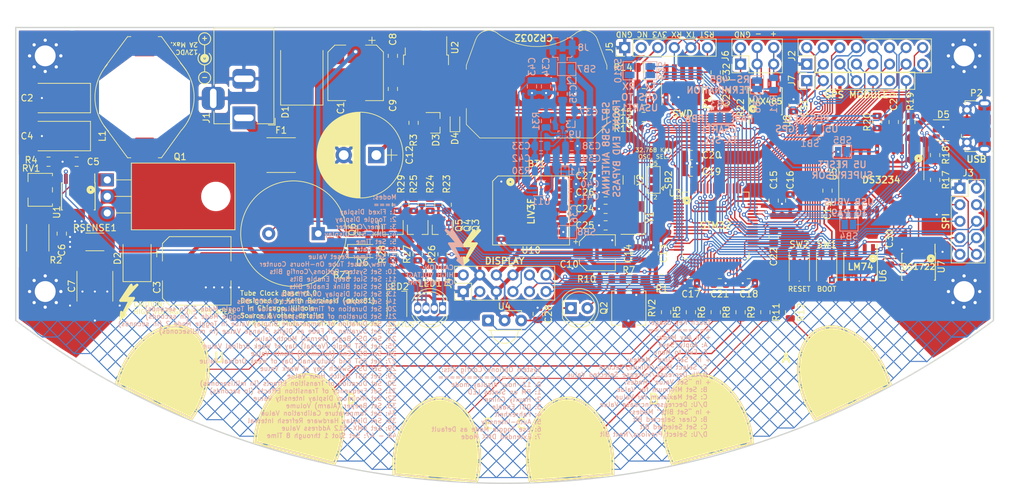
<source format=kicad_pcb>
(kicad_pcb (version 20240108) (generator "pcbnew") (generator_version "8.0")
  (layers (0 "F.Cu" mixed) (31 "B.Cu" mixed) (34 "B.Paste" user) (35 "F.Paste" user) (36 "B.SilkS" user "B.Silkscreen") (37 "F.SilkS" user "F.Silkscreen") (38 "B.Mask" user) (39 "F.Mask" user) (44 "Edge.Cuts" user))
  (net 0 "")
  (net 1 "+V_IN")
  (net 2 "GND")
  (net 3 "+V_HV")
  (net 4 "+3V3")
  (net 5 "Net-(D2-Pad2)")
  (net 6 "Net-(F1-Pad2)")
  (net 7 "Net-(R5-Pad2)")
  (net 8 "Net-(R7-Pad2)")
  (net 9 "Net-(R8-Pad2)")
  (net 10 "Net-(R11-Pad2)")
  (net 11 "Net-(Q1-Pad3)")
  (net 12 "G3_K2")
  (net 13 "Net-(LED1-Pad3)")
  (net 14 "Net-(Q4-Pad3)")
  (net 15 "ADC_IN")
  (net 16 "Net-(R6-Pad2)")
  (net 17 "G3_K3")
  (net 18 "G6_K1")
  (net 19 "G3_K1")
  (net 20 "Net-(D3-Pad3)")
  (net 21 "G6_K2")
  (net 22 "SYS_SWCLK")
  (net 23 "G6_K3")
  (net 24 "/TubeClock-MCU/BEEP")
  (net 25 "Net-(LED1-Pad4)")
  (net 26 "Net-(Q5-Pad3)")
  (net 27 "Net-(Q3-Pad3)")
  (net 28 "Net-(LED1-Pad1)")
  (net 29 "/TubeClock-MCU/LED2")
  (net 30 "/TubeClock-MCU/LED1")
  (net 31 "/TubeClock-MCU/LED0")
  (net 32 "SYS_SWDIO")
  (net 33 "BOOT0")
  (net 34 "/TubeClock-MCU/OSC32_IN")
  (net 35 "Net-(D5-Pad5)")
  (net 36 "Net-(Q1-Pad1)")
  (net 37 "USB+")
  (net 38 "USB-")
  (net 39 "Net-(D5-Pad4)")
  (net 40 "Net-(D5-Pad6)")
  (net 41 "Net-(BZ1-Pad2)")
  (net 42 "+BATT")
  (net 43 "/TubeClock-MCU/SHUTDOWN")
  (net 44 "Net-(C6-Pad1)")
  (net 45 "/TubeClock-MCU/SPI1_NSS_TEMP")
  (net 46 "/TubeClock-Display/SPI1_SCK")
  (net 47 "/TubeClock-MCU/SPI1_MISO")
  (net 48 "/TubeClock-Display/SPI1_MOSI")
  (net 49 "/TubeClock-MCU/USART2_TX")
  (net 50 "/TubeClock-MCU/USART2_MODE")
  (net 51 "/TubeClock-MCU/USART2_RX")
  (net 52 "/TubeClock-MCU/SPI1_NSS_RTC")
  (net 53 "Net-(C24-Pad1)")
  (net 54 "STM32_PC1")
  (net 55 "/TubeClock-MCU/SPI2_MISO")
  (net 56 "/TubeClock-MCU/SPI2_MOSI")
  (net 57 "STM32_PA0")
  (net 58 "STM32_PC4")
  (net 59 "G3_CS")
  (net 60 "/TubeClock-MCU/SPI2_SCK")
  (net 61 "G6_CS")
  (net 62 "STM32_PB15")
  (net 63 "STM32_PC9")
  (net 64 "STM32_PA9")
  (net 65 "STM32_PA15")
  (net 66 "/TubeClock-Display/SPI1_NSS_DISP")
  (net 67 "STM32_PD2")
  (net 68 "/TubeClock-Display/BLANK")
  (net 69 "/TubeClock-Display/SPI1_MISO_DISP")
  (net 70 "STM32_PB5")
  (net 71 "STM32_PB6")
  (net 72 "STM32_PB7")
  (net 73 "STM32_PB8")
  (net 74 "STM32_PB9")
  (net 75 "Net-(D1-Pad1)")
  (net 76 "Net-(BT1-Pad1)")
  (net 77 "Net-(SB5-Pad2)")
  (net 78 "Net-(SB7-Pad1)")
  (net 79 "/TubeClock-GPS/RESET")
  (net 80 "/TubeClock-GPS/USART1_TX")
  (net 81 "/TubeClock-GPS/USART1_RX")
  (net 82 "+V_RF")
  (net 83 "+V_ANT")
  (net 84 "Net-(C35-Pad2)")
  (net 85 "Net-(C35-Pad1)")
  (net 86 "Net-(L3-Pad2)")
  (net 87 "ANT_OFF")
  (net 88 "Net-(SB9-Pad1)")
  (net 89 "Net-(SB10-Pad1)")
  (net 90 "Net-(C12-Pad1)")
  (net 91 "Net-(C25-Pad1)")
  (net 92 "Net-(C26-Pad2)")
  (net 93 "Net-(C27-Pad1)")
  (net 94 "Net-(C32-Pad1)")
  (net 95 "Net-(C36-Pad2)")
  (net 96 "Net-(C36-Pad1)")
  (net 97 "Net-(C38-Pad1)")
  (net 98 "/TubeClock-MCU/SQW_IN")
  (net 99 "Net-(J6-Pad5)")
  (net 100 "Net-(J6-Pad3)")
  (net 101 "Net-(J6-Pad1)")
  (net 102 "Net-(SB2-Pad2)")
  (net 103 "/TubeClock-GPS/SQW_OUT_GPS")
  (net 104 "/TubeClock-Peripherals/SQW_OUT_RTC")
  (net 105 "Net-(R2-Pad2)")
  (net 106 "Net-(R4-Pad1)")
  (net 107 "Net-(R9-Pad2)")
  (net 108 "Net-(R12-Pad2)")
  (net 109 "Net-(R17-Pad2)")
  (net 110 "Net-(R21-Pad2)")
  (net 111 "Net-(R30-Pad2)")
  (footprint "Package_TO_SOT_SMD:TO-252-2" (layer "F.Cu") (at 132.6134 95.69 -90)
    (property "Reference" "U2")
    (property "Value" "LD1117S33TR")
  )
  (footprint "Fuse:Fuse_2920_7451Metric" (layer "F.Cu") (at 110.3884 108.585 180)
    (property "Reference" "F1")
    (property "Value" "~{2A}")
  )
  (footprint "Capacitor_SMD:C_0805_2012Metric" (layer "F.Cu") (at 177.6984 128.27)
    (property "Reference" "C21")
    (property "Value" "47 nF")
  )
  (footprint "Capacitor_SMD:C_0805_2012Metric" (layer "F.Cu") (at 188.4934 115.57 -90)
    (property "Reference" "C16")
    (property "Value" "4.7 uF")
  )
  (footprint "Capacitor_SMD:C_0805_2012Metric" (layer "F.Cu") (at 185.9534 115.57 -90)
    (property "Reference" "C15")
    (property "Value" "100 nF")
  )
  (footprint "Resistor_SMD:R_0805_2012Metric" (layer "F.Cu") (at 135.1534 123.825 90)
    (property "Reference" "R26")
    (property "Value" "1K")
  )
  (footprint "LED_THT:LED_D5.0mm_Clear" (layer "F.Cu") (at 154.8384 132.08)
    (property "Reference" "Q2")
    (property "Value" "Q_Photo_NPN")
  )
  (footprint "Package_TO_SOT_SMD:SOT-23" (layer "F.Cu") (at 127.5334 120.015 -90)
    (property "Reference" "Q5")
    (property "Value" "2N7002")
  )
  (footprint "Capacitor_SMD:C_0805_2012Metric" (layer "F.Cu") (at 177.0634 95.885 -90)
    (property "Reference" "C32")
    (property "Value" "100 nF")
  )
  (footprint "Capacitor_SMD:C_0805_2012Metric" (layer "F.Cu") (at 203.7334 124.46 -90)
    (property "Reference" "C30")
    (property "Value" "100 nF")
  )
  (footprint "Potentiometer_SMD:Potentiometer_Bourns_3214W_Vertical" (layer "F.Cu") (at 73.4314 113.919 -90)
    (property "Reference" "RV1")
    (property "Value" "5K")
  )
  (footprint "Resistor_SMD:R_2512_6332Metric" (layer "F.Cu") (at 73.0504 121.285 90)
    (property "Reference" "R2")
    (property "Value" "1.5M")
  )
  (footprint "Capacitor_SMD:CP_Elec_10x10" (layer "F.Cu") (at 97.4344 126.365)
    (property "Reference" "C3")
    (property "Value" "4.7 uF")
  )
  (footprint "kbxCustoms:C_2420_HandSoldering" (layer "F.Cu") (at 81.8134 128.73 -90)
    (property "Reference" "C7")
    (property "Value" "100 nF 250 V")
  )
  (footprint "kbxCustoms:Buzzer_16x14RM7.6" (layer "F.Cu") (at 116.0834 120.65 180)
    (property "Reference" "BZ1")
    (property "Value" "Buzzer")
  )
  (footprint "Resistor_SMD:R_0805_2012Metric" (layer "F.Cu") (at 128.1684 116.205 90)
    (property "Reference" "R29")
    (property "Value" "1M")
  )
  (footprint "Diode_SMD:D_SOD-123" (layer "F.Cu") (at 122.8344 123.317)
    (property "Reference" "D6")
    (property "Value" "1N4148")
  )
  (footprint "Package_TO_SOT_SMD:SOT-23" (layer "F.Cu") (at 123.7234 120.015 -90)
    (property "Reference" "Q6")
    (property "Value" "2N7002")
  )
  (footprint "Diode_SMD:D_SMC" (layer "F.Cu") (at 113.5634 96.11 90)
    (property "Reference" "D1")
    (property "Value" "S3A")
  )
  (footprint "Connector_BarrelJack:BarrelJack_Horizontal" (layer "F.Cu") (at 104.6734 102.87 -90)
    (property "Reference" "J1")
    (property "Value" "Jack-DC")
  )
  (footprint "Diode_SMD:D_0603_1608Metric" (layer "F.Cu") (at 137.0584 103.505 90)
    (property "Reference" "D4")
    (property "Value" "BAT64-02V")
  )
  (footprint "Capacitor_SMD:C_0805_2012Metric" (layer "F.Cu") (at 164.9984 123.698 90)
    (property "Reference" "C14")
    (property "Value" "1 uF")
  )
  (footprint "Package_TO_SOT_SMD:SOT-23" (layer "F.Cu") (at 134.0104 103.632)
    (property "Reference" "D3")
    (property "Value" "BAT64-04")
  )
  (footprint "Resistor_SMD:R_0805_2012Metric" (layer "F.Cu") (at 130.7084 103.632 90)
    (property "Reference" "R3")
    (property "Value" "56Ω 0.5W")
  )
  (footprint "Connector_PinHeader_2.54mm:PinHeader_2x06_P2.54mm_Vertical" (layer "F.Cu") (at 138.3284 129.54 90)
    (property "Reference" "J4")
    (property "Value" "Conn_02x06_Odd_Even")
  )
  (footprint "Connector_PinHeader_2.54mm:PinHeader_1x06_P2.54mm_Vertical" (layer "F.Cu") (at 163.0934 92.075 90)
    (property "Reference" "J5")
    (property "Value" "Conn_01x06")
  )
  (footprint "Crystal:Crystal_SMD_3215-2Pin_3.2x1.5mm" (layer "F.Cu") (at 163.7284 112.395 -90)
    (property "Reference" "Y2")
    (property "Value" "32.768 KHz")
  )
  (footprint "Capacitor_SMD:C_0805_2012Metric" (layer "F.Cu") (at 160.1724 114.3)
    (property "Reference" "C26")
    (property "Value" "12.5 pF")
  )
  (footprint "Capacitor_SMD:C_0805_2012Metric" (layer "F.Cu") (at 160.1724 111.76 180)
    (property "Reference" "C27")
    (property "Value" "12.5 pF")
  )
  (footprint "kbxCustoms:LCC-18" (layer "F.Cu") (at 148.7424 117.094 -90)
    (property "Reference" "U10")
    (property "Value" "Teseo-LIV3F")
  )
  (footprint "Jumper:SolderJumper-3_P1.3mm_Open_Pad1.0x1.5mm" (layer "F.Cu") (at 167.5384 112.395 90)
    (property "Reference" "SB2")
    (property "Value" "GS3")
  )
  (footprint "Connector_PinHeader_2.54mm:PinHeader_1x07_P2.54mm_Vertical" (layer "F.Cu") (at 191.0334 97.155 90)
    (property "Reference" "J7")
    (property "Value" "Conn_01x07")
  )
  (footprint "Connector_PinHeader_2.54mm:PinHeader_2x08_P2.54mm_Vertical" (layer "F.Cu") (at 191.0334 94.615 90)
    (property "Reference" "J2")
    (property "Value" "Conn_02x08_Odd_Even")
  )
  (footprint "Capacitor_SMD:C_0805_2012Metric" (layer "F.Cu") (at 177.0634 99.695 -90)
    (property "Reference" "C23")
    (property "Value" "100 nF")
  )
  (footprint "Resistor_SMD:R_0805_2012Metric" (layer "F.Cu") (at 180.8734 98.298 -90)
    (property "Reference" "R22")
    (property "Value" "0")
  )
  (footprint "Button_Switch_SMD:SW_Push_1P1T_NO_CK_KMR2" (layer "F.Cu") (at 194.0814 125.73 90)
    (property "Reference" "SW1")
    (property "Value" "SW_Push")
  )
  (footprint "Package_SO:SOIC-8_3.9x4.9mm_P1.27mm" (layer "F.Cu") (at 184.6834 100.33 90)
    (property "Reference" "U8")
    (property "Value" "MAX485E")
  )
  (footprint "kbxCustoms:CP_Radial_D13.0mm_P5.00mm_HD1.5mm" (layer "F.Cu") (at 124.9934 108.585 180)
    (property "Reference" "C12")
    (property "Value" "470 mF")
  )
  (footprint "Connector_PinHeader_2.54mm:PinHeader_2x03_P2.54mm_Vertical" (layer "F.Cu") (at 180.8734 94.615 90)
    (property "Reference" "J6")
    (property "Value" "Conn_02x03_Odd_Even")
  )
  (footprint "Resistor_SMD:R_0805_2012Metric" (layer "F.Cu") (at 74.7014 109.601)
    (property "Reference" "R4")
    (property "Value" "10K")
  )
  (footprint "Diode_SMD:D_SMB" (layer "F.Cu") (at 88.2904 124.46 90)
    (property "Reference" "D2")
    (property "Value" "ES2F")
  )
  (footprint "Capacitor_SMD:C_0805_2012Metric" (layer "F.Cu") (at 182.1434 128.27 180)
    (property "Reference" "C18")
    (property "Value" "100 nF")
  )
  (footprint "Capacitor_SMD:CP_Elec_5x5.3" (layer "F.Cu") (at 158.9024 123.571)
    (property "Reference" "C10")
    (property "Value" "100 uF")
  )
  (footprint "Capacitor_SMD:C_0805_2012Metric" (layer "F.Cu") (at 160.1724 119.38 180)
    (property "Reference" "C25")
    (property "Value" "10 pF")
  )
  (footprint "Crystal:Crystal_SMD_5032-4Pin_5.0x3.2mm" (layer "F.Cu") (at 164.3634 118.11 90)
    (property "Reference" "Y1")
    (property "Value" "8 MHz")
  )
  (footprint "Capacitor_SMD:C_0805_2012Metric" (layer "F.Cu") (at 160.1724 116.84 180)
    (property "Reference" "C24")
    (property "Value" "10 pF")
  )
  (footprint "Connector_PinHeader_1.27mm:PinHeader_2x05_P1.27mm_Vertical_SMD" (layer "F.Cu") (at 171.9834 97.79 90)
    (property "Reference" "P1")
    (property "Value" "STM32_SWD_USART")
  )
  (footprint "TouchPads:TouchPad1" (layer "F.Cu") (at 154.2034 150.876 4.8)
    (property "Reference" "TP4" (hide yes))
    (property "Value" "TouchPad4" (hide yes))
  )
  (footprint "TouchPads:TouchPad1" (layer "F.Cu") (at 114.1984 147.193 -15)
    (property "Reference" "TP2" (hide yes))
    (property "Value" "TouchPad2" (hide yes))
  )
  (footprint "Resistor_SMD:R_0805_2012Metric" (layer "F.Cu") (at 166.0144 102.743)
    (property "Reference" "R13")
    (property "Value" "10K")
  )
  (footprint "TouchPads:TouchPad1" (layer "F.Cu") (at 134.5184 150.876 -4.8)
    (property "Reference" "TP3" (hide yes))
    (property "Value" "TouchPad3" (hide yes))
  )
  (footprint "TouchPads:TouchPad1" (layer "F.Cu") (at 93.8784 139.7 -25.3)
    (property "Reference" "TP1" (hide yes))
    (property "Value" "TouchPad" (hide yes))
  )
  (footprint "Capacitor_SMD:C_0805_2012Metric" (layer "F.Cu") (at 173.2534 128.27 180)
    (property "Reference" "C17")
    (property "Value" "100 nF")
  )
  (footprint "Potentiometer_SMD:Potentiometer_Vishay_TS53YJ_Vertical" (layer "F.Cu") (at 163.7284 132.08 90)
    (property "Reference" "RV2")
    (property "Value" "100K")
  )
  (footprint "kbxCustoms:L_EPCOS_B82479A1_Handsoldering" (layer "F.Cu") (at 89.4334 99.695 90)
    (property "Reference" "L1")
    (property "Value" "100µH 2A")
  )
  (footprint "Package_TO_SOT_SMD:SOT-23" (layer "F.Cu") (at 135.1534 120.015 -90)
    (property "Reference" "Q3")
    (property "Value" "2N7002")
  )
  (footprint "OptoDevice:Vishay_MINICAST-3Pin" (layer "F.Cu") (at 142.1384 133.985)
    (property "Reference" "U4")
    (property "Value" "TSOP382xx")
  )
  (footprint "LED_THT:LED_D5.0mm-4_RGB" (layer "F.Cu") (at 135.1534 132.08 180)
    (property "Reference" "LED1")
    (property "Value" "LED_RGB_COMMON_ANODE")
  )
  (footprint "Package_SO:SOIC-8_3.9x4.9mm_P1.27mm" (layer "F.Cu") (at 208.1784 125.73 -90)
    (property "Reference" "U7")
    (property "Value" "DS1722")
  )
  (footprint "Resistor_SMD:R_0805_2012Metric" (layer "F.Cu") (at 130.7084 116.205 -90)
    (property "Reference" "R25")
    (property "Value" "1M")
  )
  (footprint "Resistor_SMD:R_0805_2012Metric" (layer "F.Cu") (at 135.7884 116.205 -90)
    (property "Reference" "R23")
    (property "Value" "1M")
  )
  (footprint "Resistor_SMD:R_0805_2012Metric" (layer "F.Cu") (at 188.4934 132.715 -90)
    (property "Reference" "R12")
    (property "Value" "1K")
  )
  (footprint "Resistor_SMD:R_0805_2012Metric" (layer "F.Cu") (at 184.6834 132.715 -90)
    (property "Reference" "R11")
    (property "Value" "1K")
  )
  (footprint "Resistor_SMD:R_0805_2012Metric" (layer "F.Cu") (at 180.8734 132.715 -90)
    (property "Reference" "R9")
    (property "Value" "1K")
  )
  (footprint "Resistor_SMD:R_0805_2012Metric" (layer "F.Cu") (at 177.0634 132.715 -90)
    (property "Reference" "R8")
    (property "Value" "1K")
  )
  (footprint "Resistor_SMD:R_0805_2012Metric" (layer "F.Cu") (at 173.2534 132.715 -90)
    (property "Reference" "R6")
    (property "Value" "1K")
  )
  (footprint "Resistor_SMD:R_0805_2012Metric" (layer "F.Cu") (at 169.4434 132.715 -90)
    (property "Reference" "R5")
    (property "Value" "1K")
  )
  (footprint "LED_SMD:LED_Cree-PLCC4_3.2x2.8mm_CCW" (layer "F.Cu") (at 128.1684 131.445 -90)
    (property "Reference" "LED2")
    (property "Value" "LED_Dual_AACC")
  )
  (footprint "Resistor_SMD:R_0805_2012Metric" (layer "F.Cu") (at 206.9084 103.505 90)
    (property "Reference" "R19")
    (property "Value" "10K")
  )
  (footprint "Resistor_SMD:R_0805_2012Metric" (layer "F.Cu") (at 127.5334 123.825 -90)
    (property "Reference" "R28")
    (property "Value" "1K")
  )
  (footprint "Capacitor_SMD:CP_Elec_8x10" (layer "F.Cu") (at 121.8184 95.96 -90)
    (property "Reference" "C1")
    (property "Value" "100 uF")
  )
  (footprint "Capacitor_SMD:C_0805_2012Metric" (layer "F.Cu") (at 127.5334 98.425 90)
    (property "Reference" "C9")
    (property "Value" "10 uF")
  )
  (footprint "Capacitor_SMD:C_0805_2012Metric" (layer "F.Cu") (at 127.5334 93.345 -90)
    (property "Reference" "C8")
    (property "Value" "100 nF")
  )
  (footprint "kbxCustoms:Symbol_Highvoltage_Type1_SilkTop_Small" (layer "F.Cu") (at 86.1314 131.699)
    (property "Reference" "REF**" (hide yes))
    (property "Value" "Symbol_Highvoltage_Type1_SilkTop_Small")
  )
  (footprint "kbxCustoms:Symbol_Highvoltage_Type1_SilkBottom_Small" (layer "F.Cu") (at 137.9474 123.317)
    (property "Reference" "REF**" (hide yes))
    (property "Value" "Symbol_Highvoltage_Type1_SilkBottom_Small")
  )
  (footprint "kbxCustoms:Symbol_Highvoltage_Type1_SilkTop_Small" (layer "F.Cu") (at 138.7094 123.317)
    (property "Reference" "REF**" (hide yes))
    (property "Value" "Symbol_Highvoltage_Type1_SilkTop_Small")
  )
  (footprint "Package_TO_SOT_SMD:SOT-23" (layer "F.Cu") (at 131.3434 120.015 -90)
    (property "Reference" "Q4")
    (property "Value" "2N7002")
  )
  (footprint "Symbol:Symbol_Barrel_Polarity" (layer "F.Cu") (at 98.5774 93.726 90)
    (property "Reference" "REF**" (hide yes))
    (property "Value" "Symbol_Barrel_Polarity")
  )
  (footprint "kbxCustoms:BatteryHolder_Keystone_3034_1x20mm" (layer "F.Cu") (at 149.5784 98.425 180)
    (property "Reference" "BT1")
    (property "Value" "CR2032")
  )
  (footprint "Resistor_SMD:R_0805_2012Metric" (layer "F.Cu") (at 160.1724 127.635 180)
    (property "Reference" "R10")
    (property "Value" "1M")
  )
  (footprint "Resistor_SMD:R_0805_2012Metric" (layer "F.Cu") (at 168.8084 127.635)
    (property "Reference" "R1")
    (property "Value" "100K")
  )
  (footprint "Resistor_SMD:R_0805_2012Metric" (layer "F.Cu") (at 163.7284 127.635)
    (property "Reference" "R7")
    (property "Value" "10K")
  )
  (footprint "Resistor_SMD:R_0805_2012Metric" (layer "F.Cu") (at 166.0144 97.663)
    (property "Reference" "R15")
    (property "Value" "10K")
  )
  (footprint "Resistor_SMD:R_0805_2012Metric" (layer "F.Cu") (at 166.0144 100.203)
    (property "Reference" "R16")
    (property "Value" "10K")
  )
  (footprint "Resistor_SMD:R_0805_2012Metric" (layer "F.Cu") (at 166.0144 95.123)
    (property "Reference" "R14")
    (property "Value" "10K")
  )
  (footprint "Capacitor_SMD:C_0805_2012Metric" (layer "F.Cu") (at 167.5384 123.698 90)
    (property "Reference" "C13")
    (property "Value" "10 nF")
  )
  (footprint "MountingHole:MountingHole_3.2mm_M3_Pad_Via" (layer "F.Cu") (at 215.1634 93.345)
    (property "Reference" "H2" (hide yes))
    (property "Value" "MountingHole_Pad")
  )
  (footprint "MountingHole:MountingHole_3.2mm_M3_Pad_Via" (layer "F.Cu") (at 215.1634 129.54)
    (property "Reference" "H4" (hide yes))
    (property "Value" "MountingHole_Pad")
  )
  (footprint "MountingHole:MountingHole_3.2mm_M3_Pad_Via" (layer "F.Cu") (at 74.1934 129.54)
    (property "Reference" "H3" (hide yes))
    (property "Value" "MountingHole_Pad")
  )
  (footprint "Resistor_SMD:R_0805_2012Metric" (layer "F.Cu") (at 201.8284 103.505 90)
    (property "Reference" "R20")
    (property "Value" "10K")
  )
  (footprint "Resistor_SMD:R_0805_2012Metric" (layer "F.Cu") (at 210.7184 112.395 90)
    (property "Reference" "R17")
    (property "Value" "68K")
  )
  (footprint "Button_Switch_SMD:SW_Push_1P1T_NO_CK_KMR2" (layer "F.Cu") (at 189.8904 125.73 90)
    (property "Reference" "SW2")
    (property "Value" "SW_Push")
  )
  (footprint "Package_QFP:LQFP-64_10x10mm_P0.5mm" (layer "F.Cu") (at 177.0634 119.38)
    (property "Reference" "U3")
    (property "Value" "STM32F072RBTx")
  )
  (footprint "Capacitor_SMD:C_0805_2012Metric" (layer "F.Cu") (at 173.2534 108.585)
    (property "Reference" "C20")
    (property "Value" "4.7 uF")
  )
  (footprint "Package_SO:SO-20_12.8x7.5mm_P1.27mm" (layer "F.Cu") (at 202.4634 112.395 -90)
    (property "Reference" "U5")
    (property "Value" "DS3234")
  )
  (footprint "Package_SO:SOIC-8_3.9x4.9mm_P1.27mm" (layer "F.Cu") (at 79.2734 114.935 -90)
    (property "Reference" "U1")
    (property "Value" "MAX1771")
  )
  (footprint "Resistor_SMD:R_2010_5025Metric" (layer "F.Cu") (at 81.8134 121.92 180)
    (property "Reference" "RSENSE1")
    (property "Value" ".05")
  )
  (footprint "Capacitor_SMD:C_0805_2012Metric" (layer "F.Cu") (at 76.7334 120.65 -90)
    (property "Reference" "C6")
    (property "Value" "100 nF")
  )
  (footprint "Resistor_SMD:R_0805_2012Metric" (layer "F.Cu") (at 131.3434 123.825 -90)
    (property "Reference" "R27")
    (property "Value" "1K")
  )
  (footprint "Resistor_SMD:R_0805_2012Metric" (layer "F.Cu") (at 133.2484 116.205 -90)
    (property "Reference" "R24")
    (property "Value" "1M")
  )
  (footprint "Capacitor_SMD:C_0805_2012Metric" (layer "F.Cu") (at 204.3684 103.505 90)
    (property "Reference" "C29")
    (property "Value" "100 nF")
  )
  (footprint "Capacitor_SMD:C_0805_2012Metric" (layer "F.Cu") (at 185.9534 121.158 90)
    (property "Reference" "C22")
    (property "Value" "47 nF")
  )
  (footprint "Package_SO:SOIC-8_3.9x4.9mm_P1.27mm" (layer "F.Cu") (at 199.2884 125.73 -90)
    (property "Reference" "U6")
    (property "Value" "LM74")
  )
  (footprint "Capacitor_SMD:C_0805_2012Metric" (layer "F.Cu") (at 194.2084 114.046 -90)
    (property "Reference" "C11")
    (property "Value" "100 nF")
  )
  (footprint "Capacitor_SMD:C_0805_2012Metric" (layer "F.Cu") (at 149.7584 132.969 90)
    (property "Reference" "C28")
    (property "Value" "100 nF")
  )
  (footprint "MountingHole:MountingHole_3.2mm_M3_Pad_Via" (layer "F.Cu") (at 74.1934 93.345)
    (property "Reference" "H1" (hide yes))
    (property "Value" "MountingHole_Pad")
  )
  (footprint "TouchPads:TouchPad1" (layer "F.Cu") (at 194.8434 139.954 25.3)
    (property "Reference" "TP6" (hide yes))
    (property "Value" "TouchPad6" (hide yes))
  )
  (footprint "TouchPads:TouchPad1" (layer "F.Cu") (at 174.5234 147.32 15)
    (property "Reference" "TP5" (hide yes))
    (property "Value" "TouchPad5" (hide yes))
  )
  (footprint "Resistor_SMD:R_0805_2012Metric" (layer "F.Cu") (at 210.7184 108.585 -90)
    (property "Reference" "R18")
    (property "Value" "47K")
  )
  (footprint "Connector_PinHeader_2.54mm:PinHeader_2x05_P2.54mm_Vertical" (layer "F.Cu") (at 214.5284 113.665)
    (property "Reference" "J3")
    (property "Value" "Conn_02x05_Odd_Even")
  )
  (footprint "Connector_USB:USB_Micro-B_Molex-105017-0001" (layer "F.Cu") (at 217.0684 104.14 90)
    (property "Reference" "P2")
    (property "Value" "CONN_MICRO_USB_B")
  )
  (footprint "Package_TO_SOT_SMD:SOT-23-6" (layer "F.Cu") (at 211.9884 104.775)
    (property "Reference" "D5")
    (property "Value" "USBLC6")
  )
  (footprint "Capacitor_SMD:C_0805_2012Metric" (layer "F.Cu") (at 189.0014 100.965 90)
    (property "Reference" "C31")
    (property "Value" "100 nF")
  )
  (footprint "Package_TO_SOT_THT:TO-220-3_Horizontal_TabDown" (layer "F.Cu") (at 83.7184 112.395 -90)
    (property "Reference" "Q1")
    (property "Value" " IRF644PBF")
  )
  (footprint "Capacitor_SMD:C_0805_2012Metric" (layer "F.Cu") (at 79.0194 109.601 180)
    (property "Reference" "C5")
    (property "Value" "100 nF")
  )
  (footprint "Capacitor_Tantalum_SMD:CP_EIA-7343-31_Kemet-D" (layer "F.Cu") (at 76.7334 105.664 180)
    (property "Reference" "C4")
    (property "Value" "10 uF 25 V")
  )
  (footprint "Capacitor_Tantalum_SMD:CP_EIA-7343-31_Kemet-D" (layer "F.Cu") (at 76.7334 99.822 180)
    (property "Reference" "C2")
    (property "Value" "100 uF 35 V")
  )
  (footprint "Capacitor_SMD:C_0805_2012Metric" (layer "F.Cu") (at 173.2534 111.125)
    (property "Reference" "C19")
    (property "Value" "100 nF")
  )
  (footprint "Jumper:SolderJumper-2_P1.3mm_Open_Pad1.0x1.5mm" (layer "B.Cu") (at 183.4134 97.79 -90)
    (property "Reference" "SB6")
    (property "Value" "GS2")
  )
  (footprint "Jumper:SolderJumper-2_P1.3mm_Open_Pad1.0x1.5mm" (layer "B.Cu") (at 154.3304 120.396 180)
    (property "Reference" "SB8")
    (property "Value" "GS2")
  )
  (footprint "Capacitor_SMD:C_0805_2012Metric" (layer "B.Cu") (at 154.7114 113.03)
    (property "Reference" "C40")
    (property "Value" "3.9 pF")
  )
  (footprint "Inductor_SMD:L_0402_1005Metric" (layer "B.Cu") (at 152.9334 97.028)
    (property "Reference" "L2")
    (property "Value" "100 nH")
  )
  (footprint "Jumper:SolderJumper-2_P1.3mm_Open_Pad1.0x1.5mm" (layer "B.Cu") (at 154.2034 95.377 180)
    (property "Reference" "SB7")
    (property "Value" "GS2")
  )
  (footprint "Capacitor_SMD:C_0805_2012Metric" (layer "B.Cu") (at 153.5684 99.187 90)
    (property "Reference" "C35")
    (property "Value" "120 pF")
  )
  (footprint "Connector_Coaxial:U.FL_Molex_MCRF_73412-0110_Vertical" (layer "B.Cu") (at 153.5684 92.075 180)
    (property "Reference" "J8")
    (property "Value" "Conn_Coaxial")
  )
  (footprint "Capacitor_SMD:C_0805_2012Metric" (layer "B.Cu") (at 154.4574 101.854 180)
    (property "Reference" "C37")
    (property "Value" "3.9 pF")
  )
  (footprint "kbxCustoms:TSNP-6-2_1.2x0.8mm" (layer "B.Cu") (at 153.5684 105.41)
    (property "Reference" "U9")
    (property "Value" "BGA824N6")
  )
  (footprint "Filter:Filter_1411-5_1.4x1.1mm" (layer "B.Cu") (at 153.9494 111.125 -90)
    (property "Reference" "FL1")
    (property "Value" "B39162B4327P810")
  )
  (footprint "Capacitor_SMD:C_0805_2012Metric" (layer "B.Cu") (at 153.6954 117.602 90)
    (property "Reference" "C36")
    (property "Value" "120 pF")
  )
  (footprint "Jumper:SolderJumper-2_P1.3mm_Open_Pad1.0x1.5mm" (layer "B.Cu") (at 167.0304 95.631 90)
    (property "Reference" "SB9")
    (property "Value" "GS2")
  )
  (footprint "Capacitor_SMD:C_0805_2012Metric" (layer "B.Cu") (at 154.7114 114.935)
    (property "Reference" "C41")
    (property "Value" "3.9 pF")
  )
  (footprint "Capacitor_SMD:C_0805_2012Metric" (layer "B.Cu") (at 150.2664 109.093)
    (property "Reference" "C42")
    (property "Value" "10 uF")
  )
  (footprint "Resistor_SMD:R_0805_2012Metric" (layer "B.Cu") (at 151.0284 103.378 90)
    (property "Reference" "R31")
    (property "Value" "10K")
  )
  (footprint "Resistor_SMD:R_0805_2012Metric" (layer "B.Cu") (at 150.2664 110.998 180)
    (property "Reference" "R30")
    (property "Value" "100K")
  )
  (footprint "Capacitor_SMD:C_0805_2012Metric" (layer "B.Cu") (at 154.9654 109.093)
    (property "Reference" "C39")
    (property "Value" "3.9 pF")
  )
  (footprint "Capacitor_SMD:C_0805_2012Metric" (layer "B.Cu") (at 154.9654 107.188)
    (property "Reference" "C38")
    (property "Value" "3.9 pF")
  )
  (footprint "Capacitor_SMD:C_0805_2012Metric" (layer "B.Cu") (at 150.2664 107.188 180)
    (property "Reference" "C33")
    (property "Value" "1 nF")
  )
  (footprint "Capacitor_SMD:C_0805_2012Metric" (layer "B.Cu") (at 151.0284 98.044 -90)
    (property "Reference" "C34")
    (property "Value" "120 pF")
  )
  (footprint "Package_TO_SOT_SMD:SOT-353_SC-70-5" (layer "B.Cu") (at 150.2664 113.665)
    (property "Reference" "U11")
    (property "Value" "TPS22943")
  )
  (footprint "Capacitor_SMD:C_0805_2012Metric" (layer "B.Cu") (at 148.8694 98.044 90)
    (property "Reference" "C43")
    (property "Value" "1 nF")
  )
  (footprint "Jumper:SolderJumper-3_P1.3mm_Open_Pad1.0x1.5mm" (layer "B.Cu") (at 177.6984 102.87)
    (property "Reference" "SB3")
    (property "Value" "GS3")
  )
  (footprint "Resistor_SMD:R_0805_2012Metric" (layer "B.Cu") (at 185.9534 97.663 -90)
    (property "Reference" "R21")
    (property "Value" "120")
  )
  (footprint "Jumper:SolderJumper-3_P1.3mm_Open_Pad1.0x1.5mm" (layer "B.Cu") (at 191.5114 104.648 180)
    (property "Reference" "SB1")
    (property "Value" "GS3")
  )
  (footprint "Jumper:SolderJumper-2_P1.3mm_Open_Pad1.0x1.5mm" (layer "B.Cu") (at 196.5094 108.077)
    (property "Reference" "SB5")
    (property "Value" "GS2")
  )
  (footprint "Jumper:SolderJumper-2_P1.3mm_Open_Pad1.0x1.5mm" (layer "B.Cu") (at 163.8554 95.631 90)
    (property "Reference" "SB10")
    (property "Value" "GS2")
  )
  (footprint "Inductor_SMD:L_0402_1005Metric" (layer "B.Cu") (at 153.5684 103.886 -90)
    (property "Reference" "L3")
    (property "Value" "L")
  )
  (footprint "Jumper:SolderJumper-2_P1.3mm_Open_Pad1.0x1.5mm" (layer "B.Cu") (at 197.4954 119.253)
    (property "Reference" "SB4")
    (property "Value" "GS2")
  )
  (gr_circle (center 145.5674 112.7125) (end 145.6944 112.7125) (stroke (width 0.508)) (fill none) (layer "F.SilkS"))
  (gr_circle (center 210.0834 124.46) (end 210.2104 124.46) (stroke (width 0.508)) (fill none) (layer "F.SilkS"))
  (gr_circle (center 201.1934 124.46) (end 201.3204 124.46) (stroke (width 0.508)) (fill none) (layer "F.SilkS"))
  (gr_circle (center 182.7784 101.473) (end 182.9054 101.473) (stroke (width 0.508)) (fill none) (layer "F.SilkS"))
  (gr_circle (center 172.6184 115.57) (end 172.7454 115.57) (stroke (width 0.508)) (fill none) (layer "F.SilkS"))
  (gr_circle (center 81.1784 113.919) (end 81.3054 113.919) (stroke (width 0.508)) (fill none) (layer "F.SilkS"))
  (gr_circle (center 208.1784 109.093) (end 208.3054 109.093) (stroke (width 0.508)) (fill none) (layer "F.SilkS"))
  (gr_arc (start 219.675 133.985) (mid 144.675 158.985) (end 69.675 133.985) (stroke (width 0.2)) (layer "Edge.Cuts"))
  (gr_line (start 69.675 133.985) (end 69.675 88.985) (stroke (width 0.2)) (layer "Edge.Cuts"))
  (gr_line (start 69.675 88.985) (end 219.675 88.985) (stroke (width 0.2)) (layer "Edge.Cuts"))
  (gr_line (start 219.675 88.985) (end 219.675 133.985) (stroke (width 0.2)) (layer "Edge.Cuts"))
  (gr_text "PA9      PB6\nUSART1\nTX SEL." (at 177.5714 104.648 0) (layer "B.SilkS") (effects (font (size 1.016 1.016) (thickness 0.1905)) (justify mirror)))
  (gr_text "U5 RESET\nSUPERVISOR" (at 196.4944 110.871 0) (layer "B.SilkS") (effects (font (size 1.016 1.016) (thickness 0.1905)) (justify mirror)))
  (gr_text "PPS SEL.\nU5      GPS" (at 191.0334 103.759 0) (layer "B.SilkS") (effects (font (size 1.016 1.016) (thickness 0.1905)) (justify mirror)))
  (gr_text "RS-485\nTERMINATION" (at 182.3974 97.79 0) (layer "B.SilkS") (effects (font (size 1.016 1.016) (thickness 0.1905)) (justify left mirror)))
  (gr_text "TX  RX\nGPS TO\nUSART1" (at 165.3794 99.695 0) (layer "B.SilkS") (effects (font (size 1.016 1.016) (thickness 0.1905)) (justify mirror)))
  (gr_text "SB7/SB8 ANTENNA\nFRONT END BYPASS" (at 161.0614 107.569 90) (layer "B.SilkS") (effects (font (size 1.016 1.016) (thickness 0.1905)) (justify mirror)))
  (gr_text "CAUTION:\nHIGH VOLTAGE\nON THIS PIN!" (at 136.9314 127 0) (layer "B.SilkS") (effects (font (size 0.7112 0.7112) (thickness 0.127)) (justify left mirror)))
  (gr_text "Touch Key Usage:\n===========\n+ In Any Mode:\n A: Apply/Save\n E: Exit to Menu\n+ In “Set Time” Modes:\n C: Select Hour/Minute/Second\n D/U: Decrease/Increase Selected Value\n+ In “Set Value” Modes:\n B: Set Minimum for Value\n C: Set Maximum for Value\n D/U: Decrease/Increase Value\n+ In “Set Bits” Modes:\n B: Clear Selected Bit\n C: Set Selected Bit\n D/U: Select Previous/Next Bit" (at 176.4284 142.875 0) (layer "B.SilkS") (effects (font (size 0.7112 0.7112) (thickness 0.127)) (justify left mirror)))
  (gr_text "Modes:\n====\n1: Fixed Display\n2: Toggle Display\n3: Timer/Counter\n4: DMX-512 Display\n5: Set Time\n6: Set Date\n7: Set Timer Reset Value\n8: View/Reset Tube On-Hours Counter\n10: Set System Options/Config Bits\n11: Set Slot Beep Enable Bits\n12: Set Slot Blink Enable Bits\n13: Set Slot Display On/Off Bits\n14: Set Display Transition Effect On/Off Bits\n20: Set Duration of Time Display Value in Toggle Mode 2 (in seconds)\n21: Set Duration of Date Display Value in Toggle Mode 2 (in seconds)\n22: Set Duration of Temperature Display Value in Toggle Mode 2 (in seconds)\n23: Set Duration of Fade as Digits Change Value (in milliseconds)\n24: Set DST Begin (Vernal) Month Value\n25: Set DST Begin (Vernal) Day of Week Ordinal Value\n26: Set DST End (Autumnal) Month Value\n27: Set DST End (Autumnal) Day of Week Ordinal Value\n28: Set DST Switch Day of Week Value\n29: Set DST Switch Hour Value\n30: Set Duration of Transition Effects (in milliseconds)\n31: Set Frequency of Transition Effects (in seconds)\n32: Set Minimum Display Intensity Value\n33: Set Beeper (Alarm) Volume\n34: Set Temperature Calibration Value\n35: Set Display Hardware Refresh Interval\n39: Set DMX-512 Address Value\n40 - 47: Set Slot 1 through 8 Time" (at 128.1684 133.35 0) (layer "B.SilkS") (effects (font (size 0.7112 0.7112) (thickness 0.127)) (justify left mirror)))
  (gr_text "System Options/Config Bits:\n==================\n0: 12-hour display mode\n1: PM on Status LED\n2: Hourly Chime\n3: DST Enable\n4: Fahrenheit\n5: Auto-Intensity\n6: Use Toggle Mode as Default\n7: Extended DMX Mode" (at 150.3934 146.685 0) (layer "B.SilkS") (effects (font (size 0.7112 0.7112) (thickness 0.127)) (justify left mirror)))
  (gr_text "USB VBUS\nTO PA9" (at 197.5104 116.6495 0) (layer "B.SilkS") (effects (font (size 1.016 1.016) (thickness 0.1905)) (justify mirror)))
  (gr_text "CAUTION:\nHIGH VOLTAGE IN THIS AREA!" (at 87.6554 132.08 0) (layer "F.SilkS") (effects (font (size 0.7112 0.7112) (thickness 0.127)) (justify left)))
  (gr_text "Tube Clock Base v1.0\nDesigned by Keith Burzinski (@kbx81)\n  in Chicago, Illinois\nSource & other details:\n  https://github.com/kbx81/TubeClock" (at 104.0384 132.08 0) (layer "F.SilkS") (effects (font (size 0.7112 0.7112) (thickness 0.127)) (justify left)))
  (gr_text "DS1722" (at 208.1784 125.73 0) (layer "F.SilkS") (effects (font (size 0.889 0.889) (thickness 0.1778))))
  (gr_text "LM74" (at 199.2884 125.73 0) (layer "F.SilkS") (effects (font (size 1.016 1.016) (thickness 0.1905))))
  (gr_text "DS3234" (at 202.4634 112.395 0) (layer "F.SilkS") (effects (font (size 1.016 1.016) (thickness 0.1905))))
  (gr_text "LIV3F" (at 148.7424 117.221 90) (layer "F.SilkS") (effects (font (size 1.016 1.016) (thickness 0.1905))))
  (gr_text "STM32" (at 177.0634 119.38 0) (layer "F.SilkS") (effects (font (size 1.016 1.016) (thickness 0.1905))))
  (gr_text "RST TX RX 3V3 NC GND" (at 169.3164 90.043 180) (layer "F.SilkS") (effects (font (size 0.8382 0.8382) (thickness 0.1397))))
  (gr_text "+  - GND" (at 183.1594 90.043 180) (layer "F.SilkS") (effects (font (size 0.8382 0.8382) (thickness 0.1397))))
  (gr_text "USB" (at 217.0684 109.22 0) (layer "F.SilkS") (effects (font (size 1.016 1.016) (thickness 0.1905))))
  (gr_text "SPI" (at 212.3694 118.745 90) (layer "F.SilkS") (effects (font (size 1.016 1.016) (thickness 0.1905))))
  (gr_text "DISPLAY" (at 144.6784 124.841 0) (layer "F.SilkS") (effects (font (size 1.016 1.016) (thickness 0.1905))))
  (gr_text "GPS MODULE" (at 198.6534 99.314 0) (layer "F.SilkS") (effects (font (size 1.016 1.016) (thickness 0.1905))))
  (gr_text "STATUS" (at 128.8034 134.62 0) (layer "F.SilkS") (effects (font (size 0.762 0.762) (thickness 0.127))))
  (gr_text "12VDC\n2A Max." (at 97.6884 92.202 180) (layer "F.SilkS") (effects (font (size 0.7112 0.7112) (thickness 0.127)) (justify left)))
  (gr_text "-" (at 98.6524 96.726 180) (layer "F.SilkS") (effects (font (size 0.8128 0.8128) (thickness 0.1524))))
  (gr_text "+" (at 98.6524 90.726 180) (layer "F.SilkS") (effects (font (size 0.8128 0.8128) (thickness 0.1524))))
  (gr_text "CR2032" (at 149.1234 90.551 180) (layer "F.SilkS") (effects (font (size 1.016 1.016) (thickness 0.1905))))
  (gr_text "32.768 KHz\nOSC. SEL.\nU5" (at 167.5384 108.839 0) (layer "F.SilkS") (effects (font (size 0.635 0.635) (thickness 0.1016))))
  (gr_text "SWD" (at 171.9834 102.235 0) (layer "F.SilkS") (effects (font (size 1.016 1.016) (thickness 0.1905))))
  (gr_text "MAX485" (at 184.6834 100.33 0) (layer "F.SilkS") (effects (font (size 0.889 0.889) (thickness 0.1778))))
  (gr_text "Y2" (at 167.5384 115.062 0) (layer "F.SilkS") (effects (font (size 0.635 0.635) (thickness 0.1016))))
  (gr_text "D" (at 121.1834 146.05 0) (layer "F.SilkS") (effects (font (size 1.5 1.5) (thickness 0.3))))
  (gr_text "E" (at 142.1384 149.86 0) (layer "F.SilkS") (effects (font (size 1.5 1.5) (thickness 0.3))))
  (gr_text "C" (at 147.2184 149.86 0) (layer "F.SilkS") (effects (font (size 1.5 1.5) (thickness 0.3))))
  (gr_text "B" (at 167.5384 146.05 0) (layer "F.SilkS") (effects (font (size 1.5 1.5) (thickness 0.3))))
  (gr_text "A" (at 187.8584 139.7 0) (layer "F.SilkS") (effects (font (size 1.5 1.5) (thickness 0.3))))
  (gr_text "RESET" (at 189.8904 129.159 0) (layer "F.SilkS") (effects (font (size 0.762 0.762) (thickness 0.127))))
  (gr_text "BOOT" (at 194.0814 129.159 0) (layer "F.SilkS") (effects (font (size 0.762 0.762) (thickness 0.127))))
  (gr_text "U" (at 100.8634 139.7 0) (layer "F.SilkS") (effects (font (size 1.5 1.5) (thickness 0.3))))
  (segment (start 135.9154 130.683) (end 134.1518 130.683) (width 0.381) (layer "F.Cu") (net 1))
  (segment (start 139.5984 131.445) (end 136.6774 131.445) (width 0.381) (layer "F.Cu") (net 1))
  (segment (start 133.8834 130.9514) (end 134.1518 130.683) (width 0.381) (layer "F.Cu") (net 1))
  (segment (start 133.8834 130.9514) (end 133.8834 132.08) (width 0.381) (layer "F.Cu") (net 1))
  (segment (start 140.018401 130.389999) (end 140.018401 131.024999) (width 0.381) (layer "F.Cu") (net 1))
  (segment (start 79.8459 104.775) (end 79.8459 109.109) (width 0.635) (layer "F.Cu") (net 1))
  (segment (start 116.0834 120.65) (end 118.6674 120.65) (width 0.381) (layer "F.Cu") (net 1))
  (segment (start 79.9084 109.2685) (end 79.9569 109.22) (width 0.635) (layer "F.Cu") (net 1))
  (segment (start 136.6774 131.445) (end 135.9154 130.683) (width 0.381) (layer "F.Cu") (net 1))
  (segment (start 118.6674 120.65) (end 121.1844 123.167) (width 0.381) (layer "F.Cu") (net 1))
  (segment (start 140.018401 131.024999) (end 139.5984 131.445) (width 0.381) (layer "F.Cu") (net 1))
  (segment (start 79.8459 109.109) (end 79.9569 109.22) (width 0.635) (layer "F.Cu") (net 1))
  (segment (start 140.8684 129.54) (end 140.018401 130.389999) (width 0.381) (layer "F.Cu") (net 1))
  (segment (start 128.8684 130.195) (end 133.127 130.195) (width 0.381) (layer "F.Cu") (net 1))
  (segment (start 127.4684 130.195) (end 128.8684 130.195) (width 0.381) (layer "F.Cu") (net 1))
  (segment (start 116.0834 120.65) (end 116.1034 120.65) (width 0.381) (layer "F.Cu") (net 1))
  (segment (start 79.9084 112.235) (end 79.9084 109.2685) (width 0.635) (layer "F.Cu") (net 1))
  (segment (start 133.127 130.195) (end 133.8834 130.9514) (width 0.381) (layer "F.Cu") (net 1))
  (segment (start 121.1844 123.167) (end 121.1844 123.317) (width 0.381) (layer "F.Cu") (net 1))
  (via (at 121.8184 92.71) (size 0.889) (drill 0.508) (layers "F.Cu" "B.Cu") (net 1))
  (segment (start 121.8184 92.71) (end 116.0834 98.445) (width 0.635) (layer "B.Cu") (net 1))
  (segment (start 116.0834 120.65) (end 116.1034 120.65) (width 0.635) (layer "B.Cu") (net 1))
  (segment (start 133.8834 132.08) (end 133.8834 125.73) (width 0.635) (layer "B.Cu") (net 1))
  (segment (start 128.8034 120.65) (end 116.0834 120.65) (width 0.635) (layer "B.Cu") (net 1))
  (segment (start 133.8834 125.73) (end 128.8034 120.65) (width 0.635) (layer "B.Cu") (net 1))
  (segment (start 116.0834 98.445) (end 116.0834 120.65) (width 0.635) (layer "B.Cu") (net 1))
  (segment (start 167.5384 122.7605) (end 167.5384 122.7605) (width 0.381) (layer "F.Cu") (net 2))
  (segment (start 172.3159 128.27) (end 172.3159 128.27) (width 0.381) (layer "F.Cu") (net 2))
  (segment (start 181.2059 128.27) (end 181.2059 128.27) (width 0.381) (layer "F.Cu") (net 2))
  (segment (start 174.1909 109.855) (end 174.1909 111.125) (width 1.016) (layer "F.Cu") (net 2))
  (segment (start 145.9484 127) (end 147.8534 125.095) (width 0.635) (layer "F.Cu") (net 2))
  (segment (start 154.2034 125.095) (end 155.0924 125.984) (width 0.635) (layer "F.Cu") (net 2))
  (segment (start 180.3134 127.3775) (end 181.2059 128.27) (width 0.254) (layer "F.Cu") (net 2))
  (segment (start 211.4804 104.775) (end 211.9884 104.267) (width 0.381) (layer "F.Cu") (net 2))
  (segment (start 174.7784 111.125) (end 176.9374 108.966) (width 0.381) (layer "F.Cu") (net 2))
  (segment (start 143.4084 129.54) (end 145.9484 127) (width 0.635) (layer "F.Cu") (net 2))
  (segment (start 169.1689 121.13) (end 167.5384 122.7605) (width 0.254) (layer "F.Cu") (net 2))
  (segment (start 218.0059 102.84) (end 218.3059 103.14) (width 0.381) (layer "F.Cu") (net 2))
  (segment (start 173.8134 126.7725) (end 172.3159 128.27) (width 0.254) (layer "F.Cu") (net 2))
  (segment (start 174.1909 111.125) (end 174.7784 111.125) (width 0.381) (layer "F.Cu") (net 2))
  (segment (start 176.9374 108.966) (end 177.8254 108.966) (width 0.381) (layer "F.Cu") (net 2))
  (segment (start 173.8134 125.08) (end 173.8134 126.7725) (width 0.254) (layer "F.Cu") (net 2))
  (segment (start 215.6059 102.84) (end 215.6059 101.64) (width 0.381) (layer "F.Cu") (net 2))
  (segment (start 199.2884 107.645) (end 200.5584 107.645) (width 0.381) (layer "F.Cu") (net 2))
  (segment (start 171.9834 99.74) (end 171.3934 99.74) (width 0.381) (layer "F.Cu") (net 2))
  (segment (start 147.8534 125.095) (end 154.2034 125.095) (width 0.635) (layer "F.Cu") (net 2))
  (segment (start 171.3034 99.74) (end 171.3484 99.695) (width 0.381) (layer "F.Cu") (net 2))
  (segment (start 173.8134 111.5025) (end 174.1909 111.125) (width 0.254) (layer "F.Cu") (net 2))
  (segment (start 174.8259 108.458) (end 174.8259 108.3795) (width 0.381) (layer "F.Cu") (net 2))
  (segment (start 189.0904 127.78) (end 189.0904 123.68) (width 0.381) (layer "F.Cu") (net 2))
  (segment (start 140.8684 127) (end 143.4084 129.54) (width 0.635) (layer "F.Cu") (net 2))
  (segment (start 171.3934 99.74) (end 171.3484 99.695) (width 0.381) (layer "F.Cu") (net 2))
  (segment (start 173.8134 113.68) (end 173.8134 111.5025) (width 0.254) (layer "F.Cu") (net 2))
  (segment (start 188.4934 116.5075) (end 187.6529 116.5075) (width 0.381) (layer "F.Cu") (net 2))
  (segment (start 138.3284 129.54) (end 140.8684 127) (width 0.635) (layer "F.Cu") (net 2))
  (segment (start 185.9534 116.5075) (end 188.4934 116.5075) (width 1.016) (layer "F.Cu") (net 2))
  (segment (start 174.1909 108.585) (end 174.1909 109.855) (width 1.016) (layer "F.Cu") (net 2))
  (segment (start 185.1534 116.5075) (end 184.7759 116.13) (width 0.254) (layer "F.Cu") (net 2))
  (segment (start 187.6529 116.5075) (end 187.2234 116.078) (width 0.381) (layer "F.Cu") (net 2))
  (segment (start 170.7134 99.74) (end 171.3034 99.74) (width 0.381) (layer "F.Cu") (net 2))
  (segment (start 185.9534 116.5075) (end 185.1534 116.5075) (width 0.254) (layer "F.Cu") (net 2))
  (segment (start 215.6059 102.84) (end 218.0059 102.84) (width 0.381) (layer "F.Cu") (net 2))
  (segment (start 180.3134 125.08) (end 180.3134 127.3775) (width 0.254) (layer "F.Cu") (net 2))
  (segment (start 171.3884 121.13) (end 169.1689 121.13) (width 0.254) (layer "F.Cu") (net 2))
  (segment (start 198.0184 107.645) (end 199.2884 107.645) (width 0.381) (layer "F.Cu") (net 2))
  (segment (start 210.8884 104.775) (end 211.4804 104.775) (width 0.381) (layer "F.Cu") (net 2))
  (segment (start 196.7484 107.645) (end 198.0184 107.645) (width 0.381) (layer "F.Cu") (net 2))
  (segment (start 184.7759 116.13) (end 182.7384 116.13) (width 0.254) (layer "F.Cu") (net 2))
  (via (at 81.8134 129.54) (size 0.635) (drill 0.3175) (layers "F.Cu" "B.Cu") (net 2))
  (via (at 85.6234 131.699) (size 0.635) (drill 0.3175) (layers "F.Cu" "B.Cu") (net 2))
  (via (at 81.8134 133.985) (size 0.635) (drill 0.3175) (layers "F.Cu" "B.Cu") (net 2))
  (via (at 79.9084 129.54) (size 0.635) (drill 0.3175) (layers "F.Cu" "B.Cu") (net 2))
  (via (at 83.7184 129.54) (size 0.635) (drill 0.3175) (layers "F.Cu" "B.Cu") (net 2))
  (via (at 78.0034 131.699) (size 0.635) (drill 0.3175) (layers "F.Cu" "B.Cu") (net 2))
  (via (at 161.1884 121.666) (size 0.635) (drill 0.3175) (layers "F.Cu" "B.Cu") (net 2))
  (via (at 73.6854 105.664) (size 0.635) (drill 0.3175) (layers "F.Cu" "B.Cu") (net 2))
  (via (at 205.6384 123.063) (size 0.635) (drill 0.3175) (layers "F.Cu" "B.Cu") (net 2))
  (via (at 178.5874 128.27) (size 0.635) (drill 0.3175) (layers "F.Cu" "B.Cu") (net 2))
  (via (at 79.7814 118.745) (size 0.635) (drill 0.3175) (layers "F.Cu" "B.Cu") (net 2))
  (via (at 155.0924 125.984) (size 0.635) (drill 0.3175) (layers "F.Cu" "B.Cu") (net 2))
  (via (at 187.2234 116.078) (size 0.635) (drill 0.3175) (layers "F.Cu" "B.Cu") (net 2))
  (via (at 172.3159 128.27) (size 0.635) (drill 0.3175) (layers "F.Cu" "B.Cu") (net 2))
  (via (at 79.7814 120.396) (size 0.635) (drill 0.3175) (layers "F.Cu" "B.Cu") (net 2))
  (via (at 152.4254 105.918) (size 0.635) (drill 0.3175) (layers "F.Cu" "B.Cu") (net 2))
  (via (at 189.0014 100.0125) (size 0.635) (drill 0.3175) (layers "F.Cu" "B.Cu") (net 2))
  (via (at 155.8544 107.188) (size 0.635) (drill 0.3175) (layers "F.Cu" "B.Cu") (net 2))
  (via (at 148.8694 99.06) (size 0.635) (drill 0.3175) (layers "F.Cu" "B.Cu") (net 2))
  (via (at 155.6004 114.935) (size 0.635) (drill 0.3175) (layers "F.Cu" "B.Cu") (net 2))
  (via (at 144.1704 112.649) (size 0.635) (drill 0.3175) (layers "F.Cu" "B.Cu") (net 2))
  (via (at 78.7654 120.396) (size 0.635) (drill 0.3175) (layers "F.Cu" "B.Cu") (net 2))
  (via (at 210.9724 117.729) (size 0.635) (drill 0.3175) (layers "F.Cu" "B.Cu") (net 2))
  (via (at 98.8314 128.905) (size 0.635) (drill 0.3175) (layers "F.Cu" "B.Cu") (net 2))
  (via (at 163.6784 133.985) (size 0.635) (drill 0.3175) (layers "F.Cu" "B.Cu") (net 2))
  (via (at 73.6854 99.822) (size 0.635) (drill 0.3175) (layers "F.Cu" "B.Cu") (net 2))
  (via (at 78.0034 121.92) (size 0.635) (drill 0.3175) (layers "F.Cu" "B.Cu") (net 2))
  (via (at 149.733 132.0292) (size 0.635) (drill 0.3175) (layers "F.Cu" "B.Cu") (net 2))
  (via (at 78.0034 121.158) (size 0.635) (drill 0.3175) (layers "F.Cu" "B.Cu") (net 2))
  (via (at 151.0284 99.06) (size 0.635) (drill 0.3175) (layers "F.Cu" "B.Cu") (net 2))
  (via (at 174.1909 109.855) (size 0.635) (drill 0.3175) (layers "F.Cu" "B.Cu") (net 2))
  (via (at 155.4734 99.187) (size 0.635) (drill 0.3175) (layers "F.Cu" "B.Cu") (net 2))
  (via (at 78.7654 118.745) (size 0.635) (drill 0.3175) (layers "F.Cu" "B.Cu") (net 2))
  (via (at 155.6489 113.03) (size 0.635) (drill 0.3175) (layers "F.Cu" "B.Cu") (net 2))
  (via (at 167.5384 122.7605) (size 0.635) (drill 0.3175) (layers "F.Cu" "B.Cu") (net 2))
  (via (at 164.8714 130.0734) (size 0.635) (drill 0.3175) (layers "F.Cu" "B.Cu") (net 2))
  (via (at 100.1014 128.905) (size 0.635) (drill 0.3175) (layers "F.Cu" "B.Cu") (net 2))
  (via (at 78.0034 122.682) (size 0.635) (drill 0.3175) (layers "F.Cu" "B.Cu") (net 2))
  (via (at 159.1564 116.84) (size 0.635) (drill 0.3175) (layers "F.Cu" "B.Cu") (net 2))
  (via (at 159.1564 119.38) (size 0.635) (drill 0.3175) (layers "F.Cu" "B.Cu") (net 2))
  (via (at 181.2059 128.27) (size 0.635) (drill 0.3175) (layers "F.Cu" "B.Cu") (net 2))
  (via (at 103.9114 128.905) (size 0.635) (drill 0.3175) (layers "F.Cu" "B.Cu") (net 2))
  (via (at 79.2734 119.507) (size 0.635) (drill 0.3175) (layers "F.Cu" "B.Cu") (net 2))
  (via (at 211.9884 104.267) (size 0.635) (drill 0.3175) (layers "F.Cu" "B.Cu") (net 2))
  (via (at 102.6414 128.905) (size 0.635) (drill 0.3175) (layers "F.Cu" "B.Cu") (net 2))
  (via (at 101.3714 128.905) (size 0.635) (drill 0.3175) (layers "F.Cu" "B.Cu") (net 2))
  (via (at 211.8614 123.444) (size 0.635) (drill 0.3175) (layers "F.Cu" "B.Cu") (net 2))
  (via (at 159.1564 114.3) (size 0.635) (drill 0.3175) (layers "F.Cu" "B.Cu") (net 2))
  (via (at 171.3484 99.695) (size 0.635) (drill 0.3175) (layers "F.Cu" "B.Cu") (net 2))
  (via (at 159.1564 111.76) (size 0.635) (drill 0.3175) (layers "F.Cu" "B.Cu") (net 2))
  (via (at 177.8254 108.966) (size 0.635) (drill 0.3175) (layers "F.Cu" "B.Cu") (net 2))
  (via (at 76.8604 109.601) (size 0.635) (drill 0.3175) (layers "F.Cu" "B.Cu") (net 2))
  (segment (start 155.6489 113.03) (end 155.6489 113.03) (width 0.381) (layer "B.Cu") (net 2))
  (segment (start 215.695806 136.422414) (end 215.69581 136.42241) (width 0.1905) (layer "B.Cu") (net 2))
  (segment (start 187.8584 133.985) (end 187.8584 134.035956) (width 0.1524) (layer "B.Cu") (net 2))
  (segment (start 181.5084 153.035) (end 182.7784 151.765) (width 0.1524) (layer "B.Cu") (net 2))
  (segment (start 204.6784 133.985) (end 201.6784 130.985) (width 0.1524) (layer "B.Cu") (net 2))
  (segment (start 118.0084 155.575) (end 120.5484 155.575) (width 0.1524) (layer "B.Cu") (net 2))
  (segment (start 203.0984 134.04533) (end 208.11807 139.065) (width 0.1524) (layer "B.Cu") (net 2))
  (segment (start 76.0984 136.525) (end 73.773204 136.525) (width 0.1524) (layer "B.Cu") (net 2))
  (segment (start 153.9684 105.21) (end 155.3949 103.7835) (width 0.381) (layer "B.Cu") (net 2))
  (segment (start 154.2369 111.125) (end 154.2369 111.625) (width 0.381) (layer "B.Cu") (net 2))
  (segment (start 76.0984 133.985) (end 73.773204 136.525) (width 0.1524) (layer "B.Cu") (net 2))
  (segment (start 210.7184 133.985) (end 213.2584 136.525) (width 0.1524) (layer "B.Cu") (net 2))
  (segment (start 83.7184 133.985) (end 81.1784 133.985) (width 0.1524) (layer "B.Cu") (net 2))
  (segment (start 78.6384 139.065) (end 83.7184 133.985) (width 0.1524) (layer "B.Cu") (net 2))
  (segment (start 172.6184 133.985) (end 170.0784 133.985) (width 0.1524) (layer "B.Cu") (net 2))
  (segment (start 201.8284 130.175) (end 203.0984 131.445) (width 0.1524) (layer "B.Cu") (net 2))
  (segment (start 177.252415 154.305) (end 177.602277 154.208879) (width 0.1524) (layer "B.Cu") (net 2))
  (segment (start 87.5284 130.175) (end 86.2584 131.445) (width 0.1524) (layer "B.Cu") (net 2))
  (segment (start 81.1784 139.065) (end 86.2584 133.985) (width 0.1524) (layer "B.Cu") (net 2))
  (segment (start 139.6784 133.985) (end 139.5984 133.985) (width 0.1524) (layer "B.Cu") (net 2))
  (segment (start 124.3584 156.845) (end 131.9784 156.845) (width 0.1524) (layer "B.Cu") (net 2))
  (segment (start 195.4784 131.445) (end 196.7484 130.175) (width 0.1524) (layer "B.Cu") (net 2))
  (segment (start 91.3384 131.445) (end 90.0684 130.175) (width 0.1524) (layer "B.Cu") (net 2))
  (segment (start 140.8684 135.255) (end 142.1384 136.525) (width 0.1524) (layer "B.Cu") (net 2))
  (segment (start 120.5484 155.575) (end 140.8684 135.255) (width 0.1524) (layer "B.Cu") (net 2))
  (segment (start 106.5784 151.765) (end 124.3584 133.985) (width 0.1524) (layer "B.Cu") (net 2))
  (segment (start 157.3784 133.985) (end 177.602278 154.208878) (width 0.1524) (layer "B.Cu") (net 2))
  (segment (start 145.9484 158.115) (end 170.0784 133.985) (width 0.1524) (layer "B.Cu") (net 2))
  (segment (start 131.9784 133.985) (end 156.105045 158.111645) (width 0.1524) (layer "B.Cu") (net 2))
  (segment (start 177.6984 133.985) (end 191.6684 147.955) (width 0.1524) (layer "B.Cu") (net 2))
  (segment (start 131.9784 156.845) (end 154.8384 133.985) (width 0.1524) (layer "B.Cu") (net 2))
  (segment (start 208.11807 139.065) (end 213.19807 133.985) (width 0.1524) (layer "B.Cu") (net 2))
  (segment (start 97.6884 147.955) (end 98.9584 149.225) (width 0.1524) (layer "B.Cu") (net 2))
  (segment (start 167.5384 133.985) (end 185.3184 151.765) (width 0.1524) (layer "B.Cu") (net 2))
  (segment (start 206.9084 140.27467) (end 208.11807 139.065) (width 0.1524) (layer "B.Cu") (net 2))
  (segment (start 175.1584 133.985) (end 172.6184 133.985) (width 0.1524) (layer "B.Cu") (net 2))
  (segment (start 210.7184 133.985) (end 208.1784 133.985) (width 0.1524) (layer "B.Cu") (net 2))
  (segment (start 180.23169 133.985) (end 180.2384 133.985) (width 0.1524) (layer "B.Cu") (net 2))
  (segment (start 100.2284 132.715) (end 97.6884 130.175) (width 0.1524) (layer "B.Cu") (net 2))
  (segment (start 156.105036 158.111654) (end 156.105045 158.111645) (width 0.1524) (layer "B.Cu") (net 2))
  (segment (start 106.5784 133.985) (end 104.0384 133.985) (width 0.1524) (layer "B.Cu") (net 2))
  (segment (start 107.8484 153.035) (end 126.8984 133.985) (width 0.1524) (layer "B.Cu") (net 2))
  (segment (start 154.2369 111.625) (end 155.4654 111.625) (width 0.381) (layer "B.Cu") (net 2))
  (segment (start 137.0584 133.985) (end 159.9184 156.845) (width 0.1524) (layer "B.Cu") (net 2))
  (segment (start 205.57807 141.605) (end 206.9084 140.27467) (width 0.1524) (layer "B.Cu") (net 2))
  (segment (start 151.0284 135.255) (end 171.3484 155.575) (width 0.1524) (layer "B.Cu") (net 2))
  (segment (start 153.6619 111.125) (end 153.2962 111.125) (width 0.381) (layer "B.Cu") (net 2))
  (segment (start 148.1074 109.093) (end 149.3289 109.093) (width 0.381) (layer "B.Cu") (net 2))
  (segment (start 139.5984 133.985) (end 137.0584 133.985) (width 0.1524) (layer "B.Cu") (net 2))
  (segment (start 124.3584 133.985) (end 148.4884 158.115) (width 0.1524) (layer "B.Cu") (net 2))
  (segment (start 149.7584 133.985) (end 152.2984 133.985) (width 0.1524) (layer "B.Cu") (net 2))
  (segment (start 140.8684 127) (end 138.7094 124.841) (width 0.635) (layer "B.Cu") (net 2))
  (segment (start 206.84807 140.27467) (end 209.38807 140.27467) (width 0.1524) (layer "B.Cu") (net 2))
  (segment (start 215.1634 129.54) (end 218.6784 133.055) (width 0.1524) (layer "B.Cu") (net 2))
  (segment (start 84.9884 142.875) (end 86.169321 144.055921) (width 0.1524) (layer "B.Cu") (net 2))
  (segment (start 107.8484 153.035) (end 110.3884 153.035) (width 0.1524) (layer "B.Cu") (net 2))
  (segment (start 71.0184 133.985) (end 70.6784 133.985) (width 0.1524) (layer "B.Cu") (net 2))
  (segment (start 78.6384 139.065) (end 81.1784 139.065) (width 0.1524) (layer "B.Cu") (net 2))
  (segment (start 196.7484 130.175) (end 198.0184 131.445) (width 0.1524) (layer "B.Cu") (net 2))
  (segment (start 73.054434 136.021035) (end 72.2884 135.255) (width 0.1524) (layer "B.Cu") (net 2))
  (segment (start 189.1284 132.715) (end 187.8584 131.445) (width 0.1524) (layer "B.Cu") (net 2))
  (segment (start 189.6784 130.985) (end 186.6784 133.985) (width 0.1524) (layer "B.Cu") (net 2))
  (segment (start 139.5984 133.985) (end 140.8684 135.255) (width 0.1524) (layer "B.Cu") (net 2))
  (segment (start 104.0384 151.765) (end 106.5784 151.765) (width 0.1524) (layer "B.Cu") (net 2))
  (segment (start 209.4484 140.335) (end 208.1784 139.065) (width 0.1524) (layer "B.Cu") (net 2))
  (segment (start 151.0284 158.115) (end 175.1584 133.985) (width 0.1524) (layer "B.Cu") (net 2))
  (segment (start 191.6684 130.175) (end 192.9384 131.445) (width 0.1524) (layer "B.Cu") (net 2))
  (segment (start 190.3984 131.445) (end 189.1284 130.175) (width 0.1524) (layer "B.Cu") (net 2))
  (segment (start 109.1184 133.985) (end 131.9784 156.845) (width 0.1524) (layer "B.Cu") (net 2))
  (segment (start 72.2884 135.255) (end 71.0184 133.985) (width 0.1524) (layer "B.Cu") (net 2))
  (segment (start 214.5284 135.255) (end 215.7984 133.985) (width 0.1524) (layer "B.Cu") (net 2))
  (segment (start 104.0384 133.985) (end 126.8984 156.845) (width 0.1524) (layer "B.Cu") (net 2))
  (segment (start 83.7184 141.605) (end 93.8784 131.445) (width 0.1524) (layer "B.Cu") (net 2))
  (segment (start 87.5284 132.715) (end 106.5784 151.765) (width 0.1524) (layer "B.Cu") (net 2))
  (segment (start 180.2384 133.985) (end 194.2084 147.955) (width 0.1524) (layer "B.Cu") (net 2))
  (segment (start 97.6884 147.955) (end 111.6584 133.985) (width 0.1524) (layer "B.Cu") (net 2))
  (segment (start 93.8784 146.685) (end 95.1484 147.955) (width 0.1524) (layer "B.Cu") (net 2))
  (segment (start 88.7984 131.445) (end 110.3884 153.035) (width 0.1524) (layer "B.Cu") (net 2))
  (segment (start 178.9684 153.035) (end 178.776156 152.842756) (width 0.1524) (layer "B.Cu") (net 2))
  (segment (start 95.1484 130.175) (end 93.8784 131.445) (width 0.1524) (layer "B.Cu") (net 2))
  (segment (start 84.6784 133.985) (end 83.7184 133.985) (width 0.1524) (layer "B.Cu") (net 2))
  (segment (start 99.6784 130.985) (end 87.6784 130.985) (width 0.1524) (layer "B.Cu") (net 2))
  (segment (start 129.4384 133.985) (end 126.8984 133.985) (width 0.1524) (layer "B.Cu") (net 2))
  (segment (start 178.776156 153.035) (end 200.366156 131.445) (width 0.1524) (layer "B.Cu") (net 2))
  (segment (start 86.2584 133.985) (end 101.4984 149.225) (width 0.1524) (layer "B.Cu") (net 2))
  (segment (start 203.03807 134.04533) (end 203.0984 134.04533) (width 0.1524) (layer "B.Cu") (net 2))
  (segment (start 198.0184 131.445) (end 199.2884 130.175) (width 0.1524) (layer "B.Cu") (net 2))
  (segment (start 77.3684 137.795) (end 78.6384 139.065) (width 0.1524) (layer "B.Cu") (net 2))
  (segment (start 90.0684 130.175) (end 88.7984 131.445) (width 0.1524) (layer "B.Cu") (net 2))
  (segment (start 101.4984 133.985) (end 123.0884 155.575) (width 0.1524) (layer "B.Cu") (net 2))
  (segment (start 138.3284 158.115) (end 162.4584 133.985) (width 0.1524) (layer "B.Cu") (net 2))
  (segment (start 142.1384 136.525) (end 147.2184 136.525) (width 0.1524) (layer "B.Cu") (net 2))
  (segment (start 93.8784 131.445) (end 116.7384 154.305) (width 0.1524) (layer "B.Cu") (net 2))
  (segment (start 213.2584 133.985) (end 210.7184 133.985) (width 0.1524) (layer "B.Cu") (net 2))
  (segment (start 143.4084 158.115) (end 167.5384 133.985) (width 0.1524) (layer "B.Cu") (net 2))
  (segment (start 86.2584 131.445) (end 87.5284 132.715) (width 0.1524) (layer "B.Cu") (net 2))
  (segment (start 78.6384 133.985) (end 88.7984 144.145) (width 0.1524) (layer "B.Cu") (net 2))
  (segment (start 190.3984 131.445) (end 203.068235 144.114835) (width 0.1524) (layer "B.Cu") (net 2))
  (segment (start 208.1784 133.985) (end 211.9884 137.795) (width 0.1524) (layer "B.Cu") (net 2))
  (segment (start 197.939756 146.685) (end 197.99292 146.659524) (width 0.1524) (layer "B.Cu") (net 2))
  (segment (start 157.37169 156.845) (end 162.4584 156.845) (width 0.1524) (layer "B.Cu") (net 2))
  (segment (start 190.331198 149.225) (end 190.3984 149.225) (width 0.1524) (layer "B.Cu") (net 2))
  (segment (start 155.4734 111.617) (end 155.4654 111.625) (width 0.381) (layer "B.Cu") (net 2))
  (segment (start 155.4734 111.125) (end 155.4734 111.617) (width 0.381) (layer "B.Cu") (net 2))
  (segment (start 124.3584 133.985) (end 121.8184 133.985) (width 0.1524) (layer "B.Cu") (net 2))
  (segment (start 103.906188 133.985) (end 104.0384 133.985) (width 0.1524) (layer "B.Cu") (net 2))
  (segment (start 106.5784 133.985) (end 129.4384 156.845) (width 0.1524) (layer "B.Cu") (net 2))
  (segment (start 186.6784 133.985) (end 185.3184 133.985) (width 0.1524) (layer "B.Cu") (net 2))
  (segment (start 209.38807 140.27467) (end 209.4484 140.335) (width 0.1524) (layer "B.Cu") (net 2))
  (segment (start 123.0884 155.575) (end 142.1384 136.525) (width 0.1524) (layer "B.Cu") (net 2))
  (segment (start 116.7384 133.985) (end 114.1984 133.985) (width 0.1524) (layer "B.Cu") (net 2))
  (segment (start 86.2584 133.985) (end 87.5284 132.715) (width 0.1524) (layer "B.Cu") (net 2))
  (segment (start 82.4484 140.335) (end 91.3384 131.445) (width 0.1524) (layer "B.Cu") (net 2))
  (segment (start 191.6684 147.955) (end 194.2084 147.955) (width 0.1524) (layer "B.Cu") (net 2))
  (segment (start 191.6684 147.955) (end 205.6384 133.985) (width 0.1524) (layer "B.Cu") (net 2))
  (segment (start 204.30807 142.81467) (end 204.30807 142.875) (width 0.1524) (layer "B.Cu") (net 2))
  (segment (start 76.0984 133.985) (end 81.1784 139.065) (width 0.1524) (layer "B.Cu") (net 2))
  (segment (start 131.9784 133.985) (end 129.4384 133.985) (width 0.1524) (layer "B.Cu") (net 2))
  (segment (start 154.8384 133.985) (end 152.2984 133.985) (width 0.1524) (layer "B.Cu") (net 2))
  (segment (start 119.2784 133.985) (end 143.4084 158.115) (width 0.1524) (layer "B.Cu") (net 2))
  (segment (start 149.7584 136.525) (end 151.0284 135.255) (width 0.1524) (layer "B.Cu") (net 2))
  (segment (start 134.5184 133.985) (end 134.5184 133.99171) (width 0.1524) (layer "B.Cu") (net 2))
  (segment (start 194.2084 130.175) (end 195.4784 131.445) (width 0.1524) (layer "B.Cu") (net 2))
  (segment (start 102.7684 150.495) (end 104.0384 151.765) (width 0.1524) (layer "B.Cu") (net 2))
  (segment (start 172.6184 133.985) (end 189.094799 150.461399) (width 0.1524) (layer "B.Cu") (net 2))
  (segment (start 214.5284 135.255) (end 215.69581 136.42241) (width 0.1905) (layer "B.Cu") (net 2))
  (segment (start 163.7284 155.575) (end 171.3484 155.575) (width 0.1524) (layer "B.Cu") (net 2))
  (segment (start 192.9384 131.445) (end 194.2084 130.175) (width 0.1524) (layer "B.Cu") (net 2))
  (segment (start 147.2184 136.525) (end 148.4884 135.255) (width 0.1524) (layer "B.Cu") (net 2))
  (segment (start 104.0384 133.985) (end 102.6784 133.985) (width 0.1524) (layer "B.Cu") (net 2))
  (segment (start 218.3384 133.985) (end 217.0684 135.255) (width 0.1905) (layer "B.Cu") (net 2))
  (segment (start 120.5484 155.575) (end 123.0884 155.575) (width 0.1524) (layer "B.Cu") (net 2))
  (segment (start 73.5584 133.985) (end 71.0184 133.985) (width 0.1524) (layer "B.Cu") (net 2))
  (segment (start 70.6784 133.055) (end 74.1934 129.54) (width 0.1524) (layer "B.Cu") (net 2))
  (segment (start 157.37169 156.845) (end 180.23169 133.985) (width 0.1524) (layer "B.Cu") (net 2))
  (segment (start 116.7384 154.305) (end 137.0584 133.985) (width 0.1524) (layer "B.Cu") (net 2))
  (segment (start 201.76807 132.715) (end 201.8284 132.77533) (width 0.1524) (layer "B.Cu") (net 2))
  (segment (start 81.1784 133.985) (end 93.8784 146.685) (width 0.1524) (layer "B.Cu") (net 2))
  (segment (start 124.3584 156.845) (end 144.6784 136.525) (width 0.1524) (layer "B.Cu") (net 2))
  (segment (start 201.6784 130.985) (end 189.6784 130.985) (width 0.1524) (layer "B.Cu") (net 2))
  (segment (start 104.0384 151.765) (end 121.8184 133.985) (width 0.1524) (layer "B.Cu") (net 2))
  (segment (start 170.0784 133.985) (end 167.5384 133.985) (width 0.1524) (layer "B.Cu") (net 2))
  (segment (start 112.9284 153.035) (end 114.1984 154.305) (width 0.1524) (layer "B.Cu") (net 2))
  (segment (start 148.3614 113.665) (end 148.1074 113.411) (width 0.381) (layer "B.Cu") (net 2))
  (segment (start 133.245054 158.111654) (end 156.105036 158.111654) (width 0.1524) (layer "B.Cu") (net 2))
  (segment (start 116.7384 133.985) (end 140.8684 158.115) (width 0.1524) (layer "B.Cu") (net 2))
  (segment (start 102.6784 133.985) (end 99.6784 130.985) (width 0.1524) (layer "B.Cu") (net 2))
  (segment (start 190.3984 149.225) (end 191.6684 147.955) (width 0.1524) (layer "B.Cu") (net 2))
  (segment (start 159.9184 156.845) (end 182.7784 133.985) (width 0.1524) (layer "B.Cu") (net 2))
  (segment (start 73.773204 136.525) (end 73.64453 136.438869) (width 0.1524) (layer "B.Cu") (net 2))
  (segment (start 73.64453 136.438869) (end 73.484844 136.331979) (width 0.1524) (layer "B.Cu") (net 2))
  (segment (start 126.8984 133.985) (end 151.0284 158.115) (width 0.1524) (layer "B.Cu") (net 2))
  (segment (start 97.6884 130.175) (end 96.4184 131.445) (width 0.1524) (layer "B.Cu") (net 2))
  (segment (start 153.1684 105.61) (end 152.7334 105.61) (width 0.381) (layer "B.Cu") (net 2))
  (segment (start 208.1784 139.065) (end 208.11807 139.065) (width 0.1524) (layer "B.Cu") (net 2))
  (segment (start 206.84807 140.27467) (end 206.9084 140.27467) (width 0.1524) (layer "B.Cu") (net 2))
  (segment (start 96.4184 131.445) (end 95.1484 130.175) (width 0.1524) (layer "B.Cu") (net 2))
  (segment (start 140.8684 127) (end 138.3284 129.54) (width 0.635) (layer "B.Cu") (net 2))
  (segment (start 175.1584 133.985) (end 190.3984 149.225) (width 0.1524) (layer "B.Cu") (net 2))
  (segment (start 203.0984 131.445) (end 201.8284 132.715) (width 0.1524) (layer "B.Cu") (net 2))
  (segment (start 185.3184 133.985) (end 182.7784 133.985) (width 0.1524) (layer "B.Cu") (net 2))
  (segment (start 88.7984 144.145) (end 90.0684 145.415) (width 0.1524) (layer "B.Cu") (net 2))
  (segment (start 216.86322 135.255) (end 215.69581 136.42241) (width 0.1905) (layer "B.Cu") (net 2))
  (segment (start 189.094799 150.461399) (end 190.331198 149.225) (width 0.1524) (layer "B.Cu") (net 2))
  (segment (start 182.7784 133.985) (end 180.2384 133.985) (width 0.1524) (layer "B.Cu") (net 2))
  (segment (start 172.6184 154.305) (end 195.4784 131.445) (width 0.1524) (layer "B.Cu") (net 2))
  (segment (start 133.245054 158.111654) (end 157.371708 133.985) (width 0.1524) (layer "B.Cu") (net 2))
  (segment (start 217.0684 135.255) (end 215.7984 133.985) (width 0.1905) (layer "B.Cu") (net 2))
  (segment (start 178.776156 152.842756) (end 159.9184 133.985) (width 0.1524) (layer "B.Cu") (net 2))
  (segment (start 148.4884 135.255) (end 149.7584 133.985) (width 0.1524) (layer "B.Cu") (net 2))
  (segment (start 93.8784 146.685) (end 91.410243 146.685) (width 0.1524) (layer "B.Cu") (net 2))
  (segment (start 137.0584 133.985) (end 134.5184 133.985) (width 0.1524) (layer "B.Cu") (net 2))
  (segment (start 86.2584 133.985) (end 84.9884 132.715) (width 0.1524) (layer "B.Cu") (net 2))
  (segment (start 121.8184 133.985) (end 145.9484 158.115) (width 0.1524) (layer "B.Cu") (net 2))
  (segment (start 84.9884 142.875) (end 96.4184 131.445) (width 0.1524) (layer "B.Cu") (net 2))
  (segment (start 95.1484 147.955) (end 109.1184 133.985) (width 0.1524) (layer "B.Cu") (net 2))
  (segment (start 163.7284 155.575) (end 144.6784 136.525) (width 0.1524) (layer "B.Cu") (net 2))
  (segment (start 164.9984 133.985) (end 162.4584 133.985) (width 0.1524) (layer "B.Cu") (net 2))
  (segment (start 153.6619 111.125) (end 154.2369 111.125) (width 0.381) (layer "B.Cu") (net 2))
  (segment (start 195.4784 131.445) (end 205.57807 141.54467) (width 0.1524) (layer "B.Cu") (net 2))
  (segment (start 114.1984 154.305) (end 134.5184 133.985) (width 0.1524) (layer "B.Cu") (net 2))
  (segment (start 208.1784 133.985) (end 205.6384 133.985) (width 0.1524) (layer "B.Cu") (net 2))
  (segment (start 101.4984 133.985) (end 102.7684 132.715) (width 0.1524) (layer "B.Cu") (net 2))
  (segment (start 215.542549 136.525) (end 215.695806 136.422414) (width 0.1905) (layer "B.Cu") (net 2))
  (segment (start 76.0984 133.985) (end 73.5584 133.985) (width 0.1524) (layer "B.Cu") (net 2))
  (segment (start 157.3784 133.985) (end 154.8384 133.985) (width 0.1524) (layer "B.Cu") (net 2))
  (segment (start 204.30807 142.875) (end 205.57807 141.605) (width 0.1524) (layer "B.Cu") (net 2))
  (segment (start 152.2984 133.985) (end 150.6784 133.985) (width 0.1524) (layer "B.Cu") (net 2))
  (segment (start 91.410243 146.685) (end 91.272294 146.618894) (width 0.1524) (layer "B.Cu") (net 2))
  (segment (start 152.7334 105.61) (end 152.4254 105.918) (width 0.381) (layer "B.Cu") (net 2))
  (segment (start 153.5684 158.115) (end 177.6984 133.985) (width 0.1524) (layer "B.Cu") (net 2))
  (segment (start 101.4984 131.445) (end 100.2284 132.715) (width 0.1524) (layer "B.Cu") (net 2))
  (segment (start 177.6984 133.985) (end 175.1584 133.985) (width 0.1524) (layer "B.Cu") (net 2))
  (segment (start 148.4884 158.115) (end 172.6184 133.985) (width 0.1524) (layer "B.Cu") (net 2))
  (segment (start 187.8584 133.985) (end 189.1284 132.715) (width 0.1524) (layer "B.Cu") (net 2))
  (segment (start 70.6784 133.985) (end 70.6784 133.055) (width 0.1524) (layer "B.Cu") (net 2))
  (segment (start 186.5884 150.495) (end 189.009531 150.495) (width 0.1524) (layer "B.Cu") (net 2))
  (segment (start 171.3484 155.575) (end 172.6184 154.305) (width 0.1524) (layer "B.Cu") (net 2))
  (segment (start 121.8184 133.985) (end 116.7384 133.985) (width 0.1524) (layer "B.Cu") (net 2))
  (segment (start 180.2384 133.985) (end 177.6984 133.985) (width 0.1524) (layer "B.Cu") (net 2))
  (segment (start 200.5584 131.445) (end 201.8284 130.175) (width 0.1524) (layer "B.Cu") (net 2))
  (segment (start 87.6784 130.985) (end 84.6784 133.985) (width 0.1524) (layer "B.Cu") (net 2))
  (segment (start 95.1484 147.955) (end 97.6884 147.955) (width 0.1524) (layer "B.Cu") (net 2))
  (segment (start 203.0984 134.04533) (end 203.0984 133.985) (width 0.1524) (layer "B.Cu") (net 2))
  (segment (start 151.0284 135.255) (end 149.7584 133.985) (width 0.1524) (layer "B.Cu") (net 2))
  (segment (start 135.7884 158.115) (end 159.9184 133.985) (width 0.1524) (layer "B.Cu") (net 2))
  (segment (start 90.0684 145.415) (end 101.4984 133.985) (width 0.1524) (layer "B.Cu") (net 2))
  (segment (start 163.7284 155.575) (end 185.3184 133.985) (width 0.1524) (layer "B.Cu") (net 2))
  (segment (start 200.49807 131.445) (end 201.76807 132.715) (width 0.1524) (layer "B.Cu") (net 2))
  (segment (start 201.8284 132.715) (end 201.76807 132.715) (width 0.1524) (layer "B.Cu") (net 2))
  (segment (start 213.19807 133.985) (end 213.2584 133.985) (width 0.1524) (layer "B.Cu") (net 2))
  (segment (start 149.3164 113.665) (end 148.3614 113.665) (width 0.381) (layer "B.Cu") (net 2))
  (segment (start 203.0984 133.985) (end 204.3684 132.715) (width 0.1524) (layer "B.Cu") (net 2))
  (segment (start 93.8784 146.685) (end 106.5784 133.985) (width 0.1524) (layer "B.Cu") (net 2))
  (segment (start 91.3384 131.445) (end 112.9284 153.035) (width 0.1524) (layer "B.Cu") (net 2))
  (segment (start 92.6084 130.175) (end 91.3384 131.445) (width 0.1524) (layer "B.Cu") (net 2))
  (segment (start 114.1984 133.985) (end 138.3284 158.115) (width 0.1524) (layer "B.Cu") (net 2))
  (segment (start 197.992922 146.659522) (end 199.237444 145.415) (width 0.1524) (layer "B.Cu") (net 2))
  (segment (start 197.99292 146.659524) (end 197.992922 146.659522) (width 0.1524) (layer "B.Cu") (net 2))
  (segment (start 195.4784 146.685) (end 197.939756 146.685) (width 0.1524) (layer "B.Cu") (net 2))
  (segment (start 186.5884 150.495) (end 203.03807 134.04533) (width 0.1524) (layer "B.Cu") (net 2))
  (segment (start 102.7684 132.715) (end 101.4984 131.445) (width 0.1524) (layer "B.Cu") (net 2))
  (segment (start 215.7984 133.985) (end 213.2584 133.985) (width 0.1524) (layer "B.Cu") (net 2))
  (segment (start 83.7184 133.985) (end 97.6884 147.955) (width 0.1524) (layer "B.Cu") (net 2))
  (segment (start 148.1074 113.411) (end 148.1074 109.093) (width 0.381) (layer "B.Cu") (net 2))
  (segment (start 201.8284 132.77533) (end 203.0984 134.04533) (width 0.1524) (layer "B.Cu") (net 2))
  (segment (start 134.5184 133.99171) (end 157.37169 156.845) (width 0.1524) (layer "B.Cu") (net 2))
  (segment (start 200.507444 144.145) (end 203.010664 144.145) (width 0.1524) (layer "B.Cu") (net 2))
  (segment (start 156.105045 158.111645) (end 157.37169 156.845) (width 0.1524) (layer "B.Cu") (net 2))
  (segment (start 81.1784 133.985) (end 78.6384 133.985) (width 0.1524) (layer "B.Cu") (net 2))
  (segment (start 73.5584 133.985) (end 72.2884 135.255) (width 0.1524) (layer "B.Cu") (net 2))
  (segment (start 126.8984 156.845) (end 147.2184 136.525) (width 0.1524) (layer "B.Cu") (net 2))
  (segment (start 91.272294 146.618894) (end 103.906188 133.985) (width 0.1524) (layer "B.Cu") (net 2))
  (segment (start 175.1584 154.305) (end 198.0184 131.445) (width 0.1524) (layer "B.Cu") (net 2))
  (segment (start 114.1984 154.305) (end 116.7384 154.305) (width 0.1524) (layer "B.Cu") (net 2))
  (segment (start 162.4584 156.845) (end 163.7284 155.575) (width 0.1524) (layer "B.Cu") (net 2))
  (segment (start 167.5384 133.985) (end 164.9984 133.985) (width 0.1524) (layer "B.Cu") (net 2))
  (segment (start 96.4184 131.445) (end 120.5484 155.575) (width 0.1524) (layer "B.Cu") (net 2))
  (segment (start 98.9584 149.225) (end 114.1984 133.985) (width 0.1524) (layer "B.Cu") (net 2))
  (segment (start 159.9184 133.985) (end 157.3784 133.985) (width 0.1524) (layer "B.Cu") (net 2))
  (segment (start 190.3984 131.445) (end 191.6684 130.175) (width 0.1524) (layer "B.Cu") (net 2))
  (segment (start 213.2584 133.985) (end 214.5284 135.255) (width 0.1524) (layer "B.Cu") (net 2))
  (segment (start 118.0084 155.575) (end 139.5984 133.985) (width 0.1524) (layer "B.Cu") (net 2))
  (segment (start 98.9584 149.225) (end 101.4984 149.225) (width 0.1524) (layer "B.Cu") (net 2))
  (segment (start 155.6489 111.8085) (end 155.6489 113.03) (width 0.381) (layer "B.Cu") (net 2))
  (segment (start 203.068235 144.114835) (end 204.30807 142.875) (width 0.1524) (layer "B.Cu") (net 2))
  (segment (start 131.9784 156.845) (end 133.245054 158.111654) (width 0.1524) (layer "B.Cu") (net 2))
  (segment (start 182.7784 151.765) (end 201.76807 132.77533) (width 0.1524) (layer "B.Cu") (net 2))
  (segment (start 78.6384 133.985) (end 76.0984 136.525) (width 0.1524) (layer "B.Cu") (net 2))
  (segment (start 181.5084 153.035) (end 178.9684 153.035) (width 0.1524) (layer "B.Cu") (net 2))
  (segment (start 102.7684 150.495) (end 119.2784 133.985) (width 0.1524) (layer "B.Cu") (net 2))
  (segment (start 210.7184 139.065) (end 211.9884 137.795) (width 0.1524) (layer "B.Cu") (net 2))
  (segment (start 205.6384 133.985) (end 204.6784 133.985) (width 0.1524) (layer "B.Cu") (net 2))
  (segment (start 162.4584 133.985) (end 181.5084 153.035) (width 0.1524) (layer "B.Cu") (net 2))
  (segment (start 87.5284 132.715) (end 88.7984 131.445) (width 0.1524) (layer "B.Cu") (net 2))
  (segment (start 155.4654 111.625) (end 155.6489 111.8085) (width 0.381) (layer "B.Cu") (net 2))
  (segment (start 154.2369 111.125) (end 155.4734 111.125) (width 0.381) (layer "B.Cu") (net 2))
  (segment (start 210.667444 133.985) (end 210.7184 133.985) (width 0.1524) (layer "B.Cu") (net 2))
  (segment (start 149.7584 136.525) (end 148.4884 135.255) (width 0.1524) (layer "B.Cu") (net 2))
  (segment (start 101.4984 149.225) (end 102.7684 150.495) (width 0.1524) (layer "B.Cu") (net 2))
  (segment (start 134.5184 133.985) (end 131.9784 133.985) (width 0.1524) (layer "B.Cu") (net 2))
  (segment (start 157.371708 133.985) (end 157.3784 133.985) (width 0.1524) (layer "B.Cu") (net 2))
  (segment (start 101.4984 149.225) (end 116.7384 133.985) (width 0.1524) (layer "B.Cu") (net 2))
  (segment (start 189.1284 132.765956) (end 200.507444 144.145) (width 0.1524) (layer "B.Cu") (net 2))
  (segment (start 185.3184 133.985) (end 197.992922 146.659522) (width 0.1524) (layer "B.Cu") (net 2))
  (segment (start 126.8984 133.985) (end 124.3584 133.985) (width 0.1524) (layer "B.Cu") (net 2))
  (segment (start 143.4084 129.54) (end 140.8684 127) (width 0.635) (layer "B.Cu") (net 2))
  (segment (start 187.8584 133.985) (end 186.5884 132.715) (width 0.1524) (layer "B.Cu") (net 2))
  (segment (start 84.9884 132.715) (end 83.7184 133.985) (width 0.1524) (layer "B.Cu") (net 2))
  (segment (start 166.2684 155.575) (end 187.8584 133.985) (width 0.1524) (layer "B.Cu") (net 2))
  (segment (start 211.9884 137.795) (end 213.2584 136.525) (width 0.1524) (layer "B.Cu") (net 2))
  (segment (start 205.6384 133.985) (end 210.7184 139.065) (width 0.1524) (layer "B.Cu") (net 2))
  (segment (start 86.339334 144.145) (end 86.169321 144.055921) (width 0.1524) (layer "B.Cu") (net 2))
  (segment (start 204.3684 132.715) (end 205.6384 133.985) (width 0.1524) (layer "B.Cu") (net 2))
  (segment (start 218.6784 133.055) (end 218.6784 133.985) (width 0.1524) (layer "B.Cu") (net 2))
  (segment (start 73.484844 136.331979) (end 73.054434 136.021035) (width 0.1524) (layer "B.Cu") (net 2))
  (segment (start 110.3884 153.035) (end 112.9284 153.035) (width 0.1524) (layer "B.Cu") (net 2))
  (segment (start 88.7984 131.445) (end 87.5284 130.175) (width 0.1524) (layer "B.Cu") (net 2))
  (segment (start 78.6384 133.985) (end 76.0984 133.985) (width 0.1524) (layer "B.Cu") (net 2))
  (segment (start 218.6784 133.985) (end 218.3384 133.985) (width 0.1524) (layer "B.Cu") (net 2))
  (segment (start 192.9384 131.445) (end 204.30807 142.81467) (width 0.1524) (layer "B.Cu") (net 2))
  (segment (start 114.1984 133.985) (end 111.6584 133.985) (width 0.1524) (layer "B.Cu") (net 2))
  (segment (start 106.5784 151.765) (end 107.8484 153.035) (width 0.1524) (layer "B.Cu") (net 2))
  (segment (start 73.5584 133.985) (end 76.0984 136.525) (width 0.1524) (layer "B.Cu") (net 2))
  (segment (start 213.2584 136.525) (end 215.542549 136.525) (width 0.1905) (layer "B.Cu") (net 2))
  (segment (start 162.4584 133.985) (end 159.9184 133.985) (width 0.1524) (layer "B.Cu") (net 2))
  (segment (start 142.1384 136.525) (end 162.4584 156.845) (width 0.1524) (layer "B.Cu") (net 2))
  (segment (start 88.7984 144.145) (end 100.2284 132.715) (width 0.1524) (layer "B.Cu") (net 2))
  (segment (start 111.6584 133.985) (end 135.7884 158.115) (width 0.1524) (layer "B.Cu") (net 2))
  (segment (start 147.2184 136.525) (end 166.2684 155.575) (width 0.1524) (layer "B.Cu") (net 2))
  (segment (start 111.6584 133.985) (end 106.5784 133.985) (width 0.1524) (layer "B.Cu") (net 2))
  (segment (start 155.3949 103.7835) (end 155.3949 101.854) (width 0.381) (layer "B.Cu") (net 2))
  (segment (start 200.507444 144.145) (end 210.667444 133.985) (width 0.1524) (layer "B.Cu") (net 2))
  (segment (start 90.0684 145.415) (end 91.410243 146.685) (width 0.1524) (layer "B.Cu") (net 2))
  (segment (start 217.0684 135.255) (end 216.86322 135.255) (width 0.1905) (layer "B.Cu") (net 2))
  (segment (start 218.3384 133.985) (end 215.7984 133.985) (width 0.1524) (layer "B.Cu") (net 2))
  (segment (start 201.76807 132.77533) (end 201.8284 132.77533) (width 0.1524) (layer "B.Cu") (net 2))
  (segment (start 112.9284 153.035) (end 131.9784 133.985) (width 0.1524) (layer "B.Cu") (net 2))
  (segment (start 99.240242 130.985) (end 99.6784 130.985) (width 0.1524) (layer "B.Cu") (net 2))
  (segment (start 129.4384 133.985) (end 153.5684 158.115) (width 0.1524) (layer "B.Cu") (net 2))
  (segment (start 93.8784 131.445) (end 92.6084 130.175) (width 0.1524) (layer "B.Cu") (net 2))
  (segment (start 86.339335 144.145) (end 86.339334 144.145) (width 0.1524) (layer "B.Cu") (net 2))
  (segment (start 123.0884 155.575) (end 124.3584 156.845) (width 0.1524) (layer "B.Cu") (net 2))
  (segment (start 200.366156 131.445) (end 200.49807 131.445) (width 0.1524) (layer "B.Cu") (net 2))
  (segment (start 205.57807 141.54467) (end 205.57807 141.605) (width 0.1524) (layer "B.Cu") (net 2))
  (segment (start 187.8584 134.035956) (end 199.237444 145.415) (width 0.1524) (layer "B.Cu") (net 2))
  (segment (start 153.2962 111.125) (end 152.5524 111.125) (width 0.381) (layer "B.Cu") (net 2))
  (segment (start 168.8084 155.575) (end 192.9384 131.445) (width 0.1524) (layer "B.Cu") (net 2))
  (segment (start 210.7184 139.065) (end 209.4484 140.335) (width 0.1524) (layer "B.Cu") (net 2))
  (segment (start 194.2084 147.955) (end 195.4784 146.685) (width 0.1524) (layer "B.Cu") (net 2))
  (segment (start 140.8684 158.115) (end 164.9984 133.985) (width 0.1524) (layer "B.Cu") (net 2))
  (segment (start 81.1784 133.985) (end 77.3684 137.795) (width 0.1524) (layer "B.Cu") (net 2))
  (segment (start 82.4484 140.335) (end 83.7184 141.605) (width 0.1524) (layer "B.Cu") (net 2))
  (segment (start 81.1784 139.065) (end 82.4484 140.335) (width 0.1524) (layer "B.Cu") (net 2))
  (segment (start 151.0284 135.255) (end 152.2984 133.985) (width 0.1524) (layer "B.Cu") (net 2))
  (segment (start 177.602277 154.208879) (end 177.602278 154.208878) (width 0.1524) (layer "B.Cu") (net 2))
  (segment (start 199.237444 145.415) (end 200.507444 144.145) (width 0.1524) (layer "B.Cu") (net 2))
  (segment (start 199.2884 130.175) (end 200.5584 131.445) (width 0.1524) (layer "B.Cu") (net 2))
  (segment (start 172.6184 154.305) (end 177.252415 154.305) (width 0.1524) (layer "B.Cu") (net 2))
  (segment (start 110.3884 153.035) (end 129.4384 133.985) (width 0.1524) (layer "B.Cu") (net 2))
  (segment (start 182.7784 133.985) (end 195.4784 146.685) (width 0.1524) (layer "B.Cu") (net 2))
  (segment (start 86.169321 144.055921) (end 99.240242 130.985) (width 0.1524) (layer "B.Cu") (net 2))
  (segment (start 182.7784 151.765) (end 185.3184 151.765) (width 0.1524) (layer "B.Cu") (net 2))
  (segment (start 76.0984 136.525) (end 77.3684 137.795) (width 0.1524) (layer "B.Cu") (net 2))
  (segment (start 178.776156 153.035) (end 178.776156 152.842756) (width 0.1524) (layer "B.Cu") (net 2))
  (segment (start 189.1284 132.715) (end 189.1284 132.765956) (width 0.1524) (layer "B.Cu") (net 2))
  (segment (start 170.0784 133.985) (end 186.5884 150.495) (width 0.1524) (layer "B.Cu") (net 2))
  (segment (start 213.2584 136.525) (end 214.5284 135.255) (width 0.1524) (layer "B.Cu") (net 2))
  (segment (start 100.2284 132.715) (end 101.4984 133.985) (width 0.1524) (layer "B.Cu") (net 2))
  (segment (start 152.2984 133.985) (end 172.6184 154.305) (width 0.1524) (layer "B.Cu") (net 2))
  (segment (start 154.8384 133.985) (end 175.1584 154.305) (width 0.1524) (layer "B.Cu") (net 2))
  (segment (start 185.3184 151.765) (end 186.5884 150.495) (width 0.1524) (layer "B.Cu") (net 2))
  (segment (start 189.1284 132.715) (end 190.3984 131.445) (width 0.1524) (layer "B.Cu") (net 2))
  (segment (start 116.7384 154.305) (end 118.0084 155.575) (width 0.1524) (layer "B.Cu") (net 2))
  (segment (start 195.4784 146.685) (end 208.1784 133.985) (width 0.1524) (layer "B.Cu") (net 2))
  (segment (start 177.602278 154.208878) (end 178.776156 153.035) (width 0.1524) (layer "B.Cu") (net 2))
  (segment (start 88.7984 144.145) (end 86.339335 144.145) (width 0.1524) (layer "B.Cu") (net 2))
  (segment (start 164.9984 133.985) (end 182.7784 151.765) (width 0.1524) (layer "B.Cu") (net 2))
  (segment (start 198.0184 131.445) (end 206.84807 140.27467) (width 0.1524) (layer "B.Cu") (net 2))
  (segment (start 149.7584 136.525) (end 168.8084 155.575) (width 0.1524) (layer "B.Cu") (net 2))
  (segment (start 83.7184 141.605) (end 84.9884 142.875) (width 0.1524) (layer "B.Cu") (net 2))
  (segment (start 129.4384 156.845) (end 149.7584 136.525) (width 0.1524) (layer "B.Cu") (net 2))
  (segment (start 88.2904 126.61) (end 86.3764 126.61) (width 1.27) (layer "F.Cu") (net 3))
  (segment (start 88.5354 126.365) (end 88.2904 126.61) (width 1.27) (layer "F.Cu") (net 3))
  (segment (start 109.7534 127) (end 105.3084 122.555) (width 0.635) (layer "F.Cu") (net 3))
  (segment (start 93.4344 126.365) (end 93.8784 126.365) (width 1.27) (layer "F.Cu") (net 3))
  (segment (start 81.8134 125.73) (end 77.8764 125.73) (width 1.27) (layer "F.Cu") (net 3))
  (segment (start 76.3314 124.185) (end 73.0504 124.185) (width 1.27) (layer "F.Cu") (net 3))
  (segment (start 77.8764 125.73) (end 76.3314 124.185) (width 1.27) (layer "F.Cu") (net 3))
  (segment (start 86.3764 126.61) (end 85.4964 125.73) (width 1.27) (layer "F.Cu") (net 3))
  (segment (start 105.3084 122.555) (end 97.6884 122.555) (width 0.635) (layer "F.Cu") (net 3))
  (segment (start 85.4964 125.73) (end 81.8134 125.73) (width 1.27) (layer "F.Cu") (net 3))
  (segment (start 138.3284 127) (end 109.7534 127) (width 0.635) (layer "F.Cu") (net 3))
  (segment (start 93.4344 126.365) (end 88.5354 126.365) (width 1.27) (layer "F.Cu") (net 3))
  (segment (start 97.6884 122.555) (end 93.8784 126.365) (width 0.635) (layer "F.Cu") (net 3))
  (segment (start 202.5119 103.251) (end 203.7034 104.4425) (width 0.254) (layer "F.Cu") (net 4))
  (segment (start 194.8814 127.762) (end 194.8814 123.68) (width 0.254) (layer "F.Cu") (net 4))
  (segment (start 174.1909 128.27) (end 174.1909 128.27) (width 0.254) (layer "F.Cu") (net 4))
  (segment (start 206.9084 102.5675) (end 205.0334 104.4425) (width 0.254) (layer "F.Cu") (net 4))
  (segment (start 174.1909 128.27) (end 173.0479 129.413) (width 0.3048) (layer "F.Cu") (net 4))
  (segment (start 191.0334 92.075) (end 192.3034 93.345) (width 0.254) (layer "F.Cu") (net 4))
  (segment (start 131.0409 99.3625) (end 132.6134 97.79) (width 1.016) (layer "F.Cu") (net 4))
  (segment (start 167.8709 124.968) (end 167.5384 124.6355) (width 0.635) (layer "F.Cu") (net 4))
  (segment (start 122.4534 107.315) (end 127.5334 102.235) (width 0.635) (layer "F.Cu") (net 4))
  (segment (start 184.9559 115.63) (end 185.9534 114.6325) (width 0.254) (layer "F.Cu") (net 4))
  (segment (start 210.0834 128.43) (end 208.8134 128.43) (width 0.254) (layer "F.Cu") (net 4))
  (segment (start 173.3134 113.68) (end 173.3134 112.1225) (width 0.254) (layer "F.Cu") (net 4))
  (segment (start 178.5874 117.221) (end 180.1784 115.63) (width 0.254) (layer "F.Cu") (net 4))
  (segment (start 189.0014 101.9025) (end 187.4289 100.33) (width 0.254) (layer "F.Cu") (net 4))
  (segment (start 136.1209 115.2675) (end 135.7884 115.2675) (width 0.635) (layer "F.Cu") (net 4))
  (segment (start 127.5334 99.3625) (end 131.0409 99.3625) (width 1.016) (layer "F.Cu") (net 4))
  (segment (start 201.1934 128.43) (end 201.1934 127.381) (width 0.254) (layer "F.Cu") (net 4))
  (segment (start 167.8709 127.635) (end 167.8709 128.435) (width 0.3048) (layer "F.Cu") (net 4))
  (segment (start 126.5659 111.125) (end 123.7234 111.125) (width 0.635) (layer "F.Cu") (net 4))
  (segment (start 149.6799 133.985) (end 149.7584 133.9065) (width 0.254) (layer "F.Cu") (net 4))
  (segment (start 206.9084 102.5675) (end 207.8759 102.5675) (width 0.254) (layer "F.Cu") (net 4))
  (segment (start 171.3884 121.63) (end 169.8604 121.63) (width 0.3048) (layer "F.Cu") (net 4))
  (segment (start 194.8814 127.78) (end 194.8814 127.762) (width 0.254) (layer "F.Cu") (net 4))
  (segment (start 208.7649 125.3975) (end 210.0834 124.079) (width 0.254) (layer "F.Cu") (net 4))
  (segment (start 203.7034 104.4425) (end 204.3684 104.4425) (width 0.254) (layer "F.Cu") (net 4))
  (segment (start 173.3134 112.1225) (end 172.3159 111.125) (width 0.254) (layer "F.Cu") (net 4))
  (segment (start 203.1769 125.3975) (end 201.1934 127.381) (width 0.254) (layer "F.Cu") (net 4))
  (segment (start 204.3684 107.645) (end 204.3684 104.4425) (width 0.254) (layer "F.Cu") (net 4))
  (segment (start 194.8814 123.68) (end 194.8814 120.307) (width 0.254) (layer "F.Cu") (net 4))
  (segment (start 182.7634 115.63) (end 184.9559 115.63) (width 0.254) (layer "F.Cu") (net 4))
  (segment (start 208.8134 128.43) (end 208.8134 125.446) (width 0.254) (layer "F.Cu") (net 4))
  (segment (start 174.3134 125.08) (end 174.3134 128.1475) (width 0.254) (layer "F.Cu") (net 4))
  (segment (start 123.7234 111.125) (end 122.4534 109.855) (width 0.635) (layer "F.Cu") (net 4))
  (segment (start 140.1474 119.294) (end 136.1209 115.2675) (width 0.635) (layer "F.Cu") (net 4))
  (segment (start 193.7004 119.126) (end 193.7004 116.205) (width 0.254) (layer "F.Cu") (net 4))
  (segment (start 147.2184 133.985) (end 149.6799 133.985) (width 0.254) (layer "F.Cu") (net 4))
  (segment (start 207.8759 102.5675) (end 207.9244 102.616) (width 0.254) (layer "F.Cu") (net 4))
  (segment (start 168.9354 122.555) (end 168.9354 123.2385) (width 0.3048) (layer "F.Cu") (net 4))
  (segment (start 171.3634 121.63) (end 172.5274 121.63) (width 0.3048) (layer "F.Cu") (net 4))
  (segment (start 127.5334 102.235) (end 127.5334 99.3625) (width 0.635) (layer "F.Cu") (net 4))
  (segment (start 166.3469 98.933) (end 167.6654 98.933) (width 0.254) (layer "F.Cu") (net 4))
  (segment (start 173.2534 116.84) (end 173.6344 117.221) (width 0.254) (layer "F.Cu") (net 4))
  (segment (start 169.8604 121.63) (end 168.9354 122.555) (width 0.3048) (layer "F.Cu") (net 4))
  (segment (start 168.9354 123.2385) (end 167.5384 124.6355) (width 0.3048) (layer "F.Cu") (net 4))
  (segment (start 165.0769 97.663) (end 165.0769 100.203) (width 0.254) (layer "F.Cu") (net 4))
  (segment (start 167.6654 98.933) (end 168.4724 99.74) (width 0.254) (layer "F.Cu") (net 4))
  (segment (start 168.4724 99.74) (end 169.4434 99.74) (width 0.254) (layer "F.Cu") (net 4))
  (segment (start 156.7024 123.571) (end 158.6074 125.476) (width 0.635) (layer "F.Cu") (net 4))
  (segment (start 165.0769 95.123) (end 165.0769 97.663) (width 0.254) (layer "F.Cu") (net 4))
  (segment (start 151.5849 132.08) (end 149.7584 133.9065) (width 0.254) (layer "F.Cu") (net 4))
  (segment (start 185.0034 100.33) (end 182.7784 98.105) (width 0.254) (layer "F.Cu") (net 4))
  (segment (start 133.2484 115.2675) (end 135.7884 115.2675) (width 0.635) (layer "F.Cu") (net 4))
  (segment (start 145.5774 120.394) (end 146.8374 121.654) (width 0.635) (layer "F.Cu") (net 4))
  (segment (start 146.8374 123.571) (end 156.7024 123.571) (width 0.635) (layer "F.Cu") (net 4))
  (segment (start 188.4934 114.6325) (end 185.9534 114.6325) (width 1.016) (layer "F.Cu") (net 4))
  (segment (start 130.7084 115.2675) (end 133.2484 115.2675) (width 0.635) (layer "F.Cu") (net 4))
  (segment (start 172.5274 121.63) (end 172.6184 121.539) (width 0.254) (layer "F.Cu") (net 4))
  (segment (start 173.3134 113.68) (end 173.3134 114.3959) (width 0.254) (layer "F.Cu") (net 4))
  (segment (start 165.0769 97.663) (end 166.3469 98.933) (width 0.254) (layer "F.Cu") (net 4))
  (segment (start 146.8374 121.654) (end 146.8374 123.571) (width 0.635) (layer "F.Cu") (net 4))
  (segment (start 203.7334 125.3975) (end 208.7649 125.3975) (width 0.254) (layer "F.Cu") (net 4))
  (segment (start 143.4084 127) (end 146.8374 123.571) (width 0.635) (layer "F.Cu") (net 4))
  (segment (start 173.2534 114.4559) (end 173.2534 116.84) (width 0.254) (layer "F.Cu") (net 4))
  (segment (start 130.7084 115.2675) (end 126.5659 111.125) (width 0.635) (layer "F.Cu") (net 4))
  (segment (start 164.1579 125.476) (end 164.9984 124.6355) (width 0.635) (layer "F.Cu") (net 4))
  (segment (start 193.5734 97.3305) (end 193.5734 97.155) (width 0.254) (layer "F.Cu") (net 4))
  (segment (start 167.8709 127.635) (end 167.8709 124.968) (width 0.635) (layer "F.Cu") (net 4))
  (segment (start 210.0834 124.079) (end 210.0834 123.03) (width 0.254) (layer "F.Cu") (net 4))
  (segment (start 167.8709 128.435) (end 168.8489 129.413) (width 0.3048) (layer "F.Cu") (net 4))
  (segment (start 187.4289 100.33) (end 185.0034 100.33) (width 0.254) (layer "F.Cu") (net 4))
  (segment (start 133.0104 98.187) (end 132.6134 97.79) (width 1.016) (layer "F.Cu") (net 4))
  (segment (start 189.0014 101.9025) (end 193.5734 97.3305) (width 0.254) (layer "F.Cu") (net 4))
  (segment (start 173.6344 117.221) (end 178.5874 117.221) (width 0.254) (layer "F.Cu") (net 4))
  (segment (start 172.3159 108.585) (end 172.3159 111.125) (width 1.016) (layer "F.Cu") (net 4))
  (segment (start 192.3034 95.885) (end 193.5734 97.155) (width 0.254) (layer "F.Cu") (net 4))
  (segment (start 168.1734 92.075) (end 165.1254 95.123) (width 0.254) (layer "F.Cu") (net 4))
  (segment (start 165.1254 95.123) (end 165.0769 95.123) (width 0.254) (layer "F.Cu") (net 4))
  (segment (start 122.4534 109.855) (end 122.4534 107.315) (width 0.635) (layer "F.Cu") (net 4))
  (segment (start 205.0334 104.4425) (end 204.3684 104.4425) (width 0.254) (layer "F.Cu") (net 4))
  (segment (start 192.3034 93.345) (end 192.3034 95.885) (width 0.254) (layer "F.Cu") (net 4))
  (segment (start 133.0104 102.682) (end 133.0104 98.187) (width 1.016) (layer "F.Cu") (net 4))
  (segment (start 182.7784 98.105) (end 182.7784 97.63) (width 0.254) (layer "F.Cu") (net 4))
  (segment (start 180.8134 126.0025) (end 183.0809 128.27) (width 0.254) (layer "F.Cu") (net 4))
  (segment (start 180.8134 125.08) (end 180.8134 126.0025) (width 0.254) (layer "F.Cu") (net 4))
  (segment (start 174.3134 128.1475) (end 174.1909 128.27) (width 0.254) (layer "F.Cu") (net 4))
  (segment (start 168.8489 129.413) (end 173.0479 129.413) (width 0.3048) (layer "F.Cu") (net 4))
  (segment (start 208.8134 125.446) (end 208.7649 125.3975) (width 0.254) (layer "F.Cu") (net 4))
  (segment (start 173.3134 114.3959) (end 173.2534 114.4559) (width 0.254) (layer "F.Cu") (net 4))
  (segment (start 164.9984 124.6355) (end 167.5384 124.6355) (width 0.635) (layer "F.Cu") (net 4))
  (segment (start 201.8284 102.5675) (end 202.5119 103.251) (width 0.254) (layer "F.Cu") (net 4))
  (segment (start 204.3684 107.645) (end 204.3684 108.712) (width 0.254) (layer "F.Cu") (net 4))
  (segment (start 204.3684 108.712) (end 204.2414 108.839) (width 0.254) (layer "F.Cu") (net 4))
  (segment (start 144.1424 119.294) (end 140.1474 119.294) (width 0.635) (layer "F.Cu") (net 4))
  (segment (start 203.7334 125.3975) (end 203.1769 125.3975) (width 0.254) (layer "F.Cu") (net 4))
  (segment (start 154.8384 132.08) (end 151.5849 132.08) (width 0.254) (layer "F.Cu") (net 4))
  (segment (start 144.1424 120.394) (end 145.5774 120.394) (width 0.635) (layer "F.Cu") (net 4))
  (segment (start 158.6074 125.476) (end 164.1579 125.476) (width 0.635) (layer "F.Cu") (net 4))
  (segment (start 194.8814 120.307) (end 193.7004 119.126) (width 0.254) (layer "F.Cu") (net 4))
  (segment (start 144.1424 120.394) (end 144.1424 119.294) (width 0.635) (layer "F.Cu") (net 4))
  (segment (start 180.1784 115.63) (end 182.7634 115.63) (width 0.254) (layer "F.Cu") (net 4))
  (via (at 193.7004 116.205) (size 0.635) (drill 0.3175) (layers "F.Cu" "B.Cu") (net 4))
  (via (at 194.8814 127.762) (size 0.635) (drill 0.3175) (layers "F.Cu" "B.Cu") (net 4))
  (via (at 189.0014 101.9025) (size 0.635) (drill 0.3175) (layers "F.Cu" "B.Cu") (net 4))
  (via (at 172.6184 109.855) (size 0.635) (drill 0.3175) (layers "F.Cu" "B.Cu") (net 4))
  (via (at 207.9244 102.616) (size 0.635) (drill 0.3175) (layers "F.Cu" "B.Cu") (net 4))
  (via (at 201.1934 127.381) (size 0.635) (drill 0.3175) (layers "F.Cu" "B.Cu") (net 4))
  (via (at 204.2414 108.839) (size 0.635) (drill 0.3175) (layers "F.Cu" "B.Cu") (net 4))
  (via (at 201.8284 102.5675) (size 0.635) (drill 0.3175) (layers "F.Cu" "B.Cu") (net 4))
  (via (at 174.1909 128.27) (size 0.635) (drill 0.3175) (layers "F.Cu" "B.Cu") (net 4))
  (via (at 183.0809 128.27) (size 0.635) (drill 0.3175) (layers "F.Cu" "B.Cu") (net 4))
  (via (at 172.6184 121.539) (size 0.635) (drill 0.3175) (layers "F.Cu" "B.Cu") (net 4))
  (via (at 188.4934 114.6325) (size 0.635) (drill 0.3175) (layers "F.Cu" "B.Cu") (net 4))
  (via (at 169.4434 99.74) (size 0.635) (drill 0.3175) (layers "F.Cu" "B.Cu") (net 4))
  (segment (start 172.6184 109.855) (end 172.6184 103.505) (width 0.3048) (layer "B.Cu") (net 4))
  (segment (start 144.6784 128.27) (end 144.6784 131.445) (width 0.254) (layer "B.Cu") (net 4))
  (segment (start 143.4084 127) (end 144.6784 128.27) (width 0.254) (layer "B.Cu") (net 4))
  (segment (start 172.6184 121.539) (end 172.6184 109.855) (width 0.3048) (layer "B.Cu") (net 4))
  (segment (start 201.1934 127.381) (end 195.2624 127.381) (width 0.254) (layer "B.Cu") (net 4))
  (segment (start 193.7004 116.205) (end 199.1614 116.205) (width 0.254) (layer "B.Cu") (net 4))
  (segment (start 189.0014 101.9025) (end 189.6664 102.5675) (width 0.254) (layer "B.Cu") (net 4))
  (segment (start 204.2414 111.125) (end 204.2414 108.839) (width 0.254) (layer "B.Cu") (net 4))
  (segment (start 189.6664 102.5675) (end 201.0284 102.5675) (width 0.254) (layer "B.Cu") (net 4))
  (segment (start 193.7004 116.205) (end 190.0659 116.205) (width 0.254) (layer "B.Cu") (net 4))
  (segment (start 175.2069 129.286) (end 174.1909 128.27) (width 0.254) (layer "B.Cu") (net 4))
  (segment (start 182.0649 129.286) (end 175.2069 129.286) (width 0.254) (layer "B.Cu") (net 4))
  (segment (start 217.0684 113.665) (end 217.0684 111.76) (width 0.254) (layer "B.Cu") (net 4))
  (segment (start 169.4434 100.33) (end 169.4434 99.74) (width 0.3048) (layer "B.Cu") (net 4))
  (segment (start 195.2624 127.381) (end 194.8814 127.762) (width 0.254) (layer "B.Cu") (net 4))
  (segment (start 183.0809 128.27) (end 182.0649 129.286) (width 0.254) (layer "B.Cu") (net 4))
  (segment (start 172.6184 103.505) (end 169.4434 100.33) (width 0.3048) (layer "B.Cu") (net 4))
  (segment (start 201.0284 102.5675) (end 201.8284 102.5675) (width 0.254) (layer "B.Cu") (net 4))
  (segment (start 144.6784 131.445) (end 147.2184 133.985) (width 0.254) (layer "B.Cu") (net 4))
  (segment (start 190.0659 116.205) (end 188.4934 114.6325) (width 0.254) (layer "B.Cu") (net 4))
  (segment (start 217.0684 111.76) (end 207.9244 102.616) (width 0.254) (layer "B.Cu") (net 4))
  (segment (start 199.1614 116.205) (end 204.2414 111.125) (width 0.254) (layer "B.Cu") (net 4))
  (segment (start 107.0009 105.1975) (end 104.6734 102.87) (width 1.905) (layer "F.Cu") (net 6))
  (segment (start 107.0009 108.585) (end 107.0009 105.1975) (width 1.905) (layer "F.Cu") (net 6))
  (segment (start 105.436848 141.476552) (end 107.8484 139.065) (width 0.1524) (layer "F.Cu") (net 7))
  (segment (start 164.0309 139.065) (end 169.4434 133.6525) (width 0.1524) (layer "F.Cu") (net 7))
  (segment (start 107.8484 139.065) (end 164.0309 139.065) (width 0.1524) (layer "F.Cu") (net 7))
  (segment (start 93.179102 141.476552) (end 105.436848 141.476552) (width 0.1524) (layer "F.Cu") (net 7))
  (segment (start 162.5784 129.7225) (end 162.5784 130.08) (width 0.1524) (layer "F.Cu") (net 8))
  (segment (start 164.6659 127.635) (end 162.5784 129.7225) (width 0.1524) (layer "F.Cu") (net 8))
  (segment (start 173.5559 137.16) (end 170.7134 137.16) (width 0.1524) (layer "F.Cu") (net 9))
  (segment (start 170.7134 137.16) (end 164.9984 142.875) (width 0.1524) (layer "F.Cu") (net 9))
  (segment (start 144.395494 142.875) (end 134.485548 152.784946) (width 0.1524) (layer "F.Cu") (net 9))
  (segment (start 177.0634 133.6525) (end 173.5559 137.16) (width 0.1524) (layer "F.Cu") (net 9))
  (segment (start 164.9984 142.875) (end 144.395494 142.875) (width 0.1524) (layer "F.Cu") (net 9))
  (segment (start 184.6834 133.6525) (end 175.139123 143.196777) (width 0.1524) (layer "F.Cu") (net 10))
  (segment (start 175.139123 143.196777) (end 175.139123 149.127219) (width 0.1524) (layer "F.Cu") (net 10))
  (segment (start 177.224587 126.566619) (end 177.8134 125.977806) (width 0.1524) (layer "F.Cu") (net 12))
  (segment (start 177.8134 125.977806) (end 177.8134 125.93) (width 0.1524) (layer "F.Cu") (net 12))
  (segment (start 173.2534 131.7775) (end 175.415021 129.615879) (width 0.1524) (layer "F.Cu") (net 12))
  (segment (start 176.09978 126.566621) (end 177.224587 126.566619) (width 0.1524) (layer "F.Cu") (net 12))
  (segment (start 175.415021 129.615879) (end 175.415021 127.251379) (width 0.1524) (layer "F.Cu") (net 12))
  (segment (start 175.415021 127.251379) (end 176.09978 126.566621) (width 0.1524) (layer "F.Cu") (net 12))
  (segment (start 177.8134 125.93) (end 177.8134 125.055) (width 0.1524) (layer "F.Cu") (net 12))
  (segment (start 130.0629 130.81) (end 132.4339 130.81) (width 0.2032) (layer "F.Cu") (net 13))
  (segment (start 128.8684 132.695) (end 128.8684 132.0045) (width 0.2032) (layer "F.Cu") (net 13))
  (segment (start 128.8684 132.0045) (end 130.0629 130.81) (width 0.2032) (layer "F.Cu") (net 13))
  (segment (start 132.4339 130.81) (end 132.6134 130.9895) (width 0.2032) (layer "F.Cu") (net 13))
  (segment (start 132.6134 130.9895) (end 132.6134 132.08) (width 0.2032) (layer "F.Cu") (net 13))
  (via (at 131.3434 124.7625) (size 0.635) (drill 0.3175) (layers "F.Cu" "B.Cu") (net 13))
  (segment (start 132.6134 132.08) (end 132.6134 126.0325) (width 0.2032) (layer "B.Cu") (net 13))
  (segment (start 132.6134 126.0325) (end 131.3434 124.7625) (width 0.2032) (layer "B.Cu") (net 13))
  (segment (start 131.3434 122.8875) (end 131.3434 121.015) (width 0.2032) (layer "F.Cu") (net 14))
  (segment (start 163.7284 126.492) (end 166.1414 126.492) (width 0.2032) (layer "F.Cu") (net 15))
  (segment (start 160.4264 129.032) (end 157.3784 132.08) (width 0.2032) (layer "F.Cu") (net 15))
  (segment (start 171.3884 119.13) (end 170.2014 119.13) (width 0.2032) (layer "F.Cu") (net 15))
  (segment (start 161.1099 127.635) (end 162.7909 127.635) (width 0.2032) (layer "F.Cu") (net 15))
  (segment (start 160.4264 128.524) (end 160.4264 129.032) (width 0.2032) (layer "F.Cu") (net 15))
  (segment (start 162.7909 127.4295) (end 163.7284 126.492) (width 0.2032) (layer "F.Cu") (net 15))
  (segment (start 161.1099 127.8405) (end 160.4264 128.524) (width 0.2032) (layer "F.Cu") (net 15))
  (segment (start 161.1099 127.635) (end 161.1099 127.8405) (width 0.2032) (layer "F.Cu") (net 15))
  (segment (start 162.7909 127.635) (end 162.7909 127.4295) (width 0.2032) (layer "F.Cu") (net 15))
  (segment (start 170.2014 119.13) (end 169.9514 119.38) (width 0.2032) (layer "F.Cu") (net 15))
  (via (at 166.1414 126.492) (size 0.635) (drill 0.3175) (layers "F.Cu" "B.Cu") (net 15))
  (via (at 169.9514 119.38) (size 0.635) (drill 0.3175) (layers "F.Cu" "B.Cu") (net 15))
  (segment (start 168.9354 125.476) (end 167.9194 126.492) (width 0.2032) (layer "B.Cu") (net 15))
  (segment (start 168.9354 121.607012) (end 169.9514 120.591012) (width 0.2032) (layer "B.Cu") (net 15))
  (segment (start 169.9514 119.38) (end 169.9514 120.591012) (width 0.2032) (layer "B.Cu") (net 15))
  (segment (start 168.9354 121.607012) (end 168.9354 125.476) (width 0.2032) (layer "B.Cu") (net 15))
  (segment (start 166.1414 126.492) (end 167.9194 126.492) (width 0.2032) (layer "B.Cu") (net 15))
  (segment (start 164.3634 140.97) (end 121.923981 140.97) (width 0.2032) (layer "F.Cu") (net 16))
  (segment (start 173.2534 133.6525) (end 171.6809 133.6525) (width 0.2032) (layer "F.Cu") (net 16))
  (segment (start 121.923981 140.97) (end 113.828022 149.065959) (width 0.2032) (layer "F.Cu") (net 16))
  (segment (start 171.6809 133.6525) (end 164.3634 140.97) (width 0.2032) (layer "F.Cu") (net 16))
  (segment (start 176.392196 127.127) (end 175.9204 127.598796) (width 0.1524) (layer "F.Cu") (net 17))
  (segment (start 175.9204 130.6345) (end 177.0634 131.7775) (width 0.1524) (layer "F.Cu") (net 17))
  (segment (start 177.238955 127.127) (end 176.392196 127.127) (width 0.1524) (layer "F.Cu") (net 17))
  (segment (start 178.3134 125.055) (end 178.3134 126.052555) (width 0.1524) (layer "F.Cu") (net 17))
  (segment (start 175.9204 127.598796) (end 175.9204 130.6345) (width 0.1524) (layer "F.Cu") (net 17))
  (segment (start 178.3134 126.052555) (end 177.238955 127.127) (width 0.1524) (layer "F.Cu") (net 17))
  (segment (start 180.8734 131.19) (end 179.8134 130.13) (width 0.1524) (layer "F.Cu") (net 18))
  (segment (start 179.8134 125.7324) (end 179.8134 125.08) (width 0.1524) (layer "F.Cu") (net 18))
  (segment (start 180.8734 131.7775) (end 180.8734 131.19) (width 0.1524) (layer "F.Cu") (net 18))
  (segment (start 179.8134 130.13) (end 179.8134 125.7324) (width 0.1524) (layer "F.Cu") (net 18))
  (segment (start 169.4434 131.7775) (end 170.7919 130.429) (width 0.1524) (layer "F.Cu") (net 19))
  (segment (start 170.7919 130.429) (end 173.7614 130.429) (width 0.1524) (layer "F.Cu") (net 19))
  (segment (start 177.3134 125.903056) (end 177.3134 125.055) (width 0.1524) (layer "F.Cu") (net 19))
  (segment (start 177.056245 126.160211) (end 177.3134 125.903056) (width 0.1524) (layer "F.Cu") (net 19))
  (segment (start 175.00861 127.083039) (end 175.931439 126.160211) (width 0.1524) (layer "F.Cu") (net 19))
  (segment (start 175.00861 129.18179) (end 175.00861 127.083039) (width 0.1524) (layer "F.Cu") (net 19))
  (segment (start 173.7614 130.429) (end 175.00861 129.18179) (width 0.1524) (layer "F.Cu") (net 19))
  (segment (start 175.931439 126.160211) (end 177.056245 126.160211) (width 0.1524) (layer "F.Cu") (net 19))
  (segment (start 131.6459 103.632) (end 130.7084 102.6945) (width 0.635) (layer "F.Cu") (net 20))
  (segment (start 135.0104 103.632) (end 131.6459 103.632) (width 0.635) (layer "F.Cu") (net 20))
  (segment (start 184.6834 131.19) (end 184.6834 131.7775) (width 0.1524) (layer "F.Cu") (net 21))
  (segment (start 184.6834 124.675) (end 184.6834 131.19) (width 0.1524) (layer "F.Cu") (net 21))
  (segment (start 182.7634 123.13) (end 183.1384 123.13) (width 0.1524) (layer "F.Cu") (net 21))
  (segment (start 183.1384 123.13) (end 184.6834 124.675) (width 0.1524) (layer "F.Cu") (net 21))
  (segment (start 170.7134 95.84) (end 170.7134 97.2305) (width 0.2032) (layer "F.Cu") (net 22))
  (segment (start 180.8134 113.68) (end 180.8134 113.344) (width 0.2032) (layer "F.Cu") (net 22))
  (segment (start 170.7134 97.2305) (end 170.2809 97.663) (width 0.2032) (layer "F.Cu") (net 22))
  (segment (start 170.2809 97.663) (end 166.9519 97.663) (width 0.2032) (layer "F.Cu") (net 22))
  (segment (start 180.8134 113.344) (end 181.1274 113.03) (width 0.2032) (layer "F.Cu") (net 22))
  (via (at 181.1274 113.03) (size 0.635) (drill 0.3175) (layers "F.Cu" "B.Cu") (net 22))
  (via (at 166.9519 97.663) (size 0.635) (drill 0.3175) (layers "F.Cu" "B.Cu") (net 22))
  (segment (start 167.7924 97.663) (end 166.9519 97.663) (width 0.2032) (layer "B.Cu") (net 22))
  (segment (start 169.0624 96.393) (end 167.7924 97.663) (width 0.2032) (layer "B.Cu") (net 22))
  (segment (start 181.1274 113.03) (end 181.1274 102.87) (width 0.2032) (layer "B.Cu") (net 22))
  (segment (start 181.1274 102.87) (end 174.6504 96.393) (width 0.2032) (layer "B.Cu") (net 22))
  (segment (start 174.6504 96.393) (end 169.0624 96.393) (width 0.2032) (layer "B.Cu") (net 22))
  (segment (start 186.7154 129.9995) (end 188.4934 131.7775) (width 0.1524) (layer "F.Cu") (net 23))
  (segment (start 182.7384 122.63) (end 183.6134 122.63) (width 0.1524) (layer "F.Cu") (net 23))
  (segment (start 183.6134 122.63) (end 186.7154 125.732) (width 0.1524) (layer "F.Cu") (net 23))
  (segment (start 186.7154 125.732) (end 186.7154 129.9995) (width 0.1524) (layer "F.Cu") (net 23))
  (segment (start 180.7464 118.013) (end 180.7464 117.094) (width 0.2032) (layer "F.Cu") (net 24))
  (segment (start 181.8634 119.13) (end 180.7464 118.013) (width 0.2032) (layer "F.Cu") (net 24))
  (segment (start 166.6494 104.013) (end 179.8574 104.013) (width 0.2032) (layer "F.Cu") (net 24))
  (segment (start 128.1684 117.1425) (end 126.4959 117.1425) (width 0.2032) (layer "F.Cu") (net 24))
  (segment (start 124.6734 118.965) (end 124.6734 119.015) (width 0.2032) (layer "F.Cu") (net 24))
  (segment (start 126.4959 117.1425) (end 124.6734 118.965) (width 0.2032) (layer "F.Cu") (net 24))
  (segment (start 179.8574 104.013) (end 180.4924 104.648) (width 0.2032) (layer "F.Cu") (net 24))
  (segment (start 182.7384 119.13) (end 181.8634 119.13) (width 0.2032) (layer "F.Cu") (net 24))
  (via (at 166.6494 104.013) (size 0.635) (drill 0.3175) (layers "F.Cu" "B.Cu") (net 24))
  (via (at 180.7464 117.094) (size 0.635) (drill 0.3175) (layers "F.Cu" "B.Cu") (net 24))
  (via (at 128.1684 117.1425) (size 0.635) (drill 0.3175) (layers "F.Cu" "B.Cu") (net 24))
  (via (at 180.4924 104.648) (size 0.635) (drill 0.3175) (layers "F.Cu" "B.Cu") (net 24))
  (segment (start 180.7464 116.644988) (end 180.7464 117.094) (width 0.2032) (layer "B.Cu") (net 24))
  (segment (start 166.200388 104.013) (end 165.7604 104.452988) (width 0.2032) (layer "B.Cu") (net 24))
  (segment (start 180.4924 116.390988) (end 180.7464 116.644988) (width 0.2032) (layer "B.Cu") (net 24))
  (segment (start 141.3764 123.825) (end 137.4394 119.888) (width 0.2032) (layer "B.Cu") (net 24))
  (segment (start 165.7604 104.452988) (end 165.7604 122.809) (width 0.2032) (layer "B.Cu") (net 24))
  (segment (start 165.7604 122.809) (end 164.7444 123.825) (width 0.2032) (layer "B.Cu") (net 24))
  (segment (start 129.2329 116.078) (end 128.1684 117.1425) (width 0.2032) (layer "B.Cu") (net 24))
  (segment (start 180.4924 104.648) (end 180.4924 116.390988) (width 0.2032) (layer "B.Cu") (net 24))
  (segment (start 137.4394 118.491) (end 135.0264 116.078) (width 0.2032) (layer "B.Cu") (net 24))
  (segment (start 137.4394 119.888) (end 137.4394 118.491) (width 0.2032) (layer "B.Cu") (net 24))
  (segment (start 166.6494 104.013) (end 166.200388 104.013) (width 0.2032) (layer "B.Cu") (net 24))
  (segment (start 135.0264 116.078) (end 129.2329 116.078) (width 0.2032) (layer "B.Cu") (net 24))
  (segment (start 164.7444 123.825) (end 141.3764 123.825) (width 0.2032) (layer "B.Cu") (net 24))
  (via (at 127.5334 124.7625) (size 0.635) (drill 0.3175) (layers "F.Cu" "B.Cu") (net 25))
  (segment (start 131.3434 132.08) (end 131.3434 128.5725) (width 0.2032) (layer "B.Cu") (net 25))
  (segment (start 131.3434 128.5725) (end 127.5334 124.7625) (width 0.2032) (layer "B.Cu") (net 25))
  (segment (start 127.5334 122.8875) (end 127.5334 121.015) (width 0.2032) (layer "F.Cu") (net 26))
  (segment (start 135.1534 122.8875) (end 135.1534 121.015) (width 0.2032) (layer "F.Cu") (net 27))
  (segment (start 135.1534 132.08) (end 135.1534 132.445) (width 0.2032) (layer "F.Cu") (net 28))
  (segment (start 133.8674 133.731) (end 128.4224 133.731) (width 0.2032) (layer "F.Cu") (net 28))
  (segment (start 127.4684 132.695) (end 127.4684 132.777) (width 0.2032) (layer "F.Cu") (net 28))
  (segment (start 135.1534 132.445) (end 133.8674 133.731) (width 0.2032) (layer "F.Cu") (net 28))
  (segment (start 127.4684 132.777) (end 128.4224 133.731) (width 0.2032) (layer "F.Cu") (net 28))
  (via (at 135.1534 124.7625) (size 0.635) (drill 0.3175) (layers "F.Cu" "B.Cu") (net 28))
  (segment (start 135.1534 132.08) (end 135.1534 124.7625) (width 0.2032) (layer "B.Cu") (net 28))
  (segment (start 166.6494 104.902) (end 167.1574 104.394) (width 0.2032) (layer "F.Cu") (net 29))
  (segment (start 130.3059 117.1425) (end 130.7084 117.1425) (width 0.2032) (layer "F.Cu") (net 29))
  (segment (start 182.7384 120.13) (end 181.8634 120.13) (width 0.2032) (layer "F.Cu") (net 29))
  (segment (start 128.4834 118.965) (end 130.3059 117.1425) (width 0.2032) (layer "F.Cu") (net 29))
  (segment (start 179.9844 118.251) (end 179.9844 116.84) (width 0.2032) (layer "F.Cu") (net 29))
  (segment (start 179.2224 104.394) (end 179.6034 104.775) (width 0.2032) (layer "F.Cu") (net 29))
  (segment (start 128.4834 119.015) (end 128.4834 118.965) (width 0.2032) (layer "F.Cu") (net 29))
  (segment (start 181.8634 120.13) (end 179.9844 118.251) (width 0.2032) (layer "F.Cu") (net 29))
  (segment (start 167.1574 104.394) (end 179.2224 104.394) (width 0.2032) (layer "F.Cu") (net 29))
  (via (at 166.6494 104.902) (size 0.635) (drill 0.3175) (layers "F.Cu" "B.Cu") (net 29))
  (via (at 179.6034 104.775) (size 0.635) (drill 0.3175) (layers "F.Cu" "B.Cu") (net 29))
  (via (at 130.7084 117.1425) (size 0.635) (drill 0.3175) (layers "F.Cu" "B.Cu") (net 29))
  (via (at 179.9844 116.84) (size 0.635) (drill 0.3175) (layers "F.Cu" "B.Cu") (net 29))
  (segment (start 179.9844 105.156) (end 179.6034 104.775) (width 0.2032) (layer "B.Cu") (net 29))
  (segment (start 134.8994 116.459) (end 137.0584 118.618) (width 0.2032) (layer "B.Cu") (net 29))
  (segment (start 166.1414 122.936) (end 166.1414 105.41) (width 0.2032) (layer "B.Cu") (net 29))
  (segment (start 137.0584 118.618) (end 137.0584 120.015) (width 0.2032) (layer "B.Cu") (net 29))
  (segment (start 131.3919 116.459) (end 134.8994 116.459) (width 0.2032) (layer "B.Cu") (net 29))
  (segment (start 179.9844 116.84) (end 179.9844 105.156) (width 0.2032) (layer "B.Cu") (net 29))
  (segment (start 164.8714 124.206) (end 166.1414 122.936) (width 0.2032) (layer "B.Cu") (net 29))
  (segment (start 166.1414 105.41) (end 166.6494 104.902) (width 0.2032) (layer "B.Cu") (net 29))
  (segment (start 141.2494 124.206) (end 164.8714 124.206) (width 0.2032) (layer "B.Cu") (net 29))
  (segment (start 130.7084 117.1425) (end 131.3919 116.459) (width 0.2032) (layer "B.Cu") (net 29))
  (segment (start 137.0584 120.015) (end 141.2494 124.206) (width 0.2032) (layer "B.Cu") (net 29))
  (segment (start 179.3494 118.116) (end 179.3494 117.924012) (width 0.2032) (layer "F.Cu") (net 30))
  (segment (start 178.8414 105.156) (end 178.4604 104.775) (width 0.2032) (layer "F.Cu") (net 30))
  (segment (start 167.7924 104.775) (end 167.5384 105.029) (width 0.2032) (layer "F.Cu") (net 30))
  (segment (start 181.8634 120.63) (end 179.3494 118.116) (width 0.2032) (layer "F.Cu") (net 30))
  (segment (start 178.4604 104.775) (end 167.7924 104.775) (width 0.2032) (layer "F.Cu") (net 30))
  (segment (start 179.3494 117.924012) (end 179.3494 117.475) (width 0.2032) (layer "F.Cu") (net 30))
  (segment (start 132.2934 119.015) (end 132.2934 118.0975) (width 0.2032) (layer "F.Cu") (net 30))
  (segment (start 182.7384 120.63) (end 181.8634 120.63) (width 0.2032) (layer "F.Cu") (net 30))
  (segment (start 132.2934 118.0975) (end 133.2484 117.1425) (width 0.2032) (layer "F.Cu") (net 30))
  (via (at 179.3494 117.475) (size 0.635) (drill 0.3175) (layers "F.Cu" "B.Cu") (net 30))
  (via (at 133.2484 117.1425) (size 0.635) (drill 0.3175) (layers "F.Cu" "B.Cu") (net 30))
  (via (at 167.5384 105.029) (size 0.635) (drill 0.3175) (layers "F.Cu" "B.Cu") (net 30))
  (via (at 178.8414 105.156) (size 0.635) (drill 0.3175) (layers "F.Cu" "B.Cu") (net 30))
  (segment (start 141.1224 124.587) (end 164.9984 124.587) (width 0.2032) (layer "B.Cu") (net 30))
  (segment (start 179.3494 117.475) (end 179.3494 105.664) (width 0.2032) (layer "B.Cu") (net 30))
  (segment (start 164.9984 124.587) (end 166.5224 123.063) (width 0.2032) (layer "B.Cu") (net 30))
  (segment (start 136.6774 118.745) (end 136.6774 120.142) (width 0.2032) (layer "B.Cu") (net 30))
  (segment (start 133.2484 117.1425) (end 135.0749 117.1425) (width 0.2032) (layer "B.Cu") (net 30))
  (segment (start 136.6774 120.142) (end 141.1224 124.587) (width 0.2032) (layer "B.Cu") (net 30))
  (segment (start 166.5224 106.045) (end 167.5384 105.029) (width 0.2032) (layer "B.Cu") (net 30))
  (segment (start 166.5224 123.063) (end 166.5224 106.045) (width 0.2032) (layer "B.Cu") (net 30))
  (segment (start 179.3494 105.664) (end 178.8414 105.156) (width 0.2032) (layer "B.Cu") (net 30))
  (segment (start 135.0749 117.1425) (end 136.6774 118.745) (width 0.2032) (layer "B.Cu") (net 30))
  (segment (start 181.7344 121.13) (end 178.7144 118.11) (width 0.2032) (layer "F.Cu") (net 31))
  (segment (start 182.7384 121.13) (end 181.7344 121.13) (width 0.2032) (layer "F.Cu") (net 31))
  (segment (start 136.1034 117.4575) (end 135.7884 117.1425) (width 0.2032) (layer "F.Cu") (net 31))
  (segment (start 136.1034 119.015) (end 136.1034 117.4575) (width 0.2032) (layer "F.Cu") (net 31))
  (segment (start 168.3004 105.156) (end 167.5384 105.918) (width 0.2032) (layer "F.Cu") (net 31))
  (segment (start 178.0794 105.537) (end 177.6984 105.156) (width 0.2032) (layer "F.Cu") (net 31))
  (segment (start 177.6984 105.156) (end 168.3004 105.156) (width 0.2032) (layer "F.Cu") (net 31))
  (via (at 178.0794 105.537) (size 0.635) (drill 0.3175) (layers "F.Cu" "B.Cu") (net 31))
  (via (at 136.1034 119.015) (size 0.635) (drill 0.3175) (layers "F.Cu" "B.Cu") (net 31))
  (via (at 167.5384 105.918) (size 0.635) (drill 0.3175) (layers "F.Cu" "B.Cu") (net 31))
  (via (at 178.7144 118.11) (size 0.635) (drill 0.3175) (layers "F.Cu" "B.Cu") (net 31))
  (segment (start 178.7144 116.459) (end 178.9684 116.205) (width 0.2032) (layer "B.Cu") (net 31))
  (segment (start 178.9684 116.205) (end 178.9684 106.426) (width 0.2032) (layer "B.Cu") (net 31))
  (segment (start 166.9034 106.553) (end 166.9034 123.19) (width 0.2032) (layer "B.Cu") (net 31))
  (segment (start 136.1034 120.076) (end 136.1034 119.015) (width 0.2032) (layer "B.Cu") (net 31))
  (segment (start 178.9684 106.426) (end 178.0794 105.537) (width 0.2032) (layer "B.Cu") (net 31))
  (segment (start 178.7144 118.11) (end 178.7144 116.459) (width 0.2032) (layer "B.Cu") (net 31))
  (segment (start 166.9034 123.19) (end 165.1254 124.968) (width 0.2032) (layer "B.Cu") (net 31))
  (segment (start 140.9954 124.968) (end 136.1034 120.076) (width 0.2032) (layer "B.Cu") (net 31))
  (segment (start 167.5384 105.918) (end 166.9034 106.553) (width 0.2032) (layer "B.Cu") (net 31))
  (segment (start 165.1254 124.968) (end 140.9954 124.968) (width 0.2032) (layer "B.Cu") (net 31))
  (segment (start 181.5524 116.63) (end 181.2544 116.332) (width 0.2032) (layer "F.Cu") (net 32))
  (segment (start 167.7139 95.885) (end 166.9519 95.123) (width 0.2032) (layer "F.Cu") (net 32))
  (segment (start 169.3984 95.885) (end 169.4434 95.84) (width 0.2032) (layer "F.Cu") (net 32))
  (segment (start 168.6814 95.885) (end 167.7139 95.885) (width 0.2032) (layer "F.Cu") (net 32))
  (segment (start 168.6814 95.885) (end 169.3984 95.885) (width 0.2032) (layer "F.Cu") (net 32))
  (segment (start 182.7384 116.63) (end 181.5524 116.63) (width 0.2032) (layer "F.Cu") (net 32))
  (via (at 181.2544 116.332) (size 0.635) (drill 0.3175) (layers "F.Cu" "B.Cu") (net 32))
  (via (at 168.6814 95.885) (size 0.635) (drill 0.3175) (layers "F.Cu" "B.Cu") (net 32))
  (segment (start 181.2544 113.792) (end 181.7624 113.284) (width 0.2032) (layer "B.Cu") (net 32))
  (segment (start 181.2544 116.332) (end 181.2544 113.792) (width 0.2032) (layer "B.Cu") (net 32))
  (segment (start 181.7624 113.284) (end 181.7624 102.997) (width 0.2032) (layer "B.Cu") (net 32))
  (segment (start 181.7624 102.997) (end 174.6504 95.885) (width 0.2032) (layer "B.Cu") (net 32))
  (segment (start 168.6814 95.885) (end 174.6504 95.885) (width 0.2032) (layer "B.Cu") (net 32))
  (segment (start 175.4124 101.6) (end 174.2834 101.6) (width 0.2032) (layer "F.Cu") (net 33))
  (segment (start 193.1924 123.591) (end 193.2814 123.68) (width 0.2032) (layer "F.Cu") (net 33))
  (segment (start 174.2834 101.6) (end 174.2694 101.586) (width 0.2032) (layer "F.Cu") (net 33))
  (segment (start 172.2234 101.6) (end 168.0949 101.6) (width 0.2032) (layer "F.Cu") (net 33))
  (segment (start 173.2534 100.57) (end 174.2694 101.586) (width 0.2032) (layer "F.Cu") (net 33))
  (segment (start 175.3134 114.842042) (end 175.409379 114.938021) (width 0.2032) (layer "F.Cu") (net 33))
  (segment (start 193.1924 121.666) (end 193.1924 123.591) (width 0.2032) (layer "F.Cu") (net 33))
  (segment (start 173.2534 100.57) (end 172.2234 101.6) (width 0.2032) (layer "F.Cu") (net 33))
  (segment (start 193.2814 123.68) (end 193.2814 127.78) (width 0.2032) (layer "F.Cu") (net 33))
  (segment (start 168.0949 101.6) (end 166.9519 102.743) (width 0.2032) (layer "F.Cu") (net 33))
  (segment (start 175.3134 113.705) (end 175.3134 114.842042) (width 0.2032) (layer "F.Cu") (net 33))
  (segment (start 173.2534 99.74) (end 173.2534 100.57) (width 0.2032) (layer "F.Cu") (net 33))
  (via (at 193.1924 121.666) (size 0.635) (drill 0.3175) (layers "F.Cu" "B.Cu") (net 33))
  (via (at 175.4124 101.6) (size 0.635) (drill 0.3175) (layers "F.Cu" "B.Cu") (net 33))
  (via (at 175.409379 114.938021) (size 0.635) (drill 0.3175) (layers "F.Cu" "B.Cu") (net 33))
  (segment (start 175.409379 114.558094) (end 175.409379 114.938021) (width 0.2032) (layer "B.Cu") (net 33))
  (segment (start 178.5874 121.92) (end 192.9384 121.92) (width 0.2032) (layer "B.Cu") (net 33))
  (segment (start 175.4124 101.6) (end 175.4124 114.555073) (width 0.2032) (layer "B.Cu") (net 33))
  (segment (start 175.409379 101.603021) (end 175.4124 101.6) (width 0.2032) (layer "B.Cu") (net 33))
  (segment (start 175.409379 118.741979) (end 178.5874 121.92) (width 0.2032) (layer "B.Cu") (net 33))
  (segment (start 192.9384 121.92) (end 193.1924 121.666) (width 0.2032) (layer "B.Cu") (net 33))
  (segment (start 175.4124 114.555073) (end 175.409379 114.558094) (width 0.2032) (layer "B.Cu") (net 33))
  (segment (start 175.409379 114.938021) (end 175.409379 118.741979) (width 0.2032) (layer "B.Cu") (net 33))
  (segment (start 183.1594 107.061) (end 171.8564 107.061) (width 0.2032) (layer "F.Cu") (net 34))
  (segment (start 205.6384 105.7125) (end 206.9084 104.4425) (width 0.2032) (layer "F.Cu") (net 34))
  (segment (start 171.8564 107.061) (end 167.8224 111.095) (width 0.2032) (layer "F.Cu") (net 34))
  (segment (start 167.8224 111.095) (end 167.5384 111.095) (width 0.2032) (layer "F.Cu") (net 34))
  (segment (start 205.6384 107.645) (end 205.6384 108.839) (width 0.2032) (layer "F.Cu") (net 34))
  (segment (start 205.6384 107.645) (end 205.6384 105.7125) (width 0.2032) (layer "F.Cu") (net 34))
  (segment (start 183.6674 106.553) (end 183.1594 107.061) (width 0.2032) (layer "F.Cu") (net 34))
  (via (at 183.6674 106.553) (size 0.635) (drill 0.3175) (layers "F.Cu" "B.Cu") (net 34))
  (via (at 205.6384 108.839) (size 0.635) (drill 0.3175) (layers "F.Cu" "B.Cu") (net 34))
  (segment (start 183.6674 106.553) (end 183.6674 114.935) (width 0.2032) (layer "B.Cu") (net 34))
  (segment (start 199.7964 117.221) (end 205.6384 111.379) (width 0.2032) (layer "B.Cu") (net 34))
  (segment (start 205.6384 111.379) (end 205.6384 108.839) (width 0.2032) (layer "B.Cu") (net 34))
  (segment (start 183.6674 114.935) (end 185.9534 117.221) (width 0.2032) (layer "B.Cu") (net 34))
  (segment (start 185.9534 117.221) (end 199.7964 117.221) (width 0.2032) (layer "B.Cu") (net 34))
  (segment (start 212.3679 104.775) (end 213.0884 104.775) (width 0.2032) (layer "F.Cu") (net 35))
  (segment (start 214.6554 105.537) (end 214.6554 105.525) (width 0.2032) (layer "F.Cu") (net 35))
  (segment (start 212.1154 105.0275) (end 212.3679 104.775) (width 0.2032) (layer "F.Cu") (net 35))
  (segment (start 213.7664 106.426) (end 214.6554 105.537) (width 0.2032) (layer "F.Cu") (net 35))
  (segment (start 210.7184 107.6475) (end 210.8939 107.6475) (width 0.2032) (layer "F.Cu") (net 35))
  (segment (start 214.6554 105.525) (end 214.7404 105.44) (width 0.2032) (layer "F.Cu") (net 35))
  (segment (start 212.1154 106.426) (end 213.7664 106.426) (width 0.2032) (layer "F.Cu") (net 35))
  (segment (start 210.8939 107.6475) (end 212.1154 106.426) (width 0.2032) (layer "F.Cu") (net 35))
  (segment (start 214.7404 105.44) (end 215.6059 105.44) (width 0.2032) (layer "F.Cu") (net 35))
  (segment (start 212.1154 106.426) (end 212.1154 105.0275) (width 0.2032) (layer "F.Cu") (net 35))
  (segment (start 184.5924 117.13) (end 184.8104 117.348) (width 0.1524) (layer "F.Cu") (net 37))
  (segment (start 210.1679 103.825) (end 210.8884 103.825) (width 0.1524) (layer "F.Cu") (net 37))
  (segment (start 208.6737 104.706988) (end 209.555688 103.825) (width 0.1524) (layer "F.Cu") (net 37))
  (segment (start 208.6737 105.156) (end 208.6737 104.706988) (width 0.1524) (layer "F.Cu") (net 37))
  (segment (start 209.555688 103.825) (end 210.1679 103.825) (width 0.1524) (layer "F.Cu") (net 37))
  (segment (start 182.7634 117.13) (end 184.5924 117.13) (width 0.1524) (layer "F.Cu") (net 37))
  (via (at 184.8104 117.348) (size 0.508) (drill 0.254) (layers "F.Cu" "B.Cu") (net 37))
  (via (at 208.6737 105.156) (size 0.508) (drill 0.254) (layers "F.Cu" "B.Cu") (net 37))
  (segment (start 200.0123 117.6401) (end 185.1025 117.6401) (width 0.1524) (layer "B.Cu") (net 37))
  (segment (start 208.915 105.3973) (end 208.6737 105.156) (width 0.1524) (layer "B.Cu") (net 37))
  (segment (start 185.1025 117.6401) (end 184.8104 117.348) (width 0.1524) (layer "B.Cu") (net 37))
  (segment (start 208.915 108.7374) (end 208.915 105.3973) (width 0.1524) (layer "B.Cu") (net 37))
  (segment (start 200.0123 117.6401) (end 208.915 108.7374) (width 0.1524) (layer "B.Cu") (net 37))
  (segment (start 182.7634 117.63) (end 184.2034 117.63) (width 0.1524) (layer "F.Cu") (net 38))
  (segment (start 210.8884 105.725) (end 210.0301 105.725) (width 0.1524) (layer "F.Cu") (net 38))
  (segment (start 184.2034 117.63) (end 184.8104 118.237) (width 0.1524) (layer "F.Cu") (net 38))
  (segment (start 210.0301 105.725) (end 209.4611 105.156) (width 0.1524) (layer "F.Cu") (net 38))
  (via (at 184.8104 118.237) (size 0.508) (drill 0.254) (layers "F.Cu" "B.Cu") (net 38))
  (via (at 209.4611 105.156) (size 0.508) (drill 0.254) (layers "F.Cu" "B.Cu") (net 38))
  (segment (start 209.2198 105.3973) (end 209.4611 105.156) (width 0.1524) (layer "B.Cu") (net 38))
  (segment (start 209.2198 108.863653) (end 209.2198 105.3973) (width 0.1524) (layer "B.Cu") (net 38))
  (segment (start 185.1025 117.9449) (end 184.8104 118.237) (width 0.1524) (layer "B.Cu") (net 38))
  (segment (start 200.138553 117.9449) (end 185.1025 117.9449) (width 0.1524) (layer "B.Cu") (net 38))
  (segment (start 200.138553 117.9449) (end 209.2198 108.863653) (width 0.1524) (layer "B.Cu") (net 38))
  (segment (start 214.374172 104.79) (end 213.439172 105.725) (width 0.1524) (layer "F.Cu") (net 39))
  (segment (start 213.439172 105.725) (end 213.0884 105.725) (width 0.1524) (layer "F.Cu") (net 39))
  (segment (start 215.6059 104.79) (end 214.374172 104.79) (width 0.1524) (layer "F.Cu") (net 39))
  (segment (start 214.7404 104.14) (end 215.6059 104.14) (width 0.1524) (layer "F.Cu") (net 40))
  (segment (start 214.1239 104.14) (end 214.7404 104.14) (width 0.1524) (layer "F.Cu") (net 40))
  (segment (start 213.0884 103.825) (end 213.8089 103.825) (width 0.1524) (layer "F.Cu") (net 40))
  (segment (start 213.8089 103.825) (end 214.1239 104.14) (width 0.1524) (layer "F.Cu") (net 40))
  (segment (start 124.4844 123.167) (end 123.7234 122.406) (width 0.2032) (layer "F.Cu") (net 41))
  (segment (start 120.2784 121.015) (end 118.0084 118.745) (width 0.2032) (layer "F.Cu") (net 41))
  (segment (start 110.3884 118.745) (end 108.4834 120.65) (width 0.2032) (layer "F.Cu") (net 41))
  (segment (start 123.7234 122.406) (end 123.7234 121.015) (width 0.2032) (layer "F.Cu") (net 41))
  (segment (start 124.4844 123.317) (end 124.4844 123.167) (width 0.2032) (layer "F.Cu") (net 41))
  (segment (start 118.0084 118.745) (end 110.3884 118.745) (width 0.2032) (layer "F.Cu") (net 41))
  (segment (start 123.7234 121.015) (end 120.2784 121.015) (width 0.2032) (layer "F.Cu") (net 41))
  (segment (start 203.0984 116.695) (end 203.0984 117.145) (width 0.254) (layer "F.Cu") (net 42))
  (segment (start 167.6654 106.68) (end 168.5544 105.791) (width 0.254) (layer "F.Cu") (net 42))
  (segment (start 162.0774 102.108) (end 166.6494 106.68) (width 0.254) (layer "F.Cu") (net 42))
  (segment (start 182.5244 106.68) (end 176.3014 106.68) (width 0.254) (layer "F.Cu") (net 42))
  (segment (start 168.5544 105.791) (end 170.4594 105.791) (width 0.254) (layer "F.Cu") (net 42))
  (segment (start 193.7004 110.49) (end 193.7004 112.6005) (width 0.254) (layer "F.Cu") (net 42))
  (segment (start 193.7004 112.6005) (end 194.2084 113.1085) (width 0.254) (layer "F.Cu") (net 42))
  (segment (start 144.1424 118.194) (end 140.3174 118.194) (width 0.254) (layer "F.Cu") (net 42))
  (segment (start 166.6494 106.68) (end 167.6654 106.68) (width 0.254) (layer "F.Cu") (net 42))
  (segment (start 182.5244 106.68) (end 183.2864 105.918) (width 0.254) (layer "F.Cu") (net 42))
  (segment (start 139.2429 102.108) (end 162.0774 102.108) (width 0.254) (layer "F.Cu") (net 42))
  (segment (start 199.5119 113.1085) (end 203.0984 116.695) (width 0.254) (layer "F.Cu") (net 42))
  (segment (start 136.7689 104.582) (end 137.0584 104.2925) (width 0.254) (layer "F.Cu") (net 42))
  (segment (start 140.3174 118.194) (end 136.4234 114.3) (width 0.254) (layer "F.Cu") (net 42))
  (segment (start 126.8984 110.49) (end 126.8984 107.95) (width 0.254) (layer "F.Cu") (net 42))
  (segment (start 132.9334 104.582) (end 133.0104 104.582) (width 0.254) (layer "F.Cu") (net 42))
  (segment (start 171.3884 115.63) (end 171.3884 110.784) (width 0.254) (layer "F.Cu") (net 42))
  (segment (start 137.0584 104.2925) (end 139.2429 102.108) (width 0.254) (layer "F.Cu") (net 42))
  (segment (start 171.3884 110.784) (end 170.4594 109.855) (width 0.254) (layer "F.Cu") (net 42))
  (segment (start 136.4234 114.3) (end 130.7084 114.3) (width 0.254) (layer "F.Cu") (net 42))
  (segment (start 131.9784 105.537) (end 132.9334 104.582) (width 0.254) (layer "F.Cu") (net 42))
  (segment (start 183.2864 105.918) (end 184.3024 105.918) (width 0.254) (layer "F.Cu") (net 42))
  (segment (start 175.4124 105.791) (end 170.4594 105.791) (width 0.254) (layer "F.Cu") (net 42))
  (segment (start 194.2084 113.1085) (end 199.5119 113.1085) (width 0.254) (layer "F.Cu") (net 42))
  (segment (start 206.2734 110.363) (end 202.2574 110.363) (width 0.254) (layer "F.Cu") (net 42))
  (segment (start 126.8984 107.95) (end 129.3114 105.537) (width 0.254) (layer "F.Cu") (net 42))
  (segment (start 176.3014 106.68) (end 175.4124 105.791) (width 0.254) (layer "F.Cu") (net 42))
  (segment (start 202.2574 110.363) (end 199.5119 113.1085) (width 0.254) (layer "F.Cu") (net 42))
  (segment (start 130.7084 114.3) (end 126.8984 110.49) (width 0.254) (layer "F.Cu") (net 42))
  (segment (start 129.3114 105.537) (end 131.9784 105.537) (width 0.254) (layer "F.Cu") (net 42))
  (segment (start 133.0104 104.582) (end 136.7689 104.582) (width 0.254) (layer "F.Cu") (net 42))
  (via (at 170.4594 105.791) (size 0.635) (drill 0.3175) (layers "F.Cu" "B.Cu") (net 42))
  (via (at 184.3024 105.918) (size 0.635) (drill 0.3175) (layers "F.Cu" "B.Cu") (net 42))
  (via (at 193.7004 110.49) (size 0.635) (drill 0.3175) (layers "F.Cu" "B.Cu") (net 42))
  (via (at 206.2734 110.363) (size 0.635) (drill 0.3175) (layers "F.Cu" "B.Cu") (net 42))
  (via (at 170.4594 109.855) (size 0.635) (drill 0.3175) (layers "F.Cu" "B.Cu") (net 42))
  (segment (start 206.2734 110.363) (end 206.2734 97.155) (width 0.254) (layer "B.Cu") (net 42))
  (segment (start 188.8744 110.49) (end 193.7004 110.49) (width 0.254) (layer "B.Cu") (net 42))
  (segment (start 170.4594 109.855) (end 170.4594 105.791) (width 0.254) (layer "B.Cu") (net 42))
  (segment (start 184.3024 105.918) (end 188.8744 110.49) (width 0.254) (layer "B.Cu") (net 42))
  (segment (start 174.8134 125.055) (end 174.8134 124.18) (width 0.2032) (layer "F.Cu") (net 43))
  (segment (start 169.7459 127.635) (end 169.7459 126.5705) (width 0.2032) (layer "F.Cu") (net 43))
  (segment (start 174.8134 124.18) (end 174.4584 123.825) (width 0.2032) (layer "F.Cu") (net 43))
  (segment (start 136.5504 123.825) (end 129.0574 123.825) (width 0.2032) (layer "F.Cu") (net 43))
  (segment (start 171.6024 123.825) (end 171.2214 124.206) (width 0.2032) (layer "F.Cu") (net 43))
  (segment (start 171.2214 124.206) (end 171.2214 125.095) (width 0.2032) (layer "F.Cu") (net 43))
  (segment (start 174.4584 123.825) (end 171.6024 123.825) (width 0.2032) (layer "F.Cu") (net 43))
  (segment (start 77.3684 112.235) (end 77.3684 111.125) (width 0.2032) (layer "F.Cu") (net 43))
  (segment (start 169.7459 126.5705) (end 171.2214 125.095) (width 0.2032) (layer "F.Cu") (net 43))
  (via (at 129.0574 123.825) (size 0.635) (drill 0.3175) (layers "F.Cu" "B.Cu") (net 43))
  (via (at 77.3684 111.125) (size 0.635) (drill 0.3175) (layers "F.Cu" "B.Cu") (net 43))
  (via (at 171.2214 125.095) (size 0.635) (drill 0.3175) (layers "F.Cu" "B.Cu") (net 43))
  (via (at 136.5504 123.825) (size 0.635) (drill 0.3175) (layers "F.Cu" "B.Cu") (net 43))
  (segment (start 139.3444 123.825) (end 136.5504 123.825) (width 0.2032) (layer "B.Cu") (net 43))
  (segment (start 140.8684 125.349) (end 139.3444 123.825) (width 0.2032) (layer "B.Cu") (net 43))
  (segment (start 171.2214 125.095) (end 171.2214 125.476) (width 0.2032) (layer "B.Cu") (net 43))
  (segment (start 152.9334 125.349) (end 140.8684 125.349) (width 0.2032) (layer "B.Cu") (net 43))
  (segment (start 77.3684 111.125) (end 77.3684 114.935) (width 0.2032) (layer "B.Cu") (net 43))
  (segment (start 169.5704 127.127) (end 154.7114 127.127) (width 0.2032) (layer "B.Cu") (net 43))
  (segment (start 77.3684 114.935) (end 85.6234 123.19) (width 0.2032) (layer "B.Cu") (net 43))
  (segment (start 85.6234 123.19) (end 128.4224 123.19) (width 0.2032) (layer "B.Cu") (net 43))
  (segment (start 154.7114 127.127) (end 152.9334 125.349) (width 0.2032) (layer "B.Cu") (net 43))
  (segment (start 171.2214 125.476) (end 169.5704 127.127) (width 0.2032) (layer "B.Cu") (net 43))
  (segment (start 128.4224 123.19) (end 129.0574 123.825) (width 0.2032) (layer "B.Cu") (net 43))
  (segment (start 77.3684 119.0775) (end 76.7334 119.7125) (width 0.2032) (layer "F.Cu") (net 44))
  (segment (start 77.3684 117.635) (end 77.3684 119.0775) (width 0.2032) (layer "F.Cu") (net 44))
  (segment (start 208.8134 122.555) (end 209.4484 121.92) (width 0.2032) (layer "F.Cu") (net 45))
  (segment (start 206.9084 119.634) (end 206.9084 124.46) (width 0.2032) (layer "F.Cu") (net 45))
  (segment (start 178.8134 113.705) (end 178.8134 114.582) (width 0.2032) (layer "F.Cu") (net 45))
  (segment (start 206.9084 124.46) (end 202.9279 124.46) (width 0.2032) (layer "F.Cu") (net 45))
  (segment (start 208.8134 123.03) (end 208.8134 122.555) (width 0.2032) (layer "F.Cu") (net 45))
  (segment (start 214.5284 123.825) (end 212.6234 121.92) (width 0.2032) (layer "F.Cu") (net 45))
  (segment (start 212.6234 121.92) (end 209.4484 121.92) (width 0.2032) (layer "F.Cu") (net 45))
  (segment (start 207.8584 124.46) (end 206.9084 124.46) (width 0.2032) (layer "F.Cu") (net 45))
  (segment (start 178.8134 114.582) (end 178.3334 115.062) (width 0.2032) (layer "F.Cu") (net 45))
  (segment (start 208.8134 123.505) (end 207.8584 124.46) (width 0.2032) (layer "F.Cu") (net 45))
  (segment (start 208.8134 123.03) (end 208.8134 123.505) (width 0.2032) (layer "F.Cu") (net 45))
  (segment (start 199.9234 127.4645) (end 199.9234 128.43) (width 0.2032) (layer "F.Cu") (net 45))
  (segment (start 202.9279 124.46) (end 199.9234 127.4645) (width 0.2032) (layer "F.Cu") (net 45))
  (via (at 178.3334 115.062) (size 0.635) (drill 0.3175) (layers "F.Cu" "B.Cu") (net 45))
  (via (at 206.9084 119.634) (size 0.635) (drill 0.3175) (layers "F.Cu" "B.Cu") (net 45))
  (segment (start 206.6544 119.888) (end 206.9084 119.634) (width 0.2032) (layer "B.Cu") (net 45))
  (segment (start 194.3354 121.92) (end 198.0184 121.92) (width 0.2032) (layer "B.Cu") (net 45))
  (segment (start 192.4304 121.539) (end 192.9384 121.031) (width 0.2032) (layer "B.Cu") (net 45))
  (segment (start 193.4464 121.031) (end 194.3354 121.92) (width 0.2032) (layer "B.Cu") (net 45))
  (segment (start 177.6984 115.697) (end 177.6984 120.523) (width 0.2032) (layer "B.Cu") (net 45))
  (segment (start 200.0504 119.888) (end 206.6544 119.888) (width 0.2032) (layer "B.Cu") (net 45))
  (segment (start 178.7144 121.539) (end 192.4304 121.539) (width 0.2032) (layer "B.Cu") (net 45))
  (segment (start 178.3334 115.062) (end 177.6984 115.697) (width 0.2032) (layer "B.Cu") (net 45))
  (segment (start 177.6984 120.523) (end 178.7144 121.539) (width 0.2032) (layer "B.Cu") (net 45))
  (segment (start 192.9384 121.031) (end 193.4464 121.031) (width 0.2032) (layer "B.Cu") (net 45))
  (segment (start 198.0184 121.92) (end 200.0504 119.888) (width 0.2032) (layer "B.Cu") (net 45))
  (segment (start 208.1784 117.145) (end 208.1784 121.412) (width 0.2032) (layer "F.Cu") (net 46))
  (segment (start 199.9234 123.03) (end 199.9234 121.92) (width 0.2032) (layer "F.Cu") (net 46))
  (segment (start 205.6384 119.126) (end 205.6384 117.145) (width 0.2032) (layer "F.Cu") (net 46))
  (segment (start 208.1784 116.695) (end 207.4344 115.951) (width 0.2032) (layer "F.Cu") (net 46))
  (segment (start 213.199319 121.412) (end 211.6074 121.412) (width 0.2032) (layer "F.Cu") (net 46))
  (segment (start 207.4344 115.951) (end 206.3824 115.951) (width 0.2032) (layer "F.Cu") (net 46))
  (segment (start 175.3134 125.055) (end 175.3134 122.4) (width 0.2032) (layer "F.Cu") (net 46))
  (segment (start 205.6384 116.695) (end 205.6384 117.145) (width 0.2032) (layer "F.Cu") (net 46))
  (segment (start 208.1784 121.412) (end 211.6074 121.412) (width 0.2032) (layer "F.Cu") (net 46))
  (segment (start 208.1784 117.145) (end 208.1784 116.695) (width 0.2032) (layer "F.Cu") (net 46))
  (segment (start 175.3134 122.4) (end 175.5394 122.174) (width 0.2032) (layer "F.Cu") (net 46))
  (segment (start 206.3824 115.951) (end 205.6384 116.695) (width 0.2032) (layer "F.Cu") (net 46))
  (segment (start 208.1784 121.412) (end 207.5434 122.047) (width 0.2032) (layer "F.Cu") (net 46))
  (segment (start 199.9234 121.92) (end 202.8444 121.92) (width 0.2032) (layer "F.Cu") (net 46))
  (segment (start 213.326319 121.285) (end 213.199319 121.412) (width 0.2032) (layer "F.Cu") (net 46))
  (segment (start 207.5434 122.047) (end 207.5434 123.03) (width 0.2032) (layer "F.Cu") (net 46))
  (segment (start 202.8444 121.92) (end 205.6384 119.126) (width 0.2032) (layer "F.Cu") (net 46))
  (segment (start 214.5284 121.285) (end 213.326319 121.285) (width 0.2032) (layer "F.Cu") (net 46))
  (via (at 199.9234 121.92) (size 0.635) (drill 0.3175) (layers "F.Cu" "B.Cu") (net 46))
  (via (at 175.5394 122.174) (size 0.635) (drill 0.3175) (layers "F.Cu" "B.Cu") (net 46))
  (segment (start 152.0444 128.651) (end 170.0784 128.651) (width 0.2032) (layer "B.Cu") (net 46))
  (segment (start 170.0784 128.651) (end 175.2854 123.444) (width 0.2032) (layer "B.Cu") (net 46))
  (segment (start 198.7804 123.063) (end 177.8254 123.063) (width 0.2032) (layer "B.Cu") (net 46))
  (segment (start 176.618901 121.856501) (end 177.8254 123.063) (width 0.2032) (layer "B.Cu") (net 46))
  (segment (start 175.856899 121.856501) (end 176.618901 121.856501) (width 0.2032) (layer "B.Cu") (net 46))
  (segment (start 175.5394 122.174) (end 175.856899 121.856501) (width 0.2032) (layer "B.Cu") (net 46))
  (segment (start 175.5394 122.174) (end 175.2854 122.428) (width 0.2032) (layer "B.Cu") (net 46))
  (segment (start 175.2854 122.428) (end 175.2854 123.444) (width 0.2032) (layer "B.Cu") (net 46))
  (segment (start 151.6634 128.27) (end 152.0444 128.651) (width 0.2032) (layer "B.Cu") (net 46))
  (segment (start 149.7584 128.27) (end 151.6634 128.27) (width 0.2032) (layer "B.Cu") (net 46))
  (segment (start 199.9234 121.92) (end 198.7804 123.063) (width 0.2032) (layer "B.Cu") (net 46))
  (segment (start 148.4884 127) (end 149.7584 128.27) (width 0.2032) (layer "B.Cu") (net 46))
  (segment (start 201.1934 123.505) (end 199.2884 125.41) (width 0.2032) (layer "F.Cu") (net 47))
  (segment (start 201.604172 129.54) (end 202.714172 128.43) (width 0.2032) (layer "F.Cu") (net 47))
  (segment (start 201.1934 123.03) (end 202.3694 123.03) (width 0.2032) (layer "F.Cu") (net 47))
  (segment (start 201.1934 123.03) (end 201.1934 123.505) (width 0.2032) (layer "F.Cu") (net 47))
  (segment (start 206.9084 118.491) (end 206.9084 117.145) (width 0.2032) (layer "F.Cu") (net 47))
  (segment (start 199.2884 125.41) (end 199.2884 129.286) (width 0.2032) (layer "F.Cu") (net 47))
  (segment (start 175.8134 122.916) (end 176.3014 122.428) (width 0.2032) (layer "F.Cu") (net 47))
  (segment (start 175.8134 125.055) (end 175.8134 122.916) (width 0.2032) (layer "F.Cu") (net 47))
  (segment (start 202.714172 128.43) (end 206.2734 128.43) (width 0.2032) (layer "F.Cu") (net 47))
  (segment (start 199.5424 129.54) (end 201.604172 129.54) (width 0.2032) (layer "F.Cu") (net 47))
  (segment (start 202.3694 123.03) (end 206.9084 118.491) (width 0.2032) (layer "F.Cu") (net 47))
  (segment (start 199.2884 129.286) (end 199.5424 129.54) (width 0.2032) (layer "F.Cu") (net 47))
  (via (at 176.3014 122.428) (size 0.635) (drill 0.3175) (layers "F.Cu" "B.Cu") (net 47))
  (via (at 202.3694 123.03) (size 0.635) (drill 0.3175) (layers "F.Cu" "B.Cu") (net 47))
  (via (at 206.9084 118.491) (size 0.635) (drill 0.3175) (layers "F.Cu" "B.Cu") (net 47))
  (segment (start 214.5284 118.745) (end 207.1624 118.745) (width 0.2032) (layer "B.Cu") (net 47))
  (segment (start 207.1624 118.745) (end 206.9084 118.491) (width 0.2032) (layer "B.Cu") (net 47))
  (segment (start 177.6984 123.444) (end 201.9554 123.444) (width 0.2032) (layer "B.Cu") (net 47))
  (segment (start 176.6824 122.428) (end 177.6984 123.444) (width 0.2032) (layer "B.Cu") (net 47))
  (segment (start 201.9554 123.444) (end 202.3694 123.03) (width 0.2032) (layer "B.Cu") (net 47))
  (segment (start 176.3014 122.428) (end 176.6824 122.428) (width 0.2032) (layer "B.Cu") (net 47))
  (segment (start 204.3684 116.695) (end 204.3684 117.145) (width 0.2032) (layer "F.Cu") (net 48))
  (segment (start 176.3134 123.432) (end 176.5554 123.19) (width 0.2032) (layer "F.Cu") (net 48))
  (segment (start 204.3684 117.145) (end 204.3684 119.761) (width 0.2032) (layer "F.Cu") (net 48))
  (segment (start 207.5434 128.43) (end 207.5434 127.955) (width 0.2032) (layer "F.Cu") (net 48))
  (segment (start 205.6384 126.05) (end 205.6384 125.984) (width 0.2032) (layer "F.Cu") (net 48))
  (segment (start 212.691319 115.57) (end 213.326319 116.205) (width 0.2032) (layer "F.Cu") (net 48))
  (segment (start 205.4934 115.57) (end 204.3684 116.695) (width 0.2032) (layer "F.Cu") (net 48))
  (segment (start 202.8444 121.285) (end 202.5904 121.285) (width 0.2032) (layer "F.Cu") (net 48))
  (segment (start 213.326319 116.205) (end 214.5284 116.205) (width 0.2032) (layer "F.Cu") (net 48))
  (segment (start 205.4934 115.57) (end 212.691319 115.57) (width 0.2032) (layer "F.Cu") (net 48))
  (segment (start 204.3684 119.761) (end 202.8444 121.285) (width 0.2032) (layer "F.Cu") (net 48))
  (segment (start 176.3134 125.055) (end 176.3134 123.432) (width 0.2032) (layer "F.Cu") (net 48))
  (segment (start 207.5434 127.955) (end 205.6384 126.05) (width 0.2032) (layer "F.Cu") (net 48))
  (via (at 205.6384 125.984) (size 0.635) (drill 0.3175) (layers "F.Cu" "B.Cu") (net 48))
  (via (at 176.5554 123.19) (size 0.635) (drill 0.3175) (layers "F.Cu" "B.Cu") (net 48))
  (via (at 202.5904 121.285) (size 0.635) (drill 0.3175) (layers "F.Cu" "B.Cu") (net 48))
  (segment (start 202.9714 123.825) (end 177.5714 123.825) (width 0.2032) (layer "B.Cu") (net 48))
  (segment (start 202.9714 122.809) (end 202.9714 123.825) (width 0.2032) (layer "B.Cu") (net 48))
  (segment (start 203.4794 123.825) (end 205.6384 125.984) (width 0.2032) (layer "B.Cu") (net 48))
  (segment (start 151.0284 129.54) (end 152.0444 129.54) (width 0.2032) (layer "B.Cu") (net 48))
  (segment (start 202.9714 123.825) (end 203.4794 123.825) (width 0.2032) (layer "B.Cu") (net 48))
  (segment (start 152.5524 129.032) (end 152.0444 129.54) (width 0.2032) (layer "B.Cu") (net 48))
  (segment (start 170.2054 129.032) (end 152.5524 129.032) (width 0.2032) (layer "B.Cu") (net 48))
  (segment (start 176.5554 123.19) (end 176.0474 123.19) (width 0.2032) (layer "B.Cu") (net 48))
  (segment (start 176.9364 123.19) (end 176.5554 123.19) (width 0.2032) (layer "B.Cu") (net 48))
  (segment (start 176.0474 123.19) (end 170.2054 129.032) (width 0.2032) (layer "B.Cu") (net 48))
  (segment (start 202.5904 121.285) (end 202.5904 122.428) (width 0.2032) (layer "B.Cu") (net 48))
  (segment (start 202.5904 122.428) (end 202.9714 122.809) (width 0.2032) (layer "B.Cu") (net 48))
  (segment (start 177.5714 123.825) (end 176.9364 123.19) (width 0.2032) (layer "B.Cu") (net 48))
  (segment (start 171.3884 123.13) (end 169.6374 123.13) (width 0.2032) (layer "F.Cu") (net 49))
  (segment (start 171.9834 102.362) (end 170.8404 102.362) (width 0.2032) (layer "F.Cu") (net 49))
  (segment (start 169.6374 123.13) (end 169.5704 123.063) (width 0.2032) (layer "F.Cu") (net 49))
  (segment (start 186.5884 102.555) (end 185.5064 101.473) (width 0.2032) (layer "F.Cu") (net 49))
  (segment (start 186.5884 103.03) (end 186.5884 102.555) (width 0.2032) (layer "F.Cu") (net 49))
  (segment (start 170.8404 102.362) (end 169.8244 103.378) (width 0.2032) (layer "F.Cu") (net 49))
  (segment (start 181.1274 102.235) (end 179.9844 102.235) (width 0.2032) (layer "F.Cu") (net 49))
  (segment (start 179.9844 102.235) (end 179.3494 102.87) (width 0.2032) (layer "F.Cu") (net 49))
  (segment (start 179.3494 102.87) (end 172.4914 102.87) (width 0.2032) (layer "F.Cu") (net 49))
  (segment (start 185.5064 101.473) (end 181.8894 101.473) (width 0.2032) (layer "F.Cu") (net 49))
  (segment (start 172.4914 102.87) (end 171.9834 102.362) (width 0.2032) (layer "F.Cu") (net 49))
  (segment (start 181.8894 101.473) (end 181.1274 102.235) (width 0.2032) (layer "F.Cu") (net 49))
  (via (at 169.8244 103.378) (size 0.635) (drill 0.3175) (layers "F.Cu" "B.Cu") (net 49))
  (via (at 169.5704 123.063) (size 0.635) (drill 0.3175) (layers "F.Cu" "B.Cu") (net 49))
  (segment (start 169.5704 122.428) (end 171.0944 120.904) (width 0.2032) (layer "B.Cu") (net 49))
  (segment (start 171.0944 120.904) (end 171.0944 104.648) (width 0.2032) (layer "B.Cu") (net 49))
  (segment (start 171.0944 104.648) (end 169.8244 103.378) (width 0.2032) (layer "B.Cu") (net 49))
  (segment (start 169.5704 123.063) (end 169.5704 122.428) (width 0.2032) (layer "B.Cu") (net 49))
  (segment (start 181.5084 102.616) (end 180.1114 102.616) (width 0.2032) (layer "F.Cu") (net 50))
  (segment (start 184.0484 103.03) (end 184.0484 102.555) (width 0.2032) (layer "F.Cu") (net 50))
  (segment (start 171.8564 102.743) (end 171.3484 102.743) (width 0.2032) (layer "F.Cu") (net 50))
  (segment (start 185.3184 103.03) (end 184.0484 103.03) (width 0.2032) (layer "F.Cu") (net 50))
  (segment (start 170.33756 122.63) (end 170.26256 122.555) (width 0.2032) (layer "F.Cu") (net 50))
  (segment (start 184.0484 102.555) (end 183.3474 101.854) (width 0.2032) (layer "F.Cu") (net 50))
  (segment (start 182.2704 101.854) (end 181.5084 102.616) (width 0.2032) (layer "F.Cu") (net 50))
  (segment (start 171.3484 102.743) (end 170.7134 103.378) (width 0.2032) (layer "F.Cu") (net 50))
  (segment (start 183.3474 101.854) (end 182.2704 101.854) (width 0.2032) (layer "F.Cu") (net 50))
  (segment (start 171.3884 122.63) (end 170.33756 122.63) (width 0.2032) (layer "F.Cu") (net 50))
  (segment (start 180.1114 102.616) (end 179.4764 103.251) (width 0.2032) (layer "F.Cu") (net 50))
  (segment (start 172.3644 103.251) (end 171.8564 102.743) (width 0.2032) (layer "F.Cu") (net 50))
  (segment (start 179.4764 103.251) (end 172.3644 103.251) (width 0.2032) (layer "F.Cu") (net 50))
  (via (at 170.26256 122.555) (size 0.635) (drill 0.3175) (layers "F.Cu" "B.Cu") (net 50))
  (via (at 170.7134 103.378) (size 0.635) (drill 0.3175) (layers "F.Cu" "B.Cu") (net 50))
  (segment (start 170.26256 122.555) (end 171.4754 121.34216) (width 0.2032) (layer "B.Cu") (net 50))
  (segment (start 171.4754 104.14) (end 170.7134 103.378) (width 0.2032) (layer "B.Cu") (net 50))
  (segment (start 171.4754 121.34216) (end 171.4754 104.14) (width 0.2032) (layer "B.Cu") (net 50))
  (segment (start 180.2054 103.03) (end 179.6034 103.632) (width 0.2032) (layer "F.Cu") (net 51))
  (segment (start 172.4514 125.055) (end 171.8564 124.46) (width 0.2032) (layer "F.Cu") (net 51))
  (segment (start 182.7784 103.03) (end 180.2054 103.03) (width 0.2032) (layer "F.Cu") (net 51))
  (segment (start 173.3134 125.055) (end 172.4514 125.055) (width 0.2032) (layer "F.Cu") (net 51))
  (segment (start 171.6024 103.378) (end 171.8564 103.632) (width 0.2032) (layer "F.Cu") (net 51))
  (segment (start 171.8564 103.632) (end 179.6034 103.632) (width 0.2032) (layer "F.Cu") (net 51))
  (via (at 171.6024 103.378) (size 0.635) (drill 0.3175) (layers "F.Cu" "B.Cu") (net 51))
  (via (at 171.8564 124.46) (size 0.635) (drill 0.3175) (layers "F.Cu" "B.Cu") (net 51))
  (segment (start 171.8564 124.46) (end 171.8564 103.632) (width 0.2032) (layer "B.Cu") (net 51))
  (segment (start 171.8564 103.632) (end 171.6024 103.378) (width 0.2032) (layer "B.Cu") (net 51))
  (segment (start 215.0364 114.935) (end 215.7984 115.697) (width 0.2032) (layer "F.Cu") (net 52))
  (segment (start 204.8764 114.935) (end 208.1784 111.633) (width 0.2032) (layer "F.Cu") (net 52))
  (segment (start 205.6384 114.935) (end 215.0364 114.935) (width 0.2032) (layer "F.Cu") (net 52))
  (segment (start 208.1784 111.633) (end 208.1784 107.645) (width 0.2032) (layer "F.Cu") (net 52))
  (segment (start 179.3134 113.68) (end 179.3134 114.971) (width 0.2032) (layer "F.Cu") (net 52))
  (segment (start 179.3134 114.971) (end 178.3334 115.951) (width 0.2032) (layer "F.Cu") (net 52))
  (segment (start 215.7984 122.555) (end 217.0684 123.825) (width 0.2032) (layer "F.Cu") (net 52))
  (segment (start 205.6384 114.935) (end 204.8764 114.935) (width 0.2032) (layer "F.Cu") (net 52))
  (segment (start 215.7984 115.697) (end 215.7984 122.555) (width 0.2032) (layer "F.Cu") (net 52))
  (via (at 204.8764 114.935) (size 0.635) (drill 0.3175) (layers "F.Cu" "B.Cu") (net 52))
  (via (at 178.3334 115.951) (size 0.635) (drill 0.3175) (layers "F.Cu" "B.Cu") (net 52))
  (segment (start 178.0794 120.396) (end 178.8414 121.158) (width 0.2032) (layer "B.Cu") (net 52))
  (segment (start 204.4954 114.935) (end 204.8764 114.935) (width 0.2032) (layer "B.Cu") (net 52))
  (segment (start 192.8114 120.65) (end 193.5734 120.65) (width 0.2032) (layer "B.Cu") (net 52))
  (segment (start 193.5734 120.65) (end 194.4624 121.539) (width 0.2032) (layer "B.Cu") (net 52))
  (segment (start 178.3334 115.951) (end 178.0794 116.205) (width 0.2032) (layer "B.Cu") (net 52))
  (segment (start 197.8914 121.539) (end 204.4954 114.935) (width 0.2032) (layer "B.Cu") (net 52))
  (segment (start 192.3034 121.158) (end 192.8114 120.65) (width 0.2032) (layer "B.Cu") (net 52))
  (segment (start 178.0794 116.205) (end 178.0794 120.396) (width 0.2032) (layer "B.Cu") (net 52))
  (segment (start 194.4624 121.539) (end 197.8914 121.539) (width 0.2032) (layer "B.Cu") (net 52))
  (segment (start 178.8414 121.158) (end 192.3034 121.158) (width 0.2032) (layer "B.Cu") (net 52))
  (segment (start 165.3634 116.61) (end 165.3634 116.46) (width 0.2032) (layer "F.Cu") (net 53))
  (segment (start 171.3634 117.63) (end 166.3834 117.63) (width 0.2032) (layer "F.Cu") (net 53))
  (segment (start 164.2444 117.729) (end 165.3634 116.61) (width 0.2032) (layer "F.Cu") (net 53))
  (segment (start 166.3834 117.63) (end 165.3634 116.61) (width 0.2032) (layer "F.Cu") (net 53))
  (segment (start 161.9989 117.729) (end 164.2444 117.729) (width 0.2032) (layer "F.Cu") (net 53))
  (segment (start 161.1099 116.84) (end 161.9989 117.729) (width 0.2032) (layer "F.Cu") (net 53))
  (segment (start 206.2734 94.615) (end 205.0034 95.885) (width 0.2032) (layer "F.Cu") (net 54))
  (segment (start 204.2414 98.552) (end 202.2094 98.552) (width 0.2032) (layer "F.Cu") (net 54))
  (segment (start 178.388388 119.63) (end 172.2634 119.63) (width 0.2032) (layer "F.Cu") (net 54))
  (segment (start 202.2094 98.552) (end 191.9224 108.839) (width 0.2032) (layer "F.Cu") (net 54))
  (segment (start 178.519388 119.761) (end 178.388388 119.63) (width 0.2032) (layer "F.Cu") (net 54))
  (segment (start 172.2634 119.63) (end 171.3884 119.63) (width 0.2032) (layer "F.Cu") (net 54))
  (segment (start 205.0034 97.79) (end 204.2414 98.552) (width 0.2032) (layer "F.Cu") (net 54))
  (segment (start 205.0034 95.885) (end 205.0034 97.79) (width 0.2032) (layer "F.Cu") (net 54))
  (segment (start 191.9224 108.839) (end 191.9224 118.872) (width 0.2032) (layer "F.Cu") (net 54))
  (segment (start 191.9224 118.872) (end 191.0334 119.761) (width 0.2032) (layer "F.Cu") (net 54))
  (segment (start 178.9684 119.761) (end 178.519388 119.761) (width 0.2032) (layer "F.Cu") (net 54))
  (via (at 191.0334 119.761) (size 0.635) (drill 0.3175) (layers "F.Cu" "B.Cu") (net 54))
  (via (at 178.9684 119.761) (size 0.635) (drill 0.3175) (layers "F.Cu" "B.Cu") (net 54))
  (segment (start 181.6354 120.015) (end 190.7794 120.015) (width 0.2032) (layer "B.Cu") (net 54))
  (segment (start 190.7794 120.015) (end 191.0334 119.761) (width 0.2032) (layer "B.Cu") (net 54))
  (segment (start 179.4764 119.253) (end 180.8734 119.253) (width 0.2032) (layer "B.Cu") (net 54))
  (segment (start 180.8734 119.253) (end 181.6354 120.015) (width 0.2032) (layer "B.Cu") (net 54))
  (segment (start 178.9684 119.761) (end 179.4764 119.253) (width 0.2032) (layer "B.Cu") (net 54))
  (segment (start 175.9084 120.13) (end 176.1744 120.396) (width 0.2032) (layer "F.Cu") (net 55))
  (segment (start 171.3634 120.13) (end 175.9084 120.13) (width 0.2032) (layer "F.Cu") (net 55))
  (via (at 176.1744 120.396) (size 0.635) (drill 0.3175) (layers "F.Cu" "B.Cu") (net 55))
  (segment (start 213.8934 120.015) (end 213.6394 120.269) (width 0.2032) (layer "B.Cu") (net 55))
  (segment (start 198.1454 122.301) (end 178.0794 122.301) (width 0.2032) (layer "B.Cu") (net 55))
  (segment (start 200.1774 120.269) (end 198.1454 122.301) (width 0.2032) (layer "B.Cu") (net 55))
  (segment (start 213.6394 120.269) (end 200.1774 120.269) (width 0.2032) (layer "B.Cu") (net 55))
  (segment (start 215.7984 120.015) (end 213.8934 120.015) (width 0.2032) (layer "B.Cu") (net 55))
  (segment (start 217.0684 118.745) (end 215.7984 120.015) (width 0.2032) (layer "B.Cu") (net 55))
  (segment (start 178.0794 122.301) (end 176.1744 120.396) (width 0.2032) (layer "B.Cu") (net 55))
  (segment (start 175.2654 120.63) (end 175.5394 120.904) (width 0.2032) (layer "F.Cu") (net 56))
  (segment (start 171.3634 120.63) (end 175.2654 120.63) (width 0.2032) (layer "F.Cu") (net 56))
  (via (at 175.5394 120.904) (size 0.635) (drill 0.3175) (layers "F.Cu" "B.Cu") (net 56))
  (segment (start 211.9884 120.65) (end 213.8934 122.555) (width 0.2032) (layer "B.Cu") (net 56))
  (segment (start 215.7984 120.65) (end 216.4334 120.015) (width 0.2032) (layer "B.Cu") (net 56))
  (segment (start 175.5394 120.904) (end 175.856899 121.221499) (width 0.2032) (layer "B.Cu") (net 56))
  (segment (start 176.491899 121.221499) (end 177.9524 122.682) (width 0.2032) (layer "B.Cu") (net 56))
  (segment (start 215.0364 122.555) (end 215.7984 121.793) (width 0.2032) (layer "B.Cu") (net 56))
  (segment (start 177.9524 122.682) (end 198.2724 122.682) (width 0.2032) (layer "B.Cu") (net 56))
  (segment (start 175.856899 121.221499) (end 176.491899 121.221499) (width 0.2032) (layer "B.Cu") (net 56))
  (segment (start 217.5764 120.015) (end 218.3384 119.253) (width 0.2032) (layer "B.Cu") (net 56))
  (segment (start 218.3384 117.475) (end 217.0684 116.205) (width 0.2032) (layer "B.Cu") (net 56))
  (segment (start 213.8934 122.555) (end 215.0364 122.555) (width 0.2032) (layer "B.Cu") (net 56))
  (segment (start 200.3044 120.65) (end 211.9884 120.65) (width 0.2032) (layer "B.Cu") (net 56))
  (segment (start 215.7984 121.793) (end 215.7984 120.65) (width 0.2032) (layer "B.Cu") (net 56))
  (segment (start 216.4334 120.015) (end 217.5764 120.015) (width 0.2032) (layer "B.Cu") (net 56))
  (segment (start 218.3384 119.253) (end 218.3384 117.475) (width 0.2032) (layer "B.Cu") (net 56))
  (segment (start 198.2724 122.682) (end 200.3044 120.65) (width 0.2032) (layer "B.Cu") (net 56))
  (segment (start 208.8134 92.075) (end 207.5434 93.345) (width 0.2032) (layer "F.Cu") (net 57))
  (segment (start 202.3364 98.933) (end 192.3034 108.966) (width 0.2032) (layer "F.Cu") (net 57))
  (segment (start 207.5434 93.345) (end 207.5434 97.79) (width 0.2032) (layer "F.Cu") (net 57))
  (segment (start 179.2224 120.523) (end 176.9364 120.523) (width 0.2032) (layer "F.Cu") (net 57))
  (segment (start 175.9204 121.539) (end 173.6344 121.539) (width 0.2032) (layer "F.Cu") (net 57))
  (segment (start 207.5434 97.79) (end 206.4004 98.933) (width 0.2032) (layer "F.Cu") (net 57))
  (segment (start 192.3034 108.966) (end 192.3034 119.38) (width 0.2032) (layer "F.Cu") (net 57))
  (segment (start 206.4004 98.933) (end 202.3364 98.933) (width 0.2032) (layer "F.Cu") (net 57))
  (segment (start 173.0434 122.13) (end 171.3884 122.13) (width 0.2032) (layer "F.Cu") (net 57))
  (segment (start 176.9364 120.523) (end 175.9204 121.539) (width 0.2032) (layer "F.Cu") (net 57))
  (segment (start 173.6344 121.539) (end 173.0434 122.13) (width 0.2032) (layer "F.Cu") (net 57))
  (segment (start 192.3034 119.38) (end 192.0494 119.634) (width 0.2032) (layer "F.Cu") (net 57))
  (via (at 179.2224 120.523) (size 0.635) (drill 0.3175) (layers "F.Cu" "B.Cu") (net 57))
  (via (at 192.0494 119.634) (size 0.635) (drill 0.3175) (layers "F.Cu" "B.Cu") (net 57))
  (segment (start 180.7464 119.634) (end 181.5084 120.396) (width 0.2032) (layer "B.Cu") (net 57))
  (segment (start 180.1114 119.634) (end 180.7464 119.634) (width 0.2032) (layer "B.Cu") (net 57))
  (segment (start 179.2224 120.523) (end 180.1114 119.634) (width 0.2032) (layer "B.Cu") (net 57))
  (segment (start 191.2874 120.396) (end 192.0494 119.634) (width 0.2032) (layer "B.Cu") (net 57))
  (segment (start 181.5084 120.396) (end 191.2874 120.396) (width 0.2032) (layer "B.Cu") (net 57))
  (segment (start 208.8134 94.615) (end 208.8134 97.028) (width 0.2032) (layer "F.Cu") (net 58))
  (segment (start 208.8134 97.028) (end 206.5274 99.314) (width 0.2032) (layer "F.Cu") (net 58))
  (segment (start 192.6844 119.888) (end 192.0494 120.523) (width 0.2032) (layer "F.Cu") (net 58))
  (segment (start 192.6844 109.093) (end 192.6844 119.888) (width 0.2032) (layer "F.Cu") (net 58))
  (segment (start 206.5274 99.314) (end 202.4634 99.314) (width 0.2032) (layer "F.Cu") (net 58))
  (segment (start 180.1114 120.523) (end 176.8134 123.821) (width 0.2032) (layer "F.Cu") (net 58))
  (segment (start 176.8134 123.821) (end 176.8134 125.055) (width 0.2032) (layer "F.Cu") (net 58))
  (segment (start 202.4634 99.314) (end 192.6844 109.093) (width 0.2032) (layer "F.Cu") (net 58))
  (via (at 180.1114 120.523) (size 0.635) (drill 0.3175) (layers "F.Cu" "B.Cu") (net 58))
  (via (at 192.0494 120.523) (size 0.635) (drill 0.3175) (layers "F.Cu" "B.Cu") (net 58))
  (segment (start 191.7954 120.777) (end 192.0494 120.523) (width 0.2032) (layer "B.Cu") (net 58))
  (segment (start 181.322412 120.777) (end 191.7954 120.777) (width 0.2032) (layer "B.Cu") (net 58))
  (segment (start 181.068412 120.523) (end 181.322412 120.777) (width 0.2032) (layer "B.Cu") (net 58))
  (segment (start 181.068412 120.523) (end 180.1114 120.523) (width 0.2032) (layer "B.Cu") (net 58))
  (segment (start 176.7609 128.27) (end 178.8134 126.2175) (width 0.1524) (layer "F.Cu") (net 59))
  (segment (start 178.8134 126.2175) (end 178.8134 125.08) (width 0.1524) (layer "F.Cu") (net 59))
  (segment (start 179.3134 126.655) (end 179.0954 126.873) (width 0.2032) (layer "F.Cu") (net 60))
  (segment (start 179.3134 125.08) (end 179.3134 126.655) (width 0.2032) (layer "F.Cu") (net 60))
  (via (at 179.0954 126.873) (size 0.635) (drill 0.3175) (layers "F.Cu" "B.Cu") (net 60))
  (segment (start 179.9844 126.873) (end 182.6514 124.206) (width 0.2032) (layer "B.Cu") (net 60))
  (segment (start 215.7984 124.333) (end 215.7984 122.555) (width 0.2032) (layer "B.Cu") (net 60))
  (segment (start 182.6514 124.206) (end 202.9714 124.206) (width 0.2032) (layer "B.Cu") (net 60))
  (segment (start 179.0954 126.873) (end 179.9844 126.873) (width 0.2032) (layer "B.Cu") (net 60))
  (segment (start 202.9714 124.206) (end 205.3844 126.619) (width 0.2032) (layer "B.Cu") (net 60))
  (segment (start 207.5434 125.095) (end 215.0364 125.095) (width 0.2032) (layer "B.Cu") (net 60))
  (segment (start 206.0194 126.619) (end 207.5434 125.095) (width 0.2032) (layer "B.Cu") (net 60))
  (segment (start 215.7984 122.555) (end 217.0684 121.285) (width 0.2032) (layer "B.Cu") (net 60))
  (segment (start 205.3844 126.619) (end 206.0194 126.619) (width 0.2032) (layer "B.Cu") (net 60))
  (segment (start 215.0364 125.095) (end 215.7984 124.333) (width 0.2032) (layer "B.Cu") (net 60))
  (segment (start 182.7634 122.13) (end 185.9189 122.13) (width 0.1524) (layer "F.Cu") (net 61))
  (segment (start 185.9189 122.13) (end 185.9534 122.0955) (width 0.1524) (layer "F.Cu") (net 61))
  (segment (start 189.3824 119.253) (end 189.8904 119.761) (width 0.2032) (layer "F.Cu") (net 62))
  (segment (start 191.5414 108.712) (end 202.4634 97.79) (width 0.2032) (layer "F.Cu") (net 62))
  (segment (start 181.5084 124.010988) (end 181.5084 124.46) (width 0.2032) (layer "F.Cu") (net 62))
  (segment (start 183.6134 121.63) (end 184.6834 120.56) (width 0.2032) (layer "F.Cu") (net 62))
  (segment (start 202.4634 97.79) (end 202.4634 95.885) (width 0.2032) (layer "F.Cu") (net 62))
  (segment (start 191.5414 118.364) (end 191.5414 108.712) (width 0.2032) (layer "F.Cu") (net 62))
  (segment (start 181.5084 121.985) (end 181.5084 124.010988) (width 0.2032) (layer "F.Cu") (net 62))
  (segment (start 202.4634 95.885) (end 203.7334 94.615) (width 0.2032) (layer "F.Cu") (net 62))
  (segment (start 190.1444 119.761) (end 191.5414 118.364) (width 0.2032) (layer "F.Cu") (net 62))
  (segment (start 184.6834 119.761) (end 185.1914 119.253) (width 0.2032) (layer "F.Cu") (net 62))
  (segment (start 181.8634 121.63) (end 181.5084 121.985) (width 0.2032) (layer "F.Cu") (net 62))
  (segment (start 184.6834 120.56) (end 184.6834 119.761) (width 0.2032) (layer "F.Cu") (net 62))
  (segment (start 189.8904 119.761) (end 190.1444 119.761) (width 0.2032) (layer "F.Cu") (net 62))
  (segment (start 182.7384 121.63) (end 181.8634 121.63) (width 0.2032) (layer "F.Cu") (net 62))
  (segment (start 185.1914 119.253) (end 189.3824 119.253) (width 0.2032) (layer "F.Cu") (net 62))
  (segment (start 182.7384 121.63) (end 183.6134 121.63) (width 0.2032) (layer "F.Cu") (net 62))
  (via (at 181.5084 124.46) (size 0.635) (drill 0.3175) (layers "F.Cu" "B.Cu") (net 62))
  (segment (start 153.8224 129.413) (end 170.3324 129.413) (width 0.2032) (layer "B.Cu") (net 62))
  (segment (start 143.5354 135.382) (end 147.8534 135.382) (width 0.2032) (layer "B.Cu") (net 62))
  (segment (start 142.1384 133.985) (end 143.5354 135.382) (width 0.2032) (layer "B.Cu") (net 62))
  (segment (start 181.5084 124.46) (end 175.2854 124.46) (width 0.2032) (layer "B.Cu") (net 62))
  (segment (start 170.3324 129.413) (end 175.2854 124.46) (width 0.2032) (layer "B.Cu") (net 62))
  (segment (start 147.8534 135.382) (end 153.8224 129.413) (width 0.2032) (layer "B.Cu") (net 62))
  (segment (start 190.81749 108.41991) (end 199.9234 99.314) (width 0.2032) (layer "F.Cu") (net 63))
  (segment (start 182.7634 119.63) (end 184.3064 119.63) (width 0.2032) (layer "F.Cu") (net 63))
  (segment (start 190.81749 117.30991) (end 190.81749 108.41991) (width 0.2032) (layer "F.Cu") (net 63))
  (segment (start 199.9234 99.314) (end 199.9234 95.885) (width 0.2032) (layer "F.Cu") (net 63))
  (segment (start 199.9234 95.885) (end 201.1934 94.615) (width 0.2032) (layer "F.Cu") (net 63))
  (segment (start 184.3064 119.63) (end 185.0644 118.872) (width 0.2032) (layer "F.Cu") (net 63))
  (segment (start 185.0644 118.872) (end 189.2554 118.872) (width 0.2032) (layer "F.Cu") (net 63))
  (segment (start 189.2554 118.872) (end 190.81749 117.30991) (width 0.2032) (layer "F.Cu") (net 63))
  (segment (start 183.9729 118.63) (end 183.9849 118.618) (width 0.2032) (layer "F.Cu") (net 64))
  (segment (start 182.7384 118.63) (end 183.9729 118.63) (width 0.2032) (layer "F.Cu") (net 64))
  (segment (start 183.0324 104.521) (end 188.2394 104.521) (width 0.2032) (layer "F.Cu") (net 64))
  (segment (start 183.0324 104.521) (end 181.3814 104.521) (width 0.2032) (layer "F.Cu") (net 64))
  (segment (start 188.2394 104.521) (end 190.3984 102.362) (width 0.2032) (layer "F.Cu") (net 64))
  (segment (start 190.3984 102.362) (end 190.3984 101.346) (width 0.2032) (layer "F.Cu") (net 64))
  (segment (start 181.3814 104.521) (end 180.4924 103.632) (width 0.2032) (layer "F.Cu") (net 64))
  (via (at 190.3984 101.346) (size 0.635) (drill 0.3175) (layers "F.Cu" "B.Cu") (net 64))
  (via (at 180.4924 103.632) (size 0.635) (drill 0.3175) (layers "F.Cu" "B.Cu") (net 64))
  (via (at 183.9849 118.618) (size 0.635) (drill 0.3175) (layers "F.Cu" "B.Cu") (net 64))
  (via (at 183.0324 104.521) (size 0.635) (drill 0.3175) (layers "F.Cu" "B.Cu") (net 64))
  (segment (start 184.270651 118.903751) (end 188.842649 118.903751) (width 0.2032) (layer "B.Cu") (net 64))
  (segment (start 183.0324 117.6655) (end 183.9849 118.618) (width 0.2032) (layer "B.Cu") (net 64))
  (segment (start 190.0174 95.885) (end 189.6364 96.266) (width 0.2032) (layer "B.Cu") (net 64))
  (segment (start 192.0494 95.885) (end 190.0174 95.885) (width 0.2032) (layer "B.Cu") (net 64))
  (segment (start 183.0324 104.521) (end 183.0324 117.6655) (width 0.2032) (layer "B.Cu") (net 64))
  (segment (start 189.6364 98.171) (end 190.3984 98.933) (width 0.2032) (layer "B.Cu") (net 64))
  (segment (start 196.11976 118.37036) (end 189.37604 118.37036) (width 0.2032) (layer "B.Cu") (net 64))
  (segment (start 183.9849 118.618) (end 184.270651 118.903751) (width 0.2032) (layer "B.Cu") (net 64))
  (segment (start 196.8454 119.096) (end 196.11976 118.37036) (width 0.2032) (layer "B.Cu") (net 64))
  (segment (start 192.3034 95.631) (end 192.0494 95.885) (width 0.2032) (layer "B.Cu") (net 64))
  (segment (start 193.5734 92.075) (end 192.3034 93.345) (width 0.2032) (layer "B.Cu") (net 64))
  (segment (start 196.8454 119.253) (end 196.8454 119.096) (width 0.2032) (layer "B.Cu") (net 64))
  (segment (start 192.3034 93.345) (end 192.3034 95.631) (width 0.2032) (layer "B.Cu") (net 64))
  (segment (start 189.37604 118.37036) (end 189.3824 118.37036) (width 0.2032) (layer "B.Cu") (net 64))
  (segment (start 188.842649 118.903751) (end 189.37604 118.37036) (width 0.2032) (layer "B.Cu") (net 64))
  (segment (start 189.6364 96.266) (end 189.6364 98.171) (width 0.2032) (layer "B.Cu") (net 64))
  (segment (start 190.3984 101.346) (end 190.3984 98.933) (width 0.2032) (layer "B.Cu") (net 64))
  (segment (start 179.7304 102.87) (end 180.4924 103.632) (width 0.2032) (layer "B.Cu") (net 64))
  (segment (start 178.9984 102.87) (end 179.7304 102.87) (width 0.2032) (layer "B.Cu") (net 64))
  (segment (start 180.3134 112.828) (end 180.7464 112.395) (width 0.2032) (layer "F.Cu") (net 65))
  (segment (start 183.9214 112.395) (end 192.8114 103.505) (width 0.2032) (layer "F.Cu") (net 65))
  (segment (start 180.7464 112.395) (end 183.9214 112.395) (width 0.2032) (layer "F.Cu") (net 65))
  (segment (start 192.8114 103.505) (end 193.527296 103.505) (width 0.2032) (layer "F.Cu") (net 65))
  (segment (start 180.3134 113.705) (end 180.3134 112.828) (width 0.2032) (layer "F.Cu") (net 65))
  (segment (start 194.8434 98.679) (end 194.8434 93.345) (width 0.2032) (layer "F.Cu") (net 65))
  (segment (start 194.9704 102.061896) (end 194.9704 98.806) (width 0.2032) (layer "F.Cu") (net 65))
  (segment (start 194.9704 98.806) (end 194.8434 98.679) (width 0.2032) (layer "F.Cu") (net 65))
  (segment (start 193.527296 103.505) (end 194.9704 102.061896) (width 0.2032) (layer "F.Cu") (net 65))
  (segment (start 194.8434 93.345) (end 196.1134 92.075) (width 0.2032) (layer "F.Cu") (net 65))
  (segment (start 174.337412 116.586) (end 173.8884 116.586) (width 0.2032) (layer "F.Cu") (net 66))
  (segment (start 152.9334 128.27) (end 149.7584 128.27) (width 0.2032) (layer "F.Cu") (net 66))
  (segment (start 179.8134 113.68) (end 179.8134 115.307426) (width 0.2032) (layer "F.Cu") (net 66))
  (segment (start 179.8134 115.307426) (end 178.534826 116.586) (width 0.2032) (layer "F.Cu") (net 66))
  (segment (start 149.7584 128.27) (end 148.4884 129.54) (width 0.2032) (layer "F.Cu") (net 66))
  (segment (start 153.9494 127.254) (end 152.9334 128.27) (width 0.2032) (layer "F.Cu") (net 66))
  (segment (start 178.534826 116.586) (end 174.337412 116.586) (width 0.2032) (layer "F.Cu") (net 66))
  (via (at 153.9494 127.254) (size 0.635) (drill 0.3175) (layers "F.Cu" "B.Cu") (net 66))
  (via (at 173.8884 116.586) (size 0.635) (drill 0.3175) (layers "F.Cu" "B.Cu") (net 66))
  (segment (start 173.8884 123.317) (end 169.6974 127.508) (width 0.2032) (layer "B.Cu") (net 66))
  (segment (start 154.2034 127.508) (end 153.9494 127.254) (width 0.2032) (layer "B.Cu") (net 66))
  (segment (start 173.8884 116.586) (end 173.8884 123.317) (width 0.2032) (layer "B.Cu") (net 66))
  (segment (start 169.6974 127.508) (end 154.2034 127.508) (width 0.2032) (layer "B.Cu") (net 66))
  (segment (start 192.6844 103.124) (end 193.423348 103.124) (width 0.2032) (layer "F.Cu") (net 67))
  (segment (start 193.423348 103.124) (end 194.5894 101.957948) (width 0.2032) (layer "F.Cu") (net 67))
  (segment (start 194.5894 101.957948) (end 194.5894 99.568) (width 0.2032) (layer "F.Cu") (net 67))
  (segment (start 183.7944 112.014) (end 192.6844 103.124) (width 0.2032) (layer "F.Cu") (net 67))
  (segment (start 178.3134 112.796) (end 179.0954 112.014) (width 0.2032) (layer "F.Cu") (net 67))
  (segment (start 179.0954 112.014) (end 183.7944 112.014) (width 0.2032) (layer "F.Cu") (net 67))
  (segment (start 194.5894 99.568) (end 194.2084 99.187) (width 0.2032) (layer "F.Cu") (net 67))
  (segment (start 178.3134 113.705) (end 178.3134 112.796) (width 0.2032) (layer "F.Cu") (net 67))
  (via (at 194.2084 99.187) (size 0.635) (drill 0.3175) (layers "F.Cu" "B.Cu") (net 67))
  (segment (start 197.3834 95.885) (end 196.1134 94.615) (width 0.2032) (layer "B.Cu") (net 67))
  (segment (start 196.1134 99.187) (end 197.3834 97.917) (width 0.2032) (layer "B.Cu") (net 67))
  (segment (start 197.3834 97.917) (end 197.3834 95.885) (width 0.2032) (layer "B.Cu") (net 67))
  (segment (start 194.2084 99.187) (end 196.1134 99.187) (width 0.2032) (layer "B.Cu") (net 67))
  (segment (start 174.2694 115.951) (end 174.1424 115.824) (width 0.2032) (layer "F.Cu") (net 68))
  (segment (start 177.8134 114.82) (end 176.6824 115.951) (width 0.2032) (layer "F.Cu") (net 68))
  (segment (start 177.8134 113.705) (end 177.8134 114.82) (width 0.2032) (layer "F.Cu") (net 68))
  (segment (start 176.6824 115.951) (end 174.2694 115.951) (width 0.2032) (layer "F.Cu") (net 68))
  (via (at 174.1424 115.824) (size 0.635) (drill 0.3175) (layers "F.Cu" "B.Cu") (net 68))
  (segment (start 151.5364 125.73) (end 147.9804 125.73) (width 0.2032) (layer "B.Cu") (net 68))
  (segment (start 174.2694 123.444) (end 174.2694 117.094) (width 0.2032) (layer "B.Cu") (net 68))
  (segment (start 147.2184 128.27) (end 145.9484 129.54) (width 0.2032) (layer "B.Cu") (net 68))
  (segment (start 147.2184 126.492) (end 147.2184 128.27) (width 0.2032) (layer "B.Cu") (net 68))
  (segment (start 147.9804 125.73) (end 147.2184 126.492) (width 0.2032) (layer "B.Cu") (net 68))
  (segment (start 169.8244 127.889) (end 153.6954 127.889) (width 0.2032) (layer "B.Cu") (net 68))
  (segment (start 174.1424 115.824) (end 174.459899 116.141499) (width 0.2032) (layer "B.Cu") (net 68))
  (segment (start 174.459899 116.903501) (end 174.2694 117.094) (width 0.2032) (layer "B.Cu") (net 68))
  (segment (start 153.6954 127.889) (end 151.5364 125.73) (width 0.2032) (layer "B.Cu") (net 68))
  (segment (start 174.459899 116.141499) (end 174.459899 116.903501) (width 0.2032) (layer "B.Cu") (net 68))
  (segment (start 169.8244 127.889) (end 174.2694 123.444) (width 0.2032) (layer "B.Cu") (net 68))
  (segment (start 175.0314 115.57) (end 176.5554 115.57) (width 0.2032) (layer "F.Cu") (net 69))
  (segment (start 176.5554 115.57) (end 177.3134 114.812) (width 0.2032) (layer "F.Cu") (net 69))
  (segment (start 177.3134 114.812) (end 177.3134 113.705) (width 0.2032) (layer "F.Cu") (net 69))
  (segment (start 174.6504 115.189) (end 175.0314 115.57) (width 0.2032) (layer "F.Cu") (net 69))
  (via (at 174.6504 115.189) (size 0.635) (drill 0.3175) (layers "F.Cu" "B.Cu") (net 69))
  (segment (start 174.9044 123.317) (end 174.9044 115.443) (width 0.2032) (layer "B.Cu") (net 69))
  (segment (start 151.0284 127) (end 152.2984 128.27) (width 0.2032) (layer "B.Cu") (net 69))
  (segment (start 174.9044 115.443) (end 174.6504 115.189) (width 0.2032) (layer "B.Cu") (net 69))
  (segment (start 152.2984 128.27) (end 169.9514 128.27) (width 0.2032) (layer "B.Cu") (net 69))
  (segment (start 169.9514 128.27) (end 174.9044 123.317) (width 0.2032) (layer "B.Cu") (net 69))
  (segment (start 193.3194 102.743) (end 194.2084 101.854) (width 0.2032) (layer "F.Cu") (net 70))
  (segment (start 178.0104 111.633) (end 183.6674 111.633) (width 0.2032) (layer "F.Cu") (net 70))
  (segment (start 176.8134 112.83) (end 178.0104 111.633) (width 0.2032) (layer "F.Cu") (net 70))
  (segment (start 194.2084 100.076) (end 193.1924 99.06) (width 0.2032) (layer "F.Cu") (net 70))
  (segment (start 183.6674 111.633) (end 192.5574 102.743) (width 0.2032) (layer "F.Cu") (net 70))
  (segment (start 176.8134 113.705) (end 176.8134 112.83) (width 0.2032) (layer "F.Cu") (net 70))
  (segment (start 194.2084 101.854) (end 194.2084 100.076) (width 0.2032) (layer "F.Cu") (net 70))
  (segment (start 192.5574 102.743) (end 193.3194 102.743) (width 0.2032) (layer "F.Cu") (net 70))
  (via (at 193.1924 99.06) (size 0.635) (drill 0.3175) (layers "F.Cu" "B.Cu") (net 70))
  (segment (start 194.8434 94.107) (end 194.8434 97.663) (width 0.2032) (layer "B.Cu") (net 70))
  (segment (start 194.8434 97.663) (end 193.763899 98.742501) (width 0.2032) (layer "B.Cu") (net 70))
  (segment (start 193.509899 98.742501) (end 193.1924 99.06) (width 0.2032) (layer "B.Cu") (net 70))
  (segment (start 197.3834 93.345) (end 195.6054 93.345) (width 0.2032) (layer "B.Cu") (net 70))
  (segment (start 198.6534 92.075) (end 197.3834 93.345) (width 0.2032) (layer "B.Cu") (net 70))
  (segment (start 193.763899 98.742501) (end 193.509899 98.742501) (width 0.2032) (layer "B.Cu") (net 70))
  (segment (start 195.6054 93.345) (end 194.8434 94.107) (width 0.2032) (layer "B.Cu") (net 70))
  (segment (start 176.3014 113.717) (end 176.3134 113.705) (width 0.2032) (layer "F.Cu") (net 71))
  (segment (start 176.3014 114.935) (end 176.3014 113.717) (width 0.2032) (layer "F.Cu") (net 71))
  (segment (start 191.6684 101.6) (end 191.6684 100.203) (width 0.2032) (layer "F.Cu") (net 71))
  (segment (start 182.3974 106.299) (end 183.7944 104.902) (width 0.2032) (layer "F.Cu") (net 71))
  (segment (start 176.8094 106.299) (end 182.3974 106.299) (width 0.2032) (layer "F.Cu") (net 71))
  (segment (start 188.3664 104.902) (end 191.6684 101.6) (width 0.2032) (layer "F.Cu") (net 71))
  (segment (start 183.7944 104.902) (end 188.3664 104.902) (width 0.2032) (layer "F.Cu") (net 71))
  (segment (start 176.3014 105.791) (end 176.8094 106.299) (width 0.2032) (layer "F.Cu") (net 71))
  (via (at 176.3014 105.791) (size 0.635) (drill 0.3175) (layers "F.Cu" "B.Cu") (net 71))
  (via (at 176.3014 114.935) (size 0.635) (drill 0.3175) (layers "F.Cu" "B.Cu") (net 71))
  (via (at 191.6684 100.203) (size 0.635) (drill 0.3175) (layers "F.Cu" "B.Cu") (net 71))
  (segment (start 192.3034 96.52) (end 192.3034 99.568) (width 0.2032) (layer "B.Cu") (net 71))
  (segment (start 176.3014 105.791) (end 176.3014 102.967) (width 0.2032) (layer "B.Cu") (net 71))
  (segment (start 193.5734 94.615) (end 192.723401 95.464999) (width 0.2032) (layer "B.Cu") (net 71))
  (segment (start 192.723401 96.099999) (end 192.3034 96.52) (width 0.2032) (layer "B.Cu") (net 71))
  (segment (start 176.3014 105.791) (end 176.3014 114.935) (width 0.2032) (layer "B.Cu") (net 71))
  (segment (start 192.723401 95.464999) (end 192.723401 96.099999) (width 0.2032) (layer "B.Cu") (net 71))
  (segment (start 176.3014 102.967) (end 176.3984 102.87) (width 0.2032) (layer "B.Cu") (net 71))
  (segment (start 192.3034 99.568) (end 191.6684 100.203) (width 0.2032) (layer "B.Cu") (net 71))
  (segment (start 175.8134 113.705) (end 175.8134 112.756) (width 0.2032) (layer "F.Cu") (net 72))
  (segment (start 192.4304 102.362) (end 193.215454 102.362) (width 0.2032) (layer "F.Cu") (net 72))
  (segment (start 193.8274 101.750054) (end 193.8274 100.838) (width 0.2032) (layer "F.Cu") (net 72))
  (segment (start 177.3174 111.252) (end 183.5404 111.252) (width 0.2032) (layer "F.Cu") (net 72))
  (segment (start 193.8274 100.838) (end 192.8114 99.822) (width 0.2032) (layer "F.Cu") (net 72))
  (segment (start 175.8134 112.756) (end 177.3174 111.252) (width 0.2032) (layer "F.Cu") (net 72))
  (segment (start 193.215454 102.362) (end 193.8274 101.750054) (width 0.2032) (layer "F.Cu") (net 72))
  (segment (start 183.5404 111.252) (end 192.4304 102.362) (width 0.2032) (layer "F.Cu") (net 72))
  (via (at 192.8114 99.822) (size 0.635) (drill 0.3175) (layers "F.Cu" "B.Cu") (net 72))
  (segment (start 192.8114 99.822) (end 195.9864 99.822) (width 0.2032) (layer "B.Cu") (net 72))
  (segment (start 199.1614 98.425) (end 199.9234 97.663) (width 0.2032) (layer "B.Cu") (net 72))
  (segment (start 199.9234 95.885) (end 198.6534 94.615) (width 0.2032) (layer "B.Cu") (net 72))
  (segment (start 195.9864 99.822) (end 197.3834 98.425) (width 0.2032) (layer "B.Cu") (net 72))
  (segment (start 197.3834 98.425) (end 199.1614 98.425) (width 0.2032) (layer "B.Cu") (net 72))
  (segment (start 199.9234 97.663) (end 199.9234 95.885) (width 0.2032) (layer "B.Cu") (net 72))
  (segment (start 193.4464 101.092) (end 192.9384 100.584) (width 0.2032) (layer "F.Cu") (net 73))
  (segment (start 192.9384 100.584) (end 192.4304 100.584) (width 0.2032) (layer "F.Cu") (net 73))
  (segment (start 192.280346 101.981) (end 193.0654 101.981) (width 0.2032) (layer "F.Cu") (net 73))
  (segment (start 183.390346 110.871) (end 192.280346 101.981) (width 0.2032) (layer "F.Cu") (net 73))
  (segment (start 193.0654 101.981) (end 193.4464 101.6) (width 0.2032) (layer "F.Cu") (net 73))
  (segment (start 176.7724 110.871) (end 183.390346 110.871) (width 0.2032) (layer "F.Cu") (net 73))
  (segment (start 193.4464 101.6) (end 193.4464 101.092) (width 0.2032) (layer "F.Cu") (net 73))
  (segment (start 174.8134 112.83) (end 176.7724 110.871) (width 0.2032) (layer "F.Cu") (net 73))
  (segment (start 174.8134 113.705) (end 174.8134 112.83) (width 0.2032) (layer "F.Cu") (net 73))
  (via (at 192.4304 100.584) (size 0.635) (drill 0.3175) (layers "F.Cu" "B.Cu") (net 73))
  (segment (start 197.5104 98.806) (end 199.2884 98.806) (width 0.2032) (layer "B.Cu") (net 73))
  (segment (start 196.1134 100.203) (end 197.5104 98.806) (width 0.2032) (layer "B.Cu") (net 73))
  (segment (start 202.4634 97.663) (end 202.4634 93.345) (width 0.2032) (layer "B.Cu") (net 73))
  (segment (start 199.2884 98.806) (end 199.6694 98.425) (width 0.2032) (layer "B.Cu") (net 73))
  (segment (start 192.4304 100.584) (end 192.879412 100.584) (width 0.2032) (layer "B.Cu") (net 73))
  (segment (start 199.6694 98.425) (end 201.7014 98.425) (width 0.2032) (layer "B.Cu") (net 73))
  (segment (start 201.7014 98.425) (end 202.4634 97.663) (width 0.2032) (layer "B.Cu") (net 73))
  (segment (start 192.879412 100.584) (end 193.260412 100.203) (width 0.2032) (layer "B.Cu") (net 73))
  (segment (start 193.260412 100.203) (end 196.1134 100.203) (width 0.2032) (layer "B.Cu") (net 73))
  (segment (start 202.4634 93.345) (end 201.1934 92.075) (width 0.2032) (layer "B.Cu") (net 73))
  (segment (start 174.3134 112.83) (end 176.6534 110.49) (width 0.2032) (layer "F.Cu") (net 74))
  (segment (start 183.2864 110.49) (end 192.4304 101.346) (width 0.2032) (layer "F.Cu") (net 74))
  (segment (start 174.3134 113.705) (end 174.3134 112.83) (width 0.2032) (layer "F.Cu") (net 74))
  (segment (start 192.4304 101.346) (end 192.8114 101.346) (width 0.2032) (layer "F.Cu") (net 74))
  (segment (start 176.6534 110.49) (end 183.2864 110.49) (width 0.2032) (layer "F.Cu") (net 74))
  (via (at 192.8114 101.346) (size 0.635) (drill 0.3175) (layers "F.Cu" "B.Cu") (net 74))
  (segment (start 204.832838 97.960562) (end 204.832838 93.174438) (width 0.2032) (layer "B.Cu") (net 74))
  (segment (start 197.6374 99.187) (end 199.4154 99.187) (width 0.2032) (layer "B.Cu") (net 74))
  (segment (start 196.2404 100.584) (end 197.6374 99.187) (width 0.2032) (layer "B.Cu") (net 74))
  (segment (start 192.8114 101.346) (end 193.5734 100.584) (width 0.2032) (layer "B.Cu") (net 74))
  (segment (start 204.832838 93.174438) (end 204.583399 92.924999) (width 0.2032) (layer "B.Cu") (net 74))
  (segment (start 199.4154 99.187) (end 199.7964 98.806) (width 0.2032) (layer "B.Cu") (net 74))
  (segment (start 204.583399 92.924999) (end 203.7334 92.075) (width 0.2032) (layer "B.Cu") (net 74))
  (segment (start 193.5734 100.584) (end 196.2404 100.584) (width 0.2032) (layer "B.Cu") (net 74))
  (segment (start 199.7964 98.806) (end 201.8284 98.806) (width 0.2032) (layer "B.Cu") (net 74))
  (segment (start 202.2094 98.425) (end 204.3684 98.425) (width 0.2032) (layer "B.Cu") (net 74))
  (segment (start 201.8284 98.806) (end 202.2094 98.425) (width 0.2032) (layer "B.Cu") (net 74))
  (segment (start 204.3684 98.425) (end 204.832838 97.960562) (width 0.2032) (layer "B.Cu") (net 74))
  (segment (start 113.7759 108.585) (end 113.7759 99.7225) (width 1.905) (layer "F.Cu") (net 75))
  (segment (start 113.7759 99.7225) (end 113.5634 99.51) (width 1.905) (layer "F.Cu") (net 75))
  (segment (start 161.0784 99.805) (end 159.2834 101.6) (width 0.254) (layer "F.Cu") (net 76))
  (segment (start 161.0784 98.425) (end 161.0784 99.805) (width 0.254) (layer "F.Cu") (net 76))
  (segment (start 138.0784 101.6975) (end 137.0584 102.7175) (width 0.635) (layer "F.Cu") (net 76))
  (segment (start 138.0784 98.425) (end 138.0784 101.6975) (width 0.635) (layer "F.Cu") (net 76))
  (segment (start 139.9834 101.6) (end 138.0784 99.695) (width 0.254) (layer "F.Cu") (net 76))
  (segment (start 159.2834 101.6) (end 139.9834 101.6) (width 0.254) (layer "F.Cu") (net 76))
  (segment (start 138.0784 99.695) (end 138.0784 98.425) (width 0.254) (layer "F.Cu") (net 76))
  (via (at 201.8284 107.645) (size 0.635) (drill 0.3175) (layers "F.Cu" "B.Cu") (net 77))
  (segment (start 201.3964 108.077) (end 201.8284 107.645) (width 0.2032) (layer "B.Cu") (net 77))
  (segment (start 197.1594 108.077) (end 201.3964 108.077) (width 0.2032) (layer "B.Cu") (net 77))
  (segment (start 154.9804 120.127) (end 154.9804 120.396) (width 1.016) (layer "B.Cu") (net 78))
  (segment (start 154.8534 95.646) (end 157.7594 98.552) (width 1.016) (layer "B.Cu") (net 78))
  (segment (start 154.8534 95.377) (end 154.8534 95.646) (width 1.016) (layer "B.Cu") (net 78))
  (segment (start 157.7594 117.348) (end 154.9804 120.127) (width 1.016) (layer "B.Cu") (net 78))
  (segment (start 157.7594 98.552) (end 157.7594 117.348) (width 1.016) (layer "B.Cu") (net 78))
  (segment (start 166.5224 119.126) (end 167.0184 118.63) (width 0.2032) (layer "F.Cu") (net 79))
  (segment (start 166.5224 120.496772) (end 166.5224 119.126) (width 0.2032) (layer "F.Cu") (net 79))
  (segment (start 174.5234 97.282) (end 174.5234 95.84) (width 0.2032) (layer "F.Cu") (net 79))
  (segment (start 190.6904 127.78) (end 190.6904 123.68) (width 0.2032) (layer "F.Cu") (net 79))
  (segment (start 193.0654 119.38) (end 193.7004 120.015) (width 0.2032) (layer "F.Cu") (net 79))
  (segment (start 173.6344 118.999) (end 173.2654 118.63) (width 0.2032) (layer "F.Cu") (net 79))
  (segment (start 165.1254 121.285) (end 165.442899 120.967501) (width 0.2032) (layer "F.Cu") (net 79))
  (segment (start 190.6904 122.9895) (end 193.6649 120.015) (width 0.2032) (layer "F.Cu") (net 79))
  (segment (start 176.0809 95.84) (end 177.0634 96.8225) (width 0.2032) (layer "F.Cu") (net 79))
  (segment (start 171.3634 118.63) (end 173.2654 118.63) (width 0.2032) (layer "F.Cu") (net 79))
  (segment (start 193.6649 120.015) (end 193.7004 120.015) (width 0.2032) (layer "F.Cu") (net 79))
  (segment (start 190.6904 123.68) (end 190.6904 122.9895) (width 0.2032) (layer "F.Cu") (net 79))
  (segment (start 193.0654 110.236) (end 193.0654 119.38) (width 0.2032) (layer "F.Cu") (net 79))
  (segment (start 174.5234 95.84) (end 176.0809 95.84) (width 0.2032) (layer "F.Cu") (net 79))
  (segment (start 165.442899 120.967501) (end 166.051671 120.967501) (width 0.2032) (layer "F.Cu") (net 79))
  (segment (start 178.7144 118.999) (end 173.6344 118.999) (width 0.2032) (layer "F.Cu") (net 79))
  (segment (start 177.0634 96.8225) (end 177.0634 98.7575) (width 0.2032) (layer "F.Cu") (net 79))
  (segment (start 195.2244 108.077) (end 195.8594 108.077) (width 0.2032) (layer "F.Cu") (net 79))
  (segment (start 167.0184 118.63) (end 171.3884 118.63) (width 0.2032) (layer "F.Cu") (net 79))
  (segment (start 166.051671 120.967501) (end 166.5224 120.496772) (width 0.2032) (layer "F.Cu") (net 79))
  (segment (start 195.2244 108.077) (end 193.0654 110.236) (width 0.2032) (layer "F.Cu") (net 79))
  (via (at 178.7144 118.999) (size 0.635) (drill 0.3175) (layers "F.Cu" "B.Cu") (net 79))
  (via (at 193.7004 120.015) (size 0.635) (drill 0.3175) (layers "F.Cu" "B.Cu") (net 79))
  (via (at 174.5234 97.282) (size 0.635) (drill 0.3175) (layers "F.Cu" "B.Cu") (net 79))
  (via (at 195.8594 108.077) (size 0.635) (drill 0.3175) (layers "F.Cu" "B.Cu") (net 79))
  (via (at 144.1424 121.494) (size 0.635) (drill 0.3175) (layers "F.Cu" "B.Cu") (net 79))
  (via (at 165.1254 121.285) (size 0.635) (drill 0.3175) (layers "F.Cu" "B.Cu") (net 79))
  (via (at 166.9519 100.203) (size 0.635) (drill 0.3175) (layers "F.Cu" "B.Cu") (net 79))
  (via (at 173.2654 118.63) (size 0.635) (drill 0.3175) (layers "F.Cu" "B.Cu") (net 79))
  (segment (start 145.5019 123.444) (end 160.02 123.444) (width 0.2032) (layer "B.Cu") (net 79))
  (segment (start 178.7144 118.999) (end 179.163412 118.999) (width 0.2032) (layer "B.Cu") (net 79))
  (segment (start 190.9064 118.999) (end 192.6844 118.999) (width 0.2032) (layer "B.Cu") (net 79))
  (segment (start 144.1424 121.494) (end 144.1424 122.0845) (width 0.2032) (layer "B.Cu") (net 79))
  (segment (start 179.290412 118.872) (end 181.0004 118.872) (width 0.2032) (layer "B.Cu") (net 79))
  (segment (start 174.7774 114.046) (end 173.2654 115.558) (width 0.2032) (layer "B.Cu") (net 79))
  (segment (start 166.9519 99.0115) (end 166.9519 100.203) (width 0.2032) (layer "B.Cu") (net 79))
  (segment (start 174.5234 97.282) (end 174.0154 96.774) (width 0.2032) (layer "B.Cu") (net 79))
  (segment (start 173.2654 118.63) (end 173.2654 115.558) (width 0.2032) (layer "B.Cu") (net 79))
  (segment (start 179.163412 118.999) (end 179.290412 118.872) (width 0.2032) (layer "B.Cu") (net 79))
  (segment (start 174.7774 98.298) (end 174.7774 114.046) (width 0.2032) (layer "B.Cu") (net 79))
  (segment (start 192.6844 118.999) (end 193.7004 120.015) (width 0.2032) (layer "B.Cu") (net 79))
  (segment (start 174.5234 98.044) (end 174.7774 98.298) (width 0.2032) (layer "B.Cu") (net 79))
  (segment (start 144.1424 122.0845) (end 145.5019 123.444) (width 0.2032) (layer "B.Cu") (net 79))
  (segment (start 174.0154 96.774) (end 169.1894 96.774) (width 0.2032) (layer "B.Cu") (net 79))
  (segment (start 174.5234 97.282) (end 174.5234 98.044) (width 0.2032) (layer "B.Cu") (net 79))
  (segment (start 160.02 123.444) (end 164.6174 123.444) (width 0.2032) (layer "B.Cu") (net 79))
  (segment (start 181.7624 119.634) (end 190.2714 119.634) (width 0.2032) (layer "B.Cu") (net 79))
  (segment (start 181.0004 118.872) (end 181.7624 119.634) (width 0.2032) (layer "B.Cu") (net 79))
  (segment (start 164.6174 123.444) (end 165.1254 122.936) (width 0.2032) (layer "B.Cu") (net 79))
  (segment (start 169.1894 96.774) (end 166.9519 99.0115) (width 0.2032) (layer "B.Cu") (net 79))
  (segment (start 190.2714 119.634) (end 190.9064 118.999) (width 0.2032) (layer "B.Cu") (net 79))
  (segment (start 165.1254 122.936) (end 165.1254 121.285) (width 0.2032) (layer "B.Cu") (net 79))
  (segment (start 173.2304 97.917) (end 171.9834 96.67) (width 0.2032) (layer "F.Cu") (net 80))
  (segment (start 171.9834 93.345) (end 171.9834 95.84) (width 0.2032) (layer "F.Cu") (net 80))
  (segment (start 173.2534 92.075) (end 171.9834 93.345) (width 0.2032) (layer "F.Cu") (net 80))
  (segment (start 175.2854 97.917) (end 173.2304 97.917) (width 0.2032) (layer "F.Cu") (net 80))
  (segment (start 171.9834 96.67) (end 171.9834 95.84) (width 0.2032) (layer "F.Cu") (net 80))
  (via (at 175.2854 97.917) (size 0.635) (drill 0.3175) (layers "F.Cu" "B.Cu") (net 80))
  (segment (start 169.4434 91.44) (end 169.4434 92.71) (width 0.2032) (layer "B.Cu") (net 80))
  (segment (start 198.6534 97.155) (end 197.803401 96.305001) (width 0.2032) (layer "B.Cu") (net 80))
  (segment (start 197.3834 95.25) (end 197.3834 93.98) (width 0.2032) (layer "B.Cu") (net 80))
  (segment (start 165.6144 93.472) (end 164.1054 94.981) (width 0.2032) (layer "B.Cu") (net 80))
  (segment (start 199.1614 90.805) (end 174.5234 90.805) (width 0.2032) (layer "B.Cu") (net 80))
  (segment (start 197.803401 95.670001) (end 197.3834 95.25) (width 0.2032) (layer "B.Cu") (net 80))
  (segment (start 197.3834 93.98) (end 198.0184 93.345) (width 0.2032) (layer "B.Cu") (net 80))
  (segment (start 197.803401 96.305001) (end 197.803401 95.670001) (width 0.2032) (layer "B.Cu") (net 80))
  (segment (start 174.5234 90.805) (end 173.2534 92.075) (width 0.2032) (layer "B.Cu") (net 80))
  (segment (start 198.0184 93.345) (end 199.2884 93.345) (width 0.2032) (layer "B.Cu") (net 80))
  (segment (start 169.4434 92.71) (end 168.6814 93.472) (width 0.2032) (layer "B.Cu") (net 80))
  (segment (start 171.9834 90.805) (end 170.0784 90.805) (width 0.2032) (layer "B.Cu") (net 80))
  (segment (start 177.6984 99.949) (end 175.6664 97.917) (width 0.2032) (layer "B.Cu") (net 80))
  (segment (start 164.1054 94.981) (end 163.8554 94.981) (width 0.2032) (layer "B.Cu") (net 80))
  (segment (start 199.2884 93.345) (end 199.9234 92.71) (width 0.2032) (layer "B.Cu") (net 80))
  (segment (start 175.6664 97.917) (end 175.2854 97.917) (width 0.2032) (layer "B.Cu") (net 80))
  (segment (start 170.0784 90.805) (end 169.4434 91.44) (width 0.2032) (layer "B.Cu") (net 80))
  (segment (start 168.6814 93.472) (end 165.6144 93.472) (width 0.2032) (layer "B.Cu") (net 80))
  (segment (start 199.9234 92.71) (end 199.9234 91.567) (width 0.2032) (layer "B.Cu") (net 80))
  (segment (start 199.9234 91.567) (end 199.1614 90.805) (width 0.2032) (layer "B.Cu") (net 80))
  (segment (start 173.2534 92.075) (end 171.9834 90.805) (width 0.2032) (layer "B.Cu") (net 80))
  (segment (start 177.6984 102.87) (end 177.6984 99.949) (width 0.2032) (layer "B.Cu") (net 80))
  (segment (start 173.2534 93.98) (end 174.5234 92.71) (width 0.2032) (layer "F.Cu") (net 81))
  (segment (start 173.7614 90.805) (end 171.9834 90.805) (width 0.2032) (layer "F.Cu") (net 81))
  (segment (start 190.0174 118.999) (end 191.1604 117.856) (width 0.2032) (layer "F.Cu") (net 81))
  (segment (start 182.7384 118.13) (end 181.7824 118.13) (width 0.2032) (layer "F.Cu") (net 81))
  (segment (start 173.2534 95.84) (end 173.2534 93.98) (width 0.2032) (layer "F.Cu") (net 81))
  (segment (start 171.9834 90.805) (end 170.7134 92.075) (width 0.2032) (layer "F.Cu") (net 81))
  (segment (start 174.5234 92.71) (end 174.5234 91.567) (width 0.2032) (layer "F.Cu") (net 81))
  (segment (start 201.1934 98.552) (end 201.1934 97.155) (width 0.2032) (layer "F.Cu") (net 81))
  (segment (start 191.1604 117.856) (end 191.1604 108.585) (width 0.2032) (layer "F.Cu") (net 81))
  (segment (start 191.1604 108.585) (end 201.1934 98.552) (width 0.2032) (layer "F.Cu") (net 81))
  (segment (start 181.7824 118.13) (end 181.3814 117.729) (width 0.2032) (layer "F.Cu") (net 81))
  (segment (start 174.5234 91.567) (end 173.7614 90.805) (width 0.2032) (layer "F.Cu") (net 81))
  (via (at 181.3814 117.729) (size 0.635) (drill 0.3175) (layers "F.Cu" "B.Cu") (net 81))
  (via (at 190.0174 118.999) (size 0.635) (drill 0.3175) (layers "F.Cu" "B.Cu") (net 81))
  (segment (start 170.7134 92.075) (end 170.7134 94.981) (width 0.2032) (layer "B.Cu") (net 81))
  (segment (start 182.9054 119.253) (end 189.7634 119.253) (width 0.2032) (layer "B.Cu") (net 81))
  (segment (start 174.80915 95.53575) (end 171.26815 95.53575) (width 0.2032) (layer "B.Cu") (net 81))
  (segment (start 170.7134 94.981) (end 167.0304 94.981) (width 0.2032) (layer "B.Cu") (net 81))
  (segment (start 182.3974 116.713) (end 182.3974 103.124) (width 0.2032) (layer "B.Cu") (net 81))
  (segment (start 181.3814 117.729) (end 182.3974 116.713) (width 0.2032) (layer "B.Cu") (net 81))
  (segment (start 189.7634 119.253) (end 190.0174 118.999) (width 0.2032) (layer "B.Cu") (net 81))
  (segment (start 171.26815 95.53575) (end 170.7134 94.981) (width 0.2032) (layer "B.Cu") (net 81))
  (segment (start 181.3814 117.729) (end 182.9054 119.253) (width 0.2032) (layer "B.Cu") (net 81))
  (segment (start 182.3974 103.124) (end 174.80915 95.53575) (width 0.2032) (layer "B.Cu") (net 81))
  (segment (start 152.3519 117.094) (end 151.2824 116.0245) (width 0.2032) (layer "F.Cu") (net 82))
  (segment (start 151.2824 116.0245) (end 151.2824 114.935) (width 0.2032) (layer "F.Cu") (net 82))
  (segment (start 153.3424 117.094) (end 152.3519 117.094) (width 0.2032) (layer "F.Cu") (net 82))
  (via (at 151.2824 114.935) (size 0.635) (drill 0.3175) (layers "F.Cu" "B.Cu") (net 82))
  (segment (start 151.2039 107.188) (end 151.2039 109.093) (width 0.2032) (layer "B.Cu") (net 82))
  (segment (start 151.2164 114.315) (end 151.2674 114.315) (width 0.2032) (layer "B.Cu") (net 82))
  (segment (start 151.2674 114.315) (end 151.9174 113.665) (width 0.2032) (layer "B.Cu") (net 82))
  (segment (start 151.9174 113.665) (end 151.9174 111.7115) (width 0.2032) (layer "B.Cu") (net 82))
  (segment (start 151.2039 109.093) (end 151.2039 110.998) (width 0.2032) (layer "B.Cu") (net 82))
  (segment (start 151.7914 107.188) (end 151.2039 107.188) (width 0.2032) (layer "B.Cu") (net 82))
  (segment (start 153.5684 105.786776) (end 152.167176 107.188) (width 0.2032) (layer "B.Cu") (net 82))
  (segment (start 151.9174 111.7115) (end 151.2039 110.998) (width 0.2032) (layer "B.Cu") (net 82))
  (segment (start 153.5684 105.61) (end 153.5684 105.786776) (width 0.2032) (layer "B.Cu") (net 82))
  (segment (start 152.167176 107.188) (end 151.7914 107.188) (width 0.2032) (layer "B.Cu") (net 82))
  (segment (start 151.2824 114.381) (end 151.2164 114.315) (width 0.2032) (layer "B.Cu") (net 82))
  (segment (start 151.2824 114.935) (end 151.2824 114.381) (width 0.2032) (layer "B.Cu") (net 82))
  (segment (start 151.0284 97.1065) (end 148.8694 97.1065) (width 1.016) (layer "B.Cu") (net 83))
  (segment (start 146.8374 113.03) (end 148.1224 114.315) (width 0.2032) (layer "B.Cu") (net 83))
  (segment (start 146.8374 98.933) (end 146.8374 113.03) (width 0.2032) (layer "B.Cu") (net 83))
  (segment (start 148.6639 97.1065) (end 146.8374 98.933) (width 0.2032) (layer "B.Cu") (net 83))
  (segment (start 148.1224 114.315) (end 149.3164 114.315) (width 0.2032) (layer "B.Cu") (net 83))
  (segment (start 151.1069 97.028) (end 151.0284 97.1065) (width 0.635) (layer "B.Cu") (net 83))
  (segment (start 152.4484 97.028) (end 151.1069 97.028) (width 0.635) (layer "B.Cu") (net 83))
  (segment (start 148.8694 97.1065) (end 148.6639 97.1065) (width 0.2032) (layer "B.Cu") (net 83))
  (segment (start 153.5684 95.362) (end 153.5534 95.377) (width 1.016) (layer "B.Cu") (net 84))
  (segment (start 153.5454 97.028) (end 153.5454 95.385) (width 1.016) (layer "B.Cu") (net 84))
  (segment (start 153.5684 93.575) (end 153.5684 95.362) (width 1.016) (layer "B.Cu") (net 84))
  (segment (start 153.5454 95.385) (end 153.5534 95.377) (width 1.016) (layer "B.Cu") (net 84))
  (segment (start 153.5454 97.028) (end 153.5454 98.2265) (width 1.016) (layer "B.Cu") (net 84))
  (segment (start 153.5454 98.2265) (end 153.5684 98.2495) (width 1.016) (layer "B.Cu") (net 84))
  (segment (start 153.5684 100.1245) (end 153.5684 101.8055) (width 1.016) (layer "B.Cu") (net 85))
  (segment (start 153.5684 101.9025) (end 153.5199 101.854) (width 1.016) (layer "B.Cu") (net 85))
  (segment (start 153.5684 101.8055) (end 153.5199 101.854) (width 1.016) (layer "B.Cu") (net 85))
  (segment (start 153.5684 103.274) (end 153.5684 101.9025) (width 1.016) (layer "B.Cu") (net 85))
  (segment (start 153.5684 104.371) (end 153.5684 105.21) (width 0.3048) (layer "B.Cu") (net 86))
  (segment (start 150.2664 116.1085) (end 150.2664 113.03) (width 0.2032) (layer "F.Cu") (net 87))
  (segment (start 152.3519 118.194) (end 150.2664 116.1085) (width 0.2032) (layer "F.Cu") (net 87))
  (segment (start 153.3424 118.194) (end 152.3519 118.194) (width 0.2032) (layer "F.Cu") (net 87))
  (via (at 150.2664 113.03) (size 0.635) (drill 0.3175) (layers "F.Cu" "B.Cu") (net 87))
  (segment (start 150.2664 105.0775) (end 151.0284 104.3155) (width 0.2032) (layer "B.Cu") (net 87))
  (segment (start 150.2664 113.03) (end 151.2014 113.03) (width 0.2032) (layer "B.Cu") (net 87))
  (segment (start 151.9229 105.21) (end 151.0284 104.3155) (width 0.2032) (layer "B.Cu") (net 87))
  (segment (start 151.2014 113.03) (end 151.2164 113.015) (width 0.2032) (layer "B.Cu") (net 87))
  (segment (start 150.2664 113.03) (end 150.2664 105.0775) (width 0.2032) (layer "B.Cu") (net 87))
  (segment (start 153.1684 105.21) (end 151.9229 105.21) (width 0.2032) (layer "B.Cu") (net 87))
  (segment (start 162.2044 108.966) (end 151.1554 108.966) (width 0.2032) (layer "F.Cu") (net 88))
  (segment (start 163.2204 107.95) (end 162.2044 108.966) (width 0.2032) (layer "F.Cu") (net 88))
  (segment (start 151.1554 108.966) (end 146.3274 113.794) (width 0.2032) (layer "F.Cu") (net 88))
  (segment (start 146.3274 113.794) (end 144.1424 113.794) (width 0.2032) (layer "F.Cu") (net 88))
  (via (at 163.2204 107.95) (size 0.635) (drill 0.3175) (layers "F.Cu" "B.Cu") (net 88))
  (segment (start 166.7614 96.281) (end 164.4904 98.552) (width 0.2032) (layer "B.Cu") (net 88))
  (segment (start 167.0304 96.281) (end 166.7614 96.281) (width 0.2032) (layer "B.Cu") (net 88))
  (segment (start 164.4904 98.552) (end 164.4904 107.569) (width 0.2032) (layer "B.Cu") (net 88))
  (segment (start 164.4904 107.569) (end 164.1094 107.95) (width 0.2032) (layer "B.Cu") (net 88))
  (segment (start 164.1094 107.95) (end 163.2204 107.95) (width 0.2032) (layer "B.Cu") (net 88))
  (segment (start 145.7354 114.894) (end 144.1424 114.894) (width 0.2032) (layer "F.Cu") (net 89))
  (segment (start 151.2824 109.347) (end 145.7354 114.894) (width 0.2032) (layer "F.Cu") (net 89))
  (segment (start 163.8554 107.315) (end 163.8554 108.204) (width 0.2032) (layer "F.Cu") (net 89))
  (segment (start 163.8554 108.204) (end 162.7124 109.347) (width 0.2032) (layer "F.Cu") (net 89))
  (segment (start 162.7124 109.347) (end 151.2824 109.347) (width 0.2032) (layer "F.Cu") (net 89))
  (via (at 163.8554 107.315) (size 0.635) (drill 0.3175) (layers "F.Cu" "B.Cu") (net 89))
  (segment (start 163.8554 96.281) (end 163.8554 107.315) (width 0.2032) (layer "B.Cu") (net 89))
  (segment (start 129.0089 104.5695) (end 130.7084 104.5695) (width 0.635) (layer "F.Cu") (net 90))
  (segment (start 124.9934 108.585) (end 129.0089 104.5695) (width 0.635) (layer "F.Cu") (net 90))
  (segment (start 161.1099 119.38) (end 161.9989 118.491) (width 0.2032) (layer "F.Cu") (net 91))
  (segment (start 171.3634 118.13) (end 167.0104 118.13) (width 0.2032) (layer "F.Cu") (net 91))
  (segment (start 164.2444 118.491) (end 165.3634 119.61) (width 0.2032) (layer "F.Cu") (net 91))
  (segment (start 167.0104 118.13) (end 166.8434 118.13) (width 0.2032) (layer "F.Cu") (net 91))
  (segment (start 165.3634 119.61) (end 165.3634 119.76) (width 0.2032) (layer "F.Cu") (net 91))
  (segment (start 166.8434 118.13) (end 165.3634 119.61) (width 0.2032) (layer "F.Cu") (net 91))
  (segment (start 161.9989 118.491) (end 164.2444 118.491) (width 0.2032) (layer "F.Cu") (net 91))
  (segment (start 161.7649 113.645) (end 163.7284 113.645) (width 0.2032) (layer "F.Cu") (net 92))
  (segment (start 171.3634 117.13) (end 168.4634 117.13) (width 0.2032) (layer "F.Cu") (net 92))
  (segment (start 164.9784 113.645) (end 163.7284 113.645) (width 0.2032) (layer "F.Cu") (net 92))
  (segment (start 168.4634 117.13) (end 164.9784 113.645) (width 0.2032) (layer "F.Cu") (net 92))
  (segment (start 161.1099 114.3) (end 161.7649 113.645) (width 0.2032) (layer "F.Cu") (net 92))
  (segment (start 164.1294 111.2265) (end 166.5979 113.695) (width 0.2032) (layer "F.Cu") (net 93))
  (segment (start 164.1294 111.145) (end 164.1294 111.2265) (width 0.2032) (layer "F.Cu") (net 93))
  (segment (start 163.7284 111.145) (end 163.3274 111.145) (width 0.2032) (layer "F.Cu") (net 93))
  (segment (start 162.7124 111.76) (end 161.1099 111.76) (width 0.2032) (layer "F.Cu") (net 93))
  (segment (start 166.5979 113.695) (end 167.5384 113.695) (width 0.2032) (layer "F.Cu") (net 93))
  (segment (start 163.3274 111.145) (end 162.7124 111.76) (width 0.2032) (layer "F.Cu") (net 93))
  (segment (start 163.7284 111.145) (end 164.1294 111.145) (width 0.2032) (layer "F.Cu") (net 93))
  (segment (start 175.7934 93.6775) (end 175.7934 92.075) (width 0.2032) (layer "F.Cu") (net 94))
  (segment (start 177.0634 94.9475) (end 175.7934 93.6775) (width 0.2032) (layer "F.Cu") (net 94))
  (segment (start 153.7739 114.935) (end 153.7739 116.586) (width 1.016) (layer "B.Cu") (net 95))
  (segment (start 153.7739 113.03) (end 153.7739 114.935) (width 1.016) (layer "B.Cu") (net 95))
  (segment (start 153.6619 111.625) (end 153.6619 112.918) (width 0.381) (layer "B.Cu") (net 95))
  (segment (start 153.6619 112.918) (end 153.7739 113.03) (width 0.381) (layer "B.Cu") (net 95))
  (segment (start 153.7739 116.586) (end 153.6954 116.6645) (width 1.016) (layer "B.Cu") (net 95))
  (via (at 153.6804 120.396) (size 0.635) (drill 0.3175) (layers "F.Cu" "B.Cu") (net 96))
  (segment (start 153.6804 120.396) (end 153.6804 118.5545) (width 1.016) (layer "B.Cu") (net 96))
  (segment (start 153.6804 118.5545) (end 153.6954 118.5395) (width 1.016) (layer "B.Cu") (net 96))
  (segment (start 153.6804 120.396) (end 153.6804 120.396) (width 1.016) (layer "B.Cu") (net 96))
  (segment (start 153.9684 105.61) (end 153.9684 107.1285) (width 0.3048) (layer "B.Cu") (net 97))
  (segment (start 153.9494 109.1715) (end 154.0279 109.093) (width 1.016) (layer "B.Cu") (net 97))
  (segment (start 153.9684 107.1285) (end 154.0279 107.188) (width 1.016) (layer "B.Cu") (net 97))
  (segment (start 154.0279 107.188) (end 154.0279 109.093) (width 1.016) (layer "B.Cu") (net 97))
  (segment (start 153.9494 110.625) (end 153.9494 109.1715) (width 0.3048) (layer "B.Cu") (net 97))
  (segment (start 171.9834 107.442) (end 169.4434 109.982) (width 0.2032) (layer "F.Cu") (net 98))
  (segment (start 185.5724 105.537) (end 187.3504 105.537) (width 0.2032) (layer "F.Cu") (net 98))
  (segment (start 183.6674 107.442) (end 185.5724 105.537) (width 0.2032) (layer "F.Cu") (net 98))
  (segment (start 169.4434 109.982) (end 169.4434 111.125) (width 0.2032) (layer "F.Cu") (net 98))
  (segment (start 170.5134 116.13) (end 171.3884 116.13) (width 0.2032) (layer "F.Cu") (net 98))
  (segment (start 182.88 107.442) (end 171.9834 107.442) (width 0.2032) (layer "F.Cu") (net 98))
  (segment (start 169.4434 115.06) (end 170.5134 116.13) (width 0.2032) (layer "F.Cu") (net 98))
  (segment (start 182.88 107.442) (end 183.6674 107.442) (width 0.2032) (layer "F.Cu") (net 98))
  (segment (start 169.4434 111.125) (end 169.4434 115.06) (width 0.2032) (layer "F.Cu") (net 98))
  (via (at 187.3504 105.537) (size 0.635) (drill 0.3175) (layers "F.Cu" "B.Cu") (net 98))
  (segment (start 191.9679 103.251) (end 202.0824 103.251) (width 0.2032) (layer "B.Cu") (net 98))
  (segment (start 202.0824 103.251) (end 205.175749 100.157651) (width 0.2032) (layer "B.Cu") (net 98))
  (segment (start 191.5114 103.7075) (end 191.9679 103.251) (width 0.2032) (layer "B.Cu") (net 98))
  (segment (start 191.5114 105.5885) (end 191.5114 104.648) (width 0.2032) (layer "B.Cu") (net 98))
  (segment (start 187.667899 105.854499) (end 191.245401 105.854499) (width 0.2032) (layer "B.Cu") (net 98))
  (segment (start 191.5114 104.648) (end 191.5114 103.7075) (width 0.2032) (layer "B.Cu") (net 98))
  (segment (start 191.245401 105.854499) (end 191.5114 105.5885) (width 0.2032) (layer "B.Cu") (net 98))
  (segment (start 205.175749 93.172651) (end 206.2734 92.075) (width 0.2032) (layer "B.Cu") (net 98))
  (segment (start 187.3504 105.537) (end 187.667899 105.854499) (width 0.2032) (layer "B.Cu") (net 98))
  (segment (start 205.175749 100.157651) (end 205.175749 93.172651) (width 0.2032) (layer "B.Cu") (net 98))
  (segment (start 185.3184 97.63) (end 185.3184 95.25) (width 0.2032) (layer "F.Cu") (net 99))
  (segment (start 185.3184 95.25) (end 185.9534 94.615) (width 0.2032) (layer "F.Cu") (net 99))
  (segment (start 185.9534 92.075) (end 185.9534 93.277081) (width 0.2032) (layer "F.Cu") (net 99))
  (segment (start 185.9534 93.277081) (end 185.9534 94.615) (width 0.2032) (layer "F.Cu") (net 99))
  (segment (start 185.9534 92.075) (end 185.9534 94.615) (width 0.2032) (layer "B.Cu") (net 99))
  (segment (start 185.9534 96.7255) (end 185.9534 94.615) (width 0.2032) (layer "B.Cu") (net 99))
  (segment (start 184.0484 95.25) (end 183.4134 94.615) (width 0.2032) (layer "F.Cu") (net 100))
  (segment (start 183.4134 94.615) (end 183.4134 92.075) (width 0.2032) (layer "F.Cu") (net 100))
  (segment (start 184.0484 97.63) (end 184.0484 95.25) (width 0.2032) (layer "F.Cu") (net 100))
  (segment (start 183.4134 97.14) (end 183.4134 94.615) (width 0.2032) (layer "B.Cu") (net 100))
  (segment (start 183.4134 94.615) (end 183.4134 92.075) (width 0.2032) (layer "B.Cu") (net 100))
  (segment (start 180.8734 94.615) (end 180.8734 92.075) (width 0.2032) (layer "F.Cu") (net 101))
  (segment (start 180.8734 97.3605) (end 180.8734 94.615) (width 0.2032) (layer "F.Cu") (net 101))
  (segment (start 180.8734 92.075) (end 180.8734 94.615) (width 0.2032) (layer "B.Cu") (net 101))
  (segment (start 168.4789 112.395) (end 167.5384 112.395) (width 0.2032) (layer "F.Cu") (net 102))
  (segment (start 171.3884 116.63) (end 170.5134 116.63) (width 0.2032) (layer "F.Cu") (net 102))
  (segment (start 169.0624 112.9785) (end 168.4789 112.395) (width 0.2032) (layer "F.Cu") (net 102))
  (segment (start 169.0624 115.179) (end 169.0624 112.9785) (width 0.2032) (layer "F.Cu") (net 102))
  (segment (start 170.5134 116.63) (end 169.0624 115.179) (width 0.2032) (layer "F.Cu") (net 102))
  (segment (start 144.1424 115.994) (end 145.1456 115.994) (width 0.2032) (layer "F.Cu") (net 103))
  (segment (start 172.6184 102.489) (end 172.1104 101.981) (width 0.2032) (layer "F.Cu") (net 103))
  (segment (start 188.171388 102.997) (end 186.266388 101.092) (width 0.2032) (layer "F.Cu") (net 103))
  (segment (start 181.7624 101.092) (end 181.0004 101.854) (width 0.2032) (layer "F.Cu") (net 103))
  (segment (start 181.0004 101.854) (end 179.8574 101.854) (width 0.2032) (layer "F.Cu") (net 103))
  (segment (start 179.8574 101.854) (end 179.2224 102.489) (width 0.2032) (layer "F.Cu") (net 103))
  (segment (start 188.6204 102.997) (end 188.171388 102.997) (width 0.2032) (layer "F.Cu") (net 103))
  (segment (start 170.3324 101.981) (end 169.8244 102.489) (width 0.2032) (layer "F.Cu") (net 103))
  (segment (start 172.1104 101.981) (end 170.3324 101.981) (width 0.2032) (layer "F.Cu") (net 103))
  (segment (start 151.4116 109.728) (end 168.3004 109.728) (width 0.2032) (layer "F.Cu") (net 103))
  (segment (start 168.3004 109.728) (end 169.8244 108.204) (width 0.2032) (layer "F.Cu") (net 103))
  (segment (start 186.266388 101.092) (end 181.7624 101.092) (width 0.2032) (layer "F.Cu") (net 103))
  (segment (start 179.2224 102.489) (end 172.6184 102.489) (width 0.2032) (layer "F.Cu") (net 103))
  (segment (start 145.1456 115.994) (end 151.4116 109.728) (width 0.2032) (layer "F.Cu") (net 103))
  (via (at 188.6204 102.997) (size 0.635) (drill 0.3175) (layers "F.Cu" "B.Cu") (net 103))
  (via (at 169.8244 102.489) (size 0.635) (drill 0.3175) (layers "F.Cu" "B.Cu") (net 103))
  (via (at 169.8244 108.204) (size 0.635) (drill 0.3175) (layers "F.Cu" "B.Cu") (net 103))
  (segment (start 188.6204 102.997) (end 188.2394 102.616) (width 0.2032) (layer "B.Cu") (net 103))
  (segment (start 191.0334 101.6) (end 191.0334 97.155) (width 0.2032) (layer "B.Cu") (net 103))
  (segment (start 188.6204 101.219) (end 189.2554 101.219) (width 0.2032) (layer "B.Cu") (net 103))
  (segment (start 169.1894 103.124) (end 169.8244 102.489) (width 0.2032) (layer "B.Cu") (net 103))
  (segment (start 188.2394 101.6) (end 188.6204 101.219) (width 0.2032) (layer "B.Cu") (net 103))
  (segment (start 188.8104 102.997) (end 188.6204 102.997) (width 0.2032) (layer "B.Cu") (net 103))
  (segment (start 189.2554 101.219) (end 190.0174 101.981) (width 0.2032) (layer "B.Cu") (net 103))
  (segment (start 188.2394 102.616) (end 188.2394 101.6) (width 0.2032) (layer "B.Cu") (net 103))
  (segment (start 190.2114 104.648) (end 190.2114 104.398) (width 0.2032) (layer "B.Cu") (net 103))
  (segment (start 190.6524 101.981) (end 191.0334 101.6) (width 0.2032) (layer "B.Cu") (net 103))
  (segment (start 169.8244 104.267) (end 169.1894 103.632) (width 0.2032) (layer "B.Cu") (net 103))
  (segment (start 190.0174 101.981) (end 190.6524 101.981) (width 0.2032) (layer "B.Cu") (net 103))
  (segment (start 169.1894 103.632) (end 169.1894 103.124) (width 0.2032) (layer "B.Cu") (net 103))
  (segment (start 190.2114 104.398) (end 188.8104 102.997) (width 0.2032) (layer "B.Cu") (net 103))
  (segment (start 169.8244 108.204) (end 169.8244 104.267) (width 0.2032) (layer "B.Cu") (net 103))
  (segment (start 203.0984 107.645) (end 203.0984 105.7125) (width 0.2032) (layer "F.Cu") (net 104))
  (segment (start 203.0984 105.7125) (end 201.8284 104.4425) (width 0.2032) (layer "F.Cu") (net 104))
  (via (at 201.8284 104.4425) (size 0.635) (drill 0.3175) (layers "F.Cu" "B.Cu") (net 104))
  (segment (start 193.5734 103.632) (end 201.0179 103.632) (width 0.2032) (layer "B.Cu") (net 104))
  (segment (start 201.0179 103.632) (end 201.8284 104.4425) (width 0.2032) (layer "B.Cu") (net 104))
  (segment (start 192.8114 104.648) (end 192.8114 104.394) (width 0.2032) (layer "B.Cu") (net 104))
  (segment (start 192.8114 104.394) (end 193.5734 103.632) (width 0.2032) (layer "B.Cu") (net 104))
  (segment (start 73.0504 118.385) (end 73.0504 116.85) (width 0.2032) (layer "F.Cu") (net 105))
  (segment (start 74.7314 115.169) (end 74.8814 115.169) (width 0.2032) (layer "F.Cu") (net 105))
  (segment (start 73.0504 116.85) (end 74.7314 115.169) (width 0.2032) (layer "F.Cu") (net 105))
  (segment (start 74.8814 115.169) (end 76.1794 115.169) (width 0.2032) (layer "F.Cu") (net 105))
  (segment (start 78.6384 112.71) (end 78.6384 112.235) (width 0.2032) (layer "F.Cu") (net 105))
  (segment (start 76.1794 115.169) (end 78.6384 112.71) (width 0.2032) (layer "F.Cu") (net 105))
  (segment (start 73.7639 111.7015) (end 74.7314 112.669) (width 0.2032) (layer "F.Cu") (net 106))
  (segment (start 71.9814 113.719) (end 71.9814 113.919) (width 0.2032) (layer "F.Cu") (net 106))
  (segment (start 73.7639 109.601) (end 73.7639 111.7015) (width 0.2032) (layer "F.Cu") (net 106))
  (segment (start 74.8814 112.669) (end 73.0314 112.669) (width 0.2032) (layer "F.Cu") (net 106))
  (segment (start 73.0314 112.669) (end 71.9814 113.719) (width 0.2032) (layer "F.Cu") (net 106))
  (segment (start 74.7314 112.669) (end 74.8814 112.669) (width 0.2032) (layer "F.Cu") (net 106))
  (segment (start 157.649708 152.763692) (end 171.3484 139.065) (width 0.2032) (layer "F.Cu") (net 107))
  (segment (start 180.8734 134.62) (end 176.4284 139.065) (width 0.2032) (layer "F.Cu") (net 107))
  (segment (start 154.489361 152.763692) (end 157.649708 152.763692) (width 0.2032) (layer "F.Cu") (net 107))
  (segment (start 180.8734 133.6525) (end 180.8734 134.62) (width 0.2032) (layer "F.Cu") (net 107))
  (segment (start 176.4284 139.065) (end 171.3484 139.065) (width 0.2032) (layer "F.Cu") (net 107))
  (segment (start 195.7324 140.8915) (end 195.748938 140.8915) (width 0.2032) (layer "F.Cu") (net 108))
  (segment (start 195.772335 140.914897) (end 195.772335 141.622003) (width 0.2032) (layer "F.Cu") (net 108))
  (segment (start 188.4934 133.6525) (end 195.7324 140.8915) (width 0.2032) (layer "F.Cu") (net 108))
  (segment (start 195.748938 140.8915) (end 195.772335 140.914897) (width 0.2032) (layer "F.Cu") (net 108))
  (segment (start 210.7184 110.49) (end 210.7184 109.5225) (width 0.2032) (layer "F.Cu") (net 109))
  (segment (start 210.7184 110.87) (end 210.7184 110.49) (width 0.2032) (layer "F.Cu") (net 109))
  (segment (start 210.7184 111.4575) (end 210.7184 110.87) (width 0.2032) (layer "F.Cu") (net 109))
  (via (at 210.7184 110.49) (size 0.635) (drill 0.3175) (layers "F.Cu" "B.Cu") (net 109))
  (segment (start 210.7184 110.49) (end 208.1784 110.49) (width 0.2032) (layer "B.Cu") (net 109))
  (segment (start 208.1784 110.49) (end 199.4154 119.253) (width 0.2032) (layer "B.Cu") (net 109))
  (segment (start 199.4154 119.253) (end 198.1454 119.253) (width 0.2032) (layer "B.Cu") (net 109))
  (segment (start 183.4134 98.44) (end 185.7929 98.44) (width 0.2032) (layer "B.Cu") (net 110))
  (segment (start 185.7929 98.44) (end 185.9534 98.6005) (width 0.2032) (layer "B.Cu") (net 110))
  (segment (start 149.3164 113.015) (end 149.3164 111.0105) (width 0.2032) (layer "B.Cu") (net 111))
  (segment (start 149.3164 111.0105) (end 149.3289 110.998) (width 0.2032) (layer "B.Cu") (net 111))
  (zone (net 2) (net_name "GND") (layer "F.Cu") (connect_pads (clearance 0.381)) (min_thickness 0.1905) (fill yes (thermal_gap 0.508) (thermal_bridge_width 0.508))
    (polygon (pts (xy 69.7484 88.9) (xy 69.8119 108.585) (xy 74.2569 108.585) (xy 74.1934 110.49) (xy 78.6384 110.49) (xy 78.6384 107.315) (xy 78.0034 106.68) (xy 78.0034 88.9)))
  )
  (zone (net 1) (net_name "+V_IN") (layer "F.Cu") (connect_pads (clearance 0.381)) (min_thickness 0.1905) (fill yes (thermal_gap 0.508) (thermal_bridge_width 0.508))
    (polygon (pts (xy 78.6384 89.535) (xy 78.6384 106.045) (xy 79.2734 106.68) (xy 79.2734 109.474) (xy 82.4484 109.474) (xy 82.4484 102.235) (xy 91.3384 94.615) (xy 124.3584 94.615) (xy 125.6284 93.345) (xy 131.9784 93.345) (xy 131.9784 88.9) (xy 78.6384 88.9)))
  )
  (zone (net 2) (net_name "GND") (layer "F.Cu") (connect_pads (clearance 0.381)) (min_thickness 0.1905) (fill yes (thermal_gap 0.508) (thermal_bridge_width 0.508))
    (polygon (pts (xy 124.9934 95.25) (xy 96.4184 95.25) (xy 96.4184 104.775) (xy 100.2284 104.775) (xy 104.6734 109.22) (xy 104.6734 121.92) (xy 98.9584 121.92) (xy 96.4184 124.46) (xy 96.4184 128.27) (xy 78.0034 128.27) (xy 75.4634 125.73) (xy 69.7484 125.73) (xy 69.6784 133.985) (xy 78.6784 139.985) (xy 87.6784 130.985) (xy 99.6784 130.985) (xy 102.6784 133.985) (xy 165.6784 133.985) (xy 170.6784 128.985) (xy 184.6784 128.985) (xy 186.6784 126.985) (xy 190.6784 130.985) (xy 201.6784 130.985) (xy 210.6784 139.985) (xy 219.6784 133.985) (xy 219.6084 88.9) (xy 133.2484 88.9) (xy 133.2484 93.98) (xy 126.2634 93.98)))
  )
  (zone (net 2) (net_name "GND") (layer "F.Cu") (connect_pads yes (clearance 0.508)) (min_thickness 0.254) (fill yes (thermal_gap 0.508) (thermal_bridge_width 0.508))
    (polygon (pts (xy 80.2894 116.84) (xy 80.2894 123.317) (xy 75.9714 123.317) (xy 75.9714 121.031) (xy 77.4954 121.031) (xy 78.2574 120.269) (xy 78.2574 116.84)))
  )
  (zone (net 11) (net_name "Net-(Q1-Pad3)") (layer "F.Cu") (connect_pads yes (clearance 0.508)) (min_thickness 0.254) (fill yes (thermal_gap 0.508) (thermal_bridge_width 0.508) (smoothing fillet) (radius 0.3048))
    (polygon (pts (xy 84.8614 116.459) (xy 84.8614 123.19) (xy 83.0834 123.19) (xy 80.7974 118.364) (xy 80.7974 116.459)))
  )
  (zone (net 36) (net_name "Net-(Q1-Pad1)") (layer "F.Cu") (connect_pads yes (clearance 0.508)) (min_thickness 0.254) (fill yes (thermal_gap 0.508) (thermal_bridge_width 0.508))
    (polygon (pts (xy 84.7344 111.379) (xy 84.7344 113.411) (xy 80.7974 113.411) (xy 80.7974 111.379)))
  )
  (zone (net 5) (net_name "Net-(D2-Pad2)") (layer "F.Cu") (connect_pads yes (clearance 0.508)) (min_thickness 0.254) (fill yes (thermal_gap 0.508) (thermal_bridge_width 0.508))
    (polygon (pts (xy 85.4964 106.045) (xy 85.4964 113.792) (xy 82.7024 113.792) (xy 82.7024 116.078) (xy 85.4964 116.078) (xy 85.4964 123.571) (xy 91.0844 123.571) (xy 94.6404 120.015) (xy 103.4034 120.015) (xy 103.4034 109.855) (xy 99.5934 106.045)))
  )
  (zone (net 0) (net_name "") (layers "F&B.Cu") (connect_pads (clearance 0)) (min_thickness 0.254)
    (keepout (tracks not_allowed) (vias not_allowed) (pads allowed) (copperpour not_allowed) (footprints allowed))
    (fill (thermal_gap 0.508) (thermal_bridge_width 0.508))
    (polygon (pts (xy 82.4484 97.155) (xy 82.4484 102.235) (xy 87.5284 106.045) (xy 91.3384 106.045) (xy 96.4184 102.235) (xy 96.4184 97.155) (xy 91.3384 93.345) (xy 87.5284 93.345)))
  )
  (zone (net 2) (net_name "GND") (layer "B.Cu") (connect_pads (clearance 0.381)) (min_thickness 0.1905) (fill yes (thermal_gap 0.508) (thermal_bridge_width 0.508))
    (polygon (pts (xy 69.7484 88.9) (xy 69.6784 133.985) (xy 84.6784 133.985) (xy 87.6784 130.985) (xy 99.6784 130.985) (xy 102.6784 133.985) (xy 186.6784 133.985) (xy 189.6784 130.985) (xy 201.6784 130.985) (xy 204.6784 133.985) (xy 219.6784 133.985) (xy 219.6084 88.9)))
  )
  (zone (net 0) (net_name "") (layer "B.Cu") (connect_pads yes (clearance 0)) (min_thickness 0.254)
    (keepout (tracks not_allowed) (vias not_allowed) (pads allowed) (copperpour not_allowed) (footprints allowed))
    (fill (thermal_gap 0.508) (thermal_bridge_width 0.508))
    (polygon (pts (xy 87.5284 120.015) (xy 103.4034 120.015) (xy 103.4034 109.855) (xy 87.5284 109.855)))
  )
)
</source>
